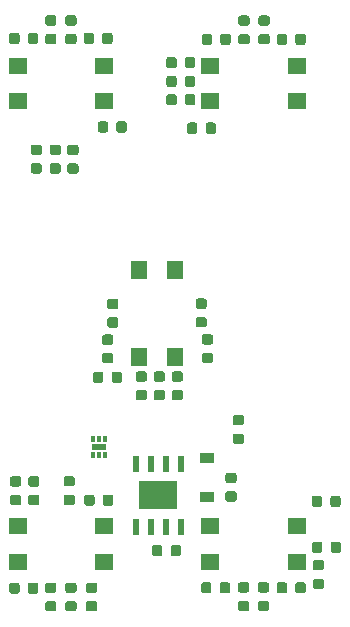
<source format=gbr>
G04 #@! TF.GenerationSoftware,KiCad,Pcbnew,(5.1.2)-2*
G04 #@! TF.CreationDate,2020-04-12T13:41:48-04:00*
G04 #@! TF.ProjectId,MotorcycleSwitch,4d6f746f-7263-4796-936c-655377697463,rev?*
G04 #@! TF.SameCoordinates,Original*
G04 #@! TF.FileFunction,Paste,Bot*
G04 #@! TF.FilePolarity,Positive*
%FSLAX46Y46*%
G04 Gerber Fmt 4.6, Leading zero omitted, Abs format (unit mm)*
G04 Created by KiCad (PCBNEW (5.1.2)-2) date 2020-04-12 13:41:48*
%MOMM*%
%LPD*%
G04 APERTURE LIST*
%ADD10C,0.152400*%
%ADD11R,1.600000X1.400000*%
%ADD12R,1.400000X1.600000*%
%ADD13R,3.200400X2.413000*%
%ADD14R,0.482600X1.371600*%
%ADD15R,1.200000X0.900000*%
%ADD16R,1.300000X0.500000*%
%ADD17R,0.300000X0.525000*%
%ADD18C,0.100000*%
%ADD19C,0.875000*%
G04 APERTURE END LIST*
D10*
X146950000Y-116393500D02*
X146950000Y-118606500D01*
X145549800Y-116393500D02*
X146950000Y-116393500D01*
X145549800Y-118606500D02*
X145549800Y-116393500D01*
X146950000Y-118606500D02*
X145549800Y-118606500D01*
X148550200Y-116393500D02*
X148550200Y-118606500D01*
X147150000Y-116393500D02*
X148550200Y-116393500D01*
X148550200Y-118606500D02*
X147150000Y-118606500D01*
D11*
X151450000Y-84100000D03*
X151450000Y-81100000D03*
X158750000Y-84100000D03*
X158750000Y-81100000D03*
X135150000Y-84100000D03*
X135150000Y-81100000D03*
X142450000Y-84100000D03*
X142450000Y-81100000D03*
D12*
X145450000Y-98450000D03*
X148450000Y-98450000D03*
X145450000Y-105750000D03*
X148450000Y-105750000D03*
D11*
X158750000Y-120100000D03*
X158750000Y-123100000D03*
X151450000Y-120100000D03*
X151450000Y-123100000D03*
D13*
X147050000Y-117500000D03*
D14*
X148955000Y-114833000D03*
X147685000Y-114833000D03*
X146415000Y-114833000D03*
X145145000Y-114833000D03*
X145145000Y-120167000D03*
X146415000Y-120167000D03*
X147685000Y-120167000D03*
X148955000Y-120167000D03*
D11*
X142450000Y-120100000D03*
X142450000Y-123100000D03*
X135150000Y-120100000D03*
X135150000Y-123100000D03*
D15*
X151200000Y-117650000D03*
X151200000Y-114350000D03*
D16*
X142012380Y-113407500D03*
D17*
X141512380Y-114092500D03*
X141512380Y-112722500D03*
X142012380Y-114092500D03*
X142012380Y-112722500D03*
X142512380Y-114092500D03*
X142512380Y-112722500D03*
D18*
G36*
X142202691Y-107026053D02*
G01*
X142223926Y-107029203D01*
X142244750Y-107034419D01*
X142264962Y-107041651D01*
X142284368Y-107050830D01*
X142302781Y-107061866D01*
X142320024Y-107074654D01*
X142335930Y-107089070D01*
X142350346Y-107104976D01*
X142363134Y-107122219D01*
X142374170Y-107140632D01*
X142383349Y-107160038D01*
X142390581Y-107180250D01*
X142395797Y-107201074D01*
X142398947Y-107222309D01*
X142400000Y-107243750D01*
X142400000Y-107756250D01*
X142398947Y-107777691D01*
X142395797Y-107798926D01*
X142390581Y-107819750D01*
X142383349Y-107839962D01*
X142374170Y-107859368D01*
X142363134Y-107877781D01*
X142350346Y-107895024D01*
X142335930Y-107910930D01*
X142320024Y-107925346D01*
X142302781Y-107938134D01*
X142284368Y-107949170D01*
X142264962Y-107958349D01*
X142244750Y-107965581D01*
X142223926Y-107970797D01*
X142202691Y-107973947D01*
X142181250Y-107975000D01*
X141743750Y-107975000D01*
X141722309Y-107973947D01*
X141701074Y-107970797D01*
X141680250Y-107965581D01*
X141660038Y-107958349D01*
X141640632Y-107949170D01*
X141622219Y-107938134D01*
X141604976Y-107925346D01*
X141589070Y-107910930D01*
X141574654Y-107895024D01*
X141561866Y-107877781D01*
X141550830Y-107859368D01*
X141541651Y-107839962D01*
X141534419Y-107819750D01*
X141529203Y-107798926D01*
X141526053Y-107777691D01*
X141525000Y-107756250D01*
X141525000Y-107243750D01*
X141526053Y-107222309D01*
X141529203Y-107201074D01*
X141534419Y-107180250D01*
X141541651Y-107160038D01*
X141550830Y-107140632D01*
X141561866Y-107122219D01*
X141574654Y-107104976D01*
X141589070Y-107089070D01*
X141604976Y-107074654D01*
X141622219Y-107061866D01*
X141640632Y-107050830D01*
X141660038Y-107041651D01*
X141680250Y-107034419D01*
X141701074Y-107029203D01*
X141722309Y-107026053D01*
X141743750Y-107025000D01*
X142181250Y-107025000D01*
X142202691Y-107026053D01*
X142202691Y-107026053D01*
G37*
D19*
X141962500Y-107500000D03*
D18*
G36*
X143777691Y-107026053D02*
G01*
X143798926Y-107029203D01*
X143819750Y-107034419D01*
X143839962Y-107041651D01*
X143859368Y-107050830D01*
X143877781Y-107061866D01*
X143895024Y-107074654D01*
X143910930Y-107089070D01*
X143925346Y-107104976D01*
X143938134Y-107122219D01*
X143949170Y-107140632D01*
X143958349Y-107160038D01*
X143965581Y-107180250D01*
X143970797Y-107201074D01*
X143973947Y-107222309D01*
X143975000Y-107243750D01*
X143975000Y-107756250D01*
X143973947Y-107777691D01*
X143970797Y-107798926D01*
X143965581Y-107819750D01*
X143958349Y-107839962D01*
X143949170Y-107859368D01*
X143938134Y-107877781D01*
X143925346Y-107895024D01*
X143910930Y-107910930D01*
X143895024Y-107925346D01*
X143877781Y-107938134D01*
X143859368Y-107949170D01*
X143839962Y-107958349D01*
X143819750Y-107965581D01*
X143798926Y-107970797D01*
X143777691Y-107973947D01*
X143756250Y-107975000D01*
X143318750Y-107975000D01*
X143297309Y-107973947D01*
X143276074Y-107970797D01*
X143255250Y-107965581D01*
X143235038Y-107958349D01*
X143215632Y-107949170D01*
X143197219Y-107938134D01*
X143179976Y-107925346D01*
X143164070Y-107910930D01*
X143149654Y-107895024D01*
X143136866Y-107877781D01*
X143125830Y-107859368D01*
X143116651Y-107839962D01*
X143109419Y-107819750D01*
X143104203Y-107798926D01*
X143101053Y-107777691D01*
X143100000Y-107756250D01*
X143100000Y-107243750D01*
X143101053Y-107222309D01*
X143104203Y-107201074D01*
X143109419Y-107180250D01*
X143116651Y-107160038D01*
X143125830Y-107140632D01*
X143136866Y-107122219D01*
X143149654Y-107104976D01*
X143164070Y-107089070D01*
X143179976Y-107074654D01*
X143197219Y-107061866D01*
X143215632Y-107050830D01*
X143235038Y-107041651D01*
X143255250Y-107034419D01*
X143276074Y-107029203D01*
X143297309Y-107026053D01*
X143318750Y-107025000D01*
X143756250Y-107025000D01*
X143777691Y-107026053D01*
X143777691Y-107026053D01*
G37*
D19*
X143537500Y-107500000D03*
D18*
G36*
X143027691Y-117426053D02*
G01*
X143048926Y-117429203D01*
X143069750Y-117434419D01*
X143089962Y-117441651D01*
X143109368Y-117450830D01*
X143127781Y-117461866D01*
X143145024Y-117474654D01*
X143160930Y-117489070D01*
X143175346Y-117504976D01*
X143188134Y-117522219D01*
X143199170Y-117540632D01*
X143208349Y-117560038D01*
X143215581Y-117580250D01*
X143220797Y-117601074D01*
X143223947Y-117622309D01*
X143225000Y-117643750D01*
X143225000Y-118156250D01*
X143223947Y-118177691D01*
X143220797Y-118198926D01*
X143215581Y-118219750D01*
X143208349Y-118239962D01*
X143199170Y-118259368D01*
X143188134Y-118277781D01*
X143175346Y-118295024D01*
X143160930Y-118310930D01*
X143145024Y-118325346D01*
X143127781Y-118338134D01*
X143109368Y-118349170D01*
X143089962Y-118358349D01*
X143069750Y-118365581D01*
X143048926Y-118370797D01*
X143027691Y-118373947D01*
X143006250Y-118375000D01*
X142568750Y-118375000D01*
X142547309Y-118373947D01*
X142526074Y-118370797D01*
X142505250Y-118365581D01*
X142485038Y-118358349D01*
X142465632Y-118349170D01*
X142447219Y-118338134D01*
X142429976Y-118325346D01*
X142414070Y-118310930D01*
X142399654Y-118295024D01*
X142386866Y-118277781D01*
X142375830Y-118259368D01*
X142366651Y-118239962D01*
X142359419Y-118219750D01*
X142354203Y-118198926D01*
X142351053Y-118177691D01*
X142350000Y-118156250D01*
X142350000Y-117643750D01*
X142351053Y-117622309D01*
X142354203Y-117601074D01*
X142359419Y-117580250D01*
X142366651Y-117560038D01*
X142375830Y-117540632D01*
X142386866Y-117522219D01*
X142399654Y-117504976D01*
X142414070Y-117489070D01*
X142429976Y-117474654D01*
X142447219Y-117461866D01*
X142465632Y-117450830D01*
X142485038Y-117441651D01*
X142505250Y-117434419D01*
X142526074Y-117429203D01*
X142547309Y-117426053D01*
X142568750Y-117425000D01*
X143006250Y-117425000D01*
X143027691Y-117426053D01*
X143027691Y-117426053D01*
G37*
D19*
X142787500Y-117900000D03*
D18*
G36*
X141452691Y-117426053D02*
G01*
X141473926Y-117429203D01*
X141494750Y-117434419D01*
X141514962Y-117441651D01*
X141534368Y-117450830D01*
X141552781Y-117461866D01*
X141570024Y-117474654D01*
X141585930Y-117489070D01*
X141600346Y-117504976D01*
X141613134Y-117522219D01*
X141624170Y-117540632D01*
X141633349Y-117560038D01*
X141640581Y-117580250D01*
X141645797Y-117601074D01*
X141648947Y-117622309D01*
X141650000Y-117643750D01*
X141650000Y-118156250D01*
X141648947Y-118177691D01*
X141645797Y-118198926D01*
X141640581Y-118219750D01*
X141633349Y-118239962D01*
X141624170Y-118259368D01*
X141613134Y-118277781D01*
X141600346Y-118295024D01*
X141585930Y-118310930D01*
X141570024Y-118325346D01*
X141552781Y-118338134D01*
X141534368Y-118349170D01*
X141514962Y-118358349D01*
X141494750Y-118365581D01*
X141473926Y-118370797D01*
X141452691Y-118373947D01*
X141431250Y-118375000D01*
X140993750Y-118375000D01*
X140972309Y-118373947D01*
X140951074Y-118370797D01*
X140930250Y-118365581D01*
X140910038Y-118358349D01*
X140890632Y-118349170D01*
X140872219Y-118338134D01*
X140854976Y-118325346D01*
X140839070Y-118310930D01*
X140824654Y-118295024D01*
X140811866Y-118277781D01*
X140800830Y-118259368D01*
X140791651Y-118239962D01*
X140784419Y-118219750D01*
X140779203Y-118198926D01*
X140776053Y-118177691D01*
X140775000Y-118156250D01*
X140775000Y-117643750D01*
X140776053Y-117622309D01*
X140779203Y-117601074D01*
X140784419Y-117580250D01*
X140791651Y-117560038D01*
X140800830Y-117540632D01*
X140811866Y-117522219D01*
X140824654Y-117504976D01*
X140839070Y-117489070D01*
X140854976Y-117474654D01*
X140872219Y-117461866D01*
X140890632Y-117450830D01*
X140910038Y-117441651D01*
X140930250Y-117434419D01*
X140951074Y-117429203D01*
X140972309Y-117426053D01*
X140993750Y-117425000D01*
X141431250Y-117425000D01*
X141452691Y-117426053D01*
X141452691Y-117426053D01*
G37*
D19*
X141212500Y-117900000D03*
D18*
G36*
X153477691Y-115576053D02*
G01*
X153498926Y-115579203D01*
X153519750Y-115584419D01*
X153539962Y-115591651D01*
X153559368Y-115600830D01*
X153577781Y-115611866D01*
X153595024Y-115624654D01*
X153610930Y-115639070D01*
X153625346Y-115654976D01*
X153638134Y-115672219D01*
X153649170Y-115690632D01*
X153658349Y-115710038D01*
X153665581Y-115730250D01*
X153670797Y-115751074D01*
X153673947Y-115772309D01*
X153675000Y-115793750D01*
X153675000Y-116231250D01*
X153673947Y-116252691D01*
X153670797Y-116273926D01*
X153665581Y-116294750D01*
X153658349Y-116314962D01*
X153649170Y-116334368D01*
X153638134Y-116352781D01*
X153625346Y-116370024D01*
X153610930Y-116385930D01*
X153595024Y-116400346D01*
X153577781Y-116413134D01*
X153559368Y-116424170D01*
X153539962Y-116433349D01*
X153519750Y-116440581D01*
X153498926Y-116445797D01*
X153477691Y-116448947D01*
X153456250Y-116450000D01*
X152943750Y-116450000D01*
X152922309Y-116448947D01*
X152901074Y-116445797D01*
X152880250Y-116440581D01*
X152860038Y-116433349D01*
X152840632Y-116424170D01*
X152822219Y-116413134D01*
X152804976Y-116400346D01*
X152789070Y-116385930D01*
X152774654Y-116370024D01*
X152761866Y-116352781D01*
X152750830Y-116334368D01*
X152741651Y-116314962D01*
X152734419Y-116294750D01*
X152729203Y-116273926D01*
X152726053Y-116252691D01*
X152725000Y-116231250D01*
X152725000Y-115793750D01*
X152726053Y-115772309D01*
X152729203Y-115751074D01*
X152734419Y-115730250D01*
X152741651Y-115710038D01*
X152750830Y-115690632D01*
X152761866Y-115672219D01*
X152774654Y-115654976D01*
X152789070Y-115639070D01*
X152804976Y-115624654D01*
X152822219Y-115611866D01*
X152840632Y-115600830D01*
X152860038Y-115591651D01*
X152880250Y-115584419D01*
X152901074Y-115579203D01*
X152922309Y-115576053D01*
X152943750Y-115575000D01*
X153456250Y-115575000D01*
X153477691Y-115576053D01*
X153477691Y-115576053D01*
G37*
D19*
X153200000Y-116012500D03*
D18*
G36*
X153477691Y-117151053D02*
G01*
X153498926Y-117154203D01*
X153519750Y-117159419D01*
X153539962Y-117166651D01*
X153559368Y-117175830D01*
X153577781Y-117186866D01*
X153595024Y-117199654D01*
X153610930Y-117214070D01*
X153625346Y-117229976D01*
X153638134Y-117247219D01*
X153649170Y-117265632D01*
X153658349Y-117285038D01*
X153665581Y-117305250D01*
X153670797Y-117326074D01*
X153673947Y-117347309D01*
X153675000Y-117368750D01*
X153675000Y-117806250D01*
X153673947Y-117827691D01*
X153670797Y-117848926D01*
X153665581Y-117869750D01*
X153658349Y-117889962D01*
X153649170Y-117909368D01*
X153638134Y-117927781D01*
X153625346Y-117945024D01*
X153610930Y-117960930D01*
X153595024Y-117975346D01*
X153577781Y-117988134D01*
X153559368Y-117999170D01*
X153539962Y-118008349D01*
X153519750Y-118015581D01*
X153498926Y-118020797D01*
X153477691Y-118023947D01*
X153456250Y-118025000D01*
X152943750Y-118025000D01*
X152922309Y-118023947D01*
X152901074Y-118020797D01*
X152880250Y-118015581D01*
X152860038Y-118008349D01*
X152840632Y-117999170D01*
X152822219Y-117988134D01*
X152804976Y-117975346D01*
X152789070Y-117960930D01*
X152774654Y-117945024D01*
X152761866Y-117927781D01*
X152750830Y-117909368D01*
X152741651Y-117889962D01*
X152734419Y-117869750D01*
X152729203Y-117848926D01*
X152726053Y-117827691D01*
X152725000Y-117806250D01*
X152725000Y-117368750D01*
X152726053Y-117347309D01*
X152729203Y-117326074D01*
X152734419Y-117305250D01*
X152741651Y-117285038D01*
X152750830Y-117265632D01*
X152761866Y-117247219D01*
X152774654Y-117229976D01*
X152789070Y-117214070D01*
X152804976Y-117199654D01*
X152822219Y-117186866D01*
X152840632Y-117175830D01*
X152860038Y-117166651D01*
X152880250Y-117159419D01*
X152901074Y-117154203D01*
X152922309Y-117151053D01*
X152943750Y-117150000D01*
X153456250Y-117150000D01*
X153477691Y-117151053D01*
X153477691Y-117151053D01*
G37*
D19*
X153200000Y-117587500D03*
D18*
G36*
X150152691Y-85926053D02*
G01*
X150173926Y-85929203D01*
X150194750Y-85934419D01*
X150214962Y-85941651D01*
X150234368Y-85950830D01*
X150252781Y-85961866D01*
X150270024Y-85974654D01*
X150285930Y-85989070D01*
X150300346Y-86004976D01*
X150313134Y-86022219D01*
X150324170Y-86040632D01*
X150333349Y-86060038D01*
X150340581Y-86080250D01*
X150345797Y-86101074D01*
X150348947Y-86122309D01*
X150350000Y-86143750D01*
X150350000Y-86656250D01*
X150348947Y-86677691D01*
X150345797Y-86698926D01*
X150340581Y-86719750D01*
X150333349Y-86739962D01*
X150324170Y-86759368D01*
X150313134Y-86777781D01*
X150300346Y-86795024D01*
X150285930Y-86810930D01*
X150270024Y-86825346D01*
X150252781Y-86838134D01*
X150234368Y-86849170D01*
X150214962Y-86858349D01*
X150194750Y-86865581D01*
X150173926Y-86870797D01*
X150152691Y-86873947D01*
X150131250Y-86875000D01*
X149693750Y-86875000D01*
X149672309Y-86873947D01*
X149651074Y-86870797D01*
X149630250Y-86865581D01*
X149610038Y-86858349D01*
X149590632Y-86849170D01*
X149572219Y-86838134D01*
X149554976Y-86825346D01*
X149539070Y-86810930D01*
X149524654Y-86795024D01*
X149511866Y-86777781D01*
X149500830Y-86759368D01*
X149491651Y-86739962D01*
X149484419Y-86719750D01*
X149479203Y-86698926D01*
X149476053Y-86677691D01*
X149475000Y-86656250D01*
X149475000Y-86143750D01*
X149476053Y-86122309D01*
X149479203Y-86101074D01*
X149484419Y-86080250D01*
X149491651Y-86060038D01*
X149500830Y-86040632D01*
X149511866Y-86022219D01*
X149524654Y-86004976D01*
X149539070Y-85989070D01*
X149554976Y-85974654D01*
X149572219Y-85961866D01*
X149590632Y-85950830D01*
X149610038Y-85941651D01*
X149630250Y-85934419D01*
X149651074Y-85929203D01*
X149672309Y-85926053D01*
X149693750Y-85925000D01*
X150131250Y-85925000D01*
X150152691Y-85926053D01*
X150152691Y-85926053D01*
G37*
D19*
X149912500Y-86400000D03*
D18*
G36*
X151727691Y-85926053D02*
G01*
X151748926Y-85929203D01*
X151769750Y-85934419D01*
X151789962Y-85941651D01*
X151809368Y-85950830D01*
X151827781Y-85961866D01*
X151845024Y-85974654D01*
X151860930Y-85989070D01*
X151875346Y-86004976D01*
X151888134Y-86022219D01*
X151899170Y-86040632D01*
X151908349Y-86060038D01*
X151915581Y-86080250D01*
X151920797Y-86101074D01*
X151923947Y-86122309D01*
X151925000Y-86143750D01*
X151925000Y-86656250D01*
X151923947Y-86677691D01*
X151920797Y-86698926D01*
X151915581Y-86719750D01*
X151908349Y-86739962D01*
X151899170Y-86759368D01*
X151888134Y-86777781D01*
X151875346Y-86795024D01*
X151860930Y-86810930D01*
X151845024Y-86825346D01*
X151827781Y-86838134D01*
X151809368Y-86849170D01*
X151789962Y-86858349D01*
X151769750Y-86865581D01*
X151748926Y-86870797D01*
X151727691Y-86873947D01*
X151706250Y-86875000D01*
X151268750Y-86875000D01*
X151247309Y-86873947D01*
X151226074Y-86870797D01*
X151205250Y-86865581D01*
X151185038Y-86858349D01*
X151165632Y-86849170D01*
X151147219Y-86838134D01*
X151129976Y-86825346D01*
X151114070Y-86810930D01*
X151099654Y-86795024D01*
X151086866Y-86777781D01*
X151075830Y-86759368D01*
X151066651Y-86739962D01*
X151059419Y-86719750D01*
X151054203Y-86698926D01*
X151051053Y-86677691D01*
X151050000Y-86656250D01*
X151050000Y-86143750D01*
X151051053Y-86122309D01*
X151054203Y-86101074D01*
X151059419Y-86080250D01*
X151066651Y-86060038D01*
X151075830Y-86040632D01*
X151086866Y-86022219D01*
X151099654Y-86004976D01*
X151114070Y-85989070D01*
X151129976Y-85974654D01*
X151147219Y-85961866D01*
X151165632Y-85950830D01*
X151185038Y-85941651D01*
X151205250Y-85934419D01*
X151226074Y-85929203D01*
X151247309Y-85926053D01*
X151268750Y-85925000D01*
X151706250Y-85925000D01*
X151727691Y-85926053D01*
X151727691Y-85926053D01*
G37*
D19*
X151487500Y-86400000D03*
D18*
G36*
X144177691Y-85826053D02*
G01*
X144198926Y-85829203D01*
X144219750Y-85834419D01*
X144239962Y-85841651D01*
X144259368Y-85850830D01*
X144277781Y-85861866D01*
X144295024Y-85874654D01*
X144310930Y-85889070D01*
X144325346Y-85904976D01*
X144338134Y-85922219D01*
X144349170Y-85940632D01*
X144358349Y-85960038D01*
X144365581Y-85980250D01*
X144370797Y-86001074D01*
X144373947Y-86022309D01*
X144375000Y-86043750D01*
X144375000Y-86556250D01*
X144373947Y-86577691D01*
X144370797Y-86598926D01*
X144365581Y-86619750D01*
X144358349Y-86639962D01*
X144349170Y-86659368D01*
X144338134Y-86677781D01*
X144325346Y-86695024D01*
X144310930Y-86710930D01*
X144295024Y-86725346D01*
X144277781Y-86738134D01*
X144259368Y-86749170D01*
X144239962Y-86758349D01*
X144219750Y-86765581D01*
X144198926Y-86770797D01*
X144177691Y-86773947D01*
X144156250Y-86775000D01*
X143718750Y-86775000D01*
X143697309Y-86773947D01*
X143676074Y-86770797D01*
X143655250Y-86765581D01*
X143635038Y-86758349D01*
X143615632Y-86749170D01*
X143597219Y-86738134D01*
X143579976Y-86725346D01*
X143564070Y-86710930D01*
X143549654Y-86695024D01*
X143536866Y-86677781D01*
X143525830Y-86659368D01*
X143516651Y-86639962D01*
X143509419Y-86619750D01*
X143504203Y-86598926D01*
X143501053Y-86577691D01*
X143500000Y-86556250D01*
X143500000Y-86043750D01*
X143501053Y-86022309D01*
X143504203Y-86001074D01*
X143509419Y-85980250D01*
X143516651Y-85960038D01*
X143525830Y-85940632D01*
X143536866Y-85922219D01*
X143549654Y-85904976D01*
X143564070Y-85889070D01*
X143579976Y-85874654D01*
X143597219Y-85861866D01*
X143615632Y-85850830D01*
X143635038Y-85841651D01*
X143655250Y-85834419D01*
X143676074Y-85829203D01*
X143697309Y-85826053D01*
X143718750Y-85825000D01*
X144156250Y-85825000D01*
X144177691Y-85826053D01*
X144177691Y-85826053D01*
G37*
D19*
X143937500Y-86300000D03*
D18*
G36*
X142602691Y-85826053D02*
G01*
X142623926Y-85829203D01*
X142644750Y-85834419D01*
X142664962Y-85841651D01*
X142684368Y-85850830D01*
X142702781Y-85861866D01*
X142720024Y-85874654D01*
X142735930Y-85889070D01*
X142750346Y-85904976D01*
X142763134Y-85922219D01*
X142774170Y-85940632D01*
X142783349Y-85960038D01*
X142790581Y-85980250D01*
X142795797Y-86001074D01*
X142798947Y-86022309D01*
X142800000Y-86043750D01*
X142800000Y-86556250D01*
X142798947Y-86577691D01*
X142795797Y-86598926D01*
X142790581Y-86619750D01*
X142783349Y-86639962D01*
X142774170Y-86659368D01*
X142763134Y-86677781D01*
X142750346Y-86695024D01*
X142735930Y-86710930D01*
X142720024Y-86725346D01*
X142702781Y-86738134D01*
X142684368Y-86749170D01*
X142664962Y-86758349D01*
X142644750Y-86765581D01*
X142623926Y-86770797D01*
X142602691Y-86773947D01*
X142581250Y-86775000D01*
X142143750Y-86775000D01*
X142122309Y-86773947D01*
X142101074Y-86770797D01*
X142080250Y-86765581D01*
X142060038Y-86758349D01*
X142040632Y-86749170D01*
X142022219Y-86738134D01*
X142004976Y-86725346D01*
X141989070Y-86710930D01*
X141974654Y-86695024D01*
X141961866Y-86677781D01*
X141950830Y-86659368D01*
X141941651Y-86639962D01*
X141934419Y-86619750D01*
X141929203Y-86598926D01*
X141926053Y-86577691D01*
X141925000Y-86556250D01*
X141925000Y-86043750D01*
X141926053Y-86022309D01*
X141929203Y-86001074D01*
X141934419Y-85980250D01*
X141941651Y-85960038D01*
X141950830Y-85940632D01*
X141961866Y-85922219D01*
X141974654Y-85904976D01*
X141989070Y-85889070D01*
X142004976Y-85874654D01*
X142022219Y-85861866D01*
X142040632Y-85850830D01*
X142060038Y-85841651D01*
X142080250Y-85834419D01*
X142101074Y-85829203D01*
X142122309Y-85826053D01*
X142143750Y-85825000D01*
X142581250Y-85825000D01*
X142602691Y-85826053D01*
X142602691Y-85826053D01*
G37*
D19*
X142362500Y-86300000D03*
D18*
G36*
X143027691Y-105451053D02*
G01*
X143048926Y-105454203D01*
X143069750Y-105459419D01*
X143089962Y-105466651D01*
X143109368Y-105475830D01*
X143127781Y-105486866D01*
X143145024Y-105499654D01*
X143160930Y-105514070D01*
X143175346Y-105529976D01*
X143188134Y-105547219D01*
X143199170Y-105565632D01*
X143208349Y-105585038D01*
X143215581Y-105605250D01*
X143220797Y-105626074D01*
X143223947Y-105647309D01*
X143225000Y-105668750D01*
X143225000Y-106106250D01*
X143223947Y-106127691D01*
X143220797Y-106148926D01*
X143215581Y-106169750D01*
X143208349Y-106189962D01*
X143199170Y-106209368D01*
X143188134Y-106227781D01*
X143175346Y-106245024D01*
X143160930Y-106260930D01*
X143145024Y-106275346D01*
X143127781Y-106288134D01*
X143109368Y-106299170D01*
X143089962Y-106308349D01*
X143069750Y-106315581D01*
X143048926Y-106320797D01*
X143027691Y-106323947D01*
X143006250Y-106325000D01*
X142493750Y-106325000D01*
X142472309Y-106323947D01*
X142451074Y-106320797D01*
X142430250Y-106315581D01*
X142410038Y-106308349D01*
X142390632Y-106299170D01*
X142372219Y-106288134D01*
X142354976Y-106275346D01*
X142339070Y-106260930D01*
X142324654Y-106245024D01*
X142311866Y-106227781D01*
X142300830Y-106209368D01*
X142291651Y-106189962D01*
X142284419Y-106169750D01*
X142279203Y-106148926D01*
X142276053Y-106127691D01*
X142275000Y-106106250D01*
X142275000Y-105668750D01*
X142276053Y-105647309D01*
X142279203Y-105626074D01*
X142284419Y-105605250D01*
X142291651Y-105585038D01*
X142300830Y-105565632D01*
X142311866Y-105547219D01*
X142324654Y-105529976D01*
X142339070Y-105514070D01*
X142354976Y-105499654D01*
X142372219Y-105486866D01*
X142390632Y-105475830D01*
X142410038Y-105466651D01*
X142430250Y-105459419D01*
X142451074Y-105454203D01*
X142472309Y-105451053D01*
X142493750Y-105450000D01*
X143006250Y-105450000D01*
X143027691Y-105451053D01*
X143027691Y-105451053D01*
G37*
D19*
X142750000Y-105887500D03*
D18*
G36*
X143027691Y-103876053D02*
G01*
X143048926Y-103879203D01*
X143069750Y-103884419D01*
X143089962Y-103891651D01*
X143109368Y-103900830D01*
X143127781Y-103911866D01*
X143145024Y-103924654D01*
X143160930Y-103939070D01*
X143175346Y-103954976D01*
X143188134Y-103972219D01*
X143199170Y-103990632D01*
X143208349Y-104010038D01*
X143215581Y-104030250D01*
X143220797Y-104051074D01*
X143223947Y-104072309D01*
X143225000Y-104093750D01*
X143225000Y-104531250D01*
X143223947Y-104552691D01*
X143220797Y-104573926D01*
X143215581Y-104594750D01*
X143208349Y-104614962D01*
X143199170Y-104634368D01*
X143188134Y-104652781D01*
X143175346Y-104670024D01*
X143160930Y-104685930D01*
X143145024Y-104700346D01*
X143127781Y-104713134D01*
X143109368Y-104724170D01*
X143089962Y-104733349D01*
X143069750Y-104740581D01*
X143048926Y-104745797D01*
X143027691Y-104748947D01*
X143006250Y-104750000D01*
X142493750Y-104750000D01*
X142472309Y-104748947D01*
X142451074Y-104745797D01*
X142430250Y-104740581D01*
X142410038Y-104733349D01*
X142390632Y-104724170D01*
X142372219Y-104713134D01*
X142354976Y-104700346D01*
X142339070Y-104685930D01*
X142324654Y-104670024D01*
X142311866Y-104652781D01*
X142300830Y-104634368D01*
X142291651Y-104614962D01*
X142284419Y-104594750D01*
X142279203Y-104573926D01*
X142276053Y-104552691D01*
X142275000Y-104531250D01*
X142275000Y-104093750D01*
X142276053Y-104072309D01*
X142279203Y-104051074D01*
X142284419Y-104030250D01*
X142291651Y-104010038D01*
X142300830Y-103990632D01*
X142311866Y-103972219D01*
X142324654Y-103954976D01*
X142339070Y-103939070D01*
X142354976Y-103924654D01*
X142372219Y-103911866D01*
X142390632Y-103900830D01*
X142410038Y-103891651D01*
X142430250Y-103884419D01*
X142451074Y-103879203D01*
X142472309Y-103876053D01*
X142493750Y-103875000D01*
X143006250Y-103875000D01*
X143027691Y-103876053D01*
X143027691Y-103876053D01*
G37*
D19*
X142750000Y-104312500D03*
D18*
G36*
X135102691Y-124876053D02*
G01*
X135123926Y-124879203D01*
X135144750Y-124884419D01*
X135164962Y-124891651D01*
X135184368Y-124900830D01*
X135202781Y-124911866D01*
X135220024Y-124924654D01*
X135235930Y-124939070D01*
X135250346Y-124954976D01*
X135263134Y-124972219D01*
X135274170Y-124990632D01*
X135283349Y-125010038D01*
X135290581Y-125030250D01*
X135295797Y-125051074D01*
X135298947Y-125072309D01*
X135300000Y-125093750D01*
X135300000Y-125606250D01*
X135298947Y-125627691D01*
X135295797Y-125648926D01*
X135290581Y-125669750D01*
X135283349Y-125689962D01*
X135274170Y-125709368D01*
X135263134Y-125727781D01*
X135250346Y-125745024D01*
X135235930Y-125760930D01*
X135220024Y-125775346D01*
X135202781Y-125788134D01*
X135184368Y-125799170D01*
X135164962Y-125808349D01*
X135144750Y-125815581D01*
X135123926Y-125820797D01*
X135102691Y-125823947D01*
X135081250Y-125825000D01*
X134643750Y-125825000D01*
X134622309Y-125823947D01*
X134601074Y-125820797D01*
X134580250Y-125815581D01*
X134560038Y-125808349D01*
X134540632Y-125799170D01*
X134522219Y-125788134D01*
X134504976Y-125775346D01*
X134489070Y-125760930D01*
X134474654Y-125745024D01*
X134461866Y-125727781D01*
X134450830Y-125709368D01*
X134441651Y-125689962D01*
X134434419Y-125669750D01*
X134429203Y-125648926D01*
X134426053Y-125627691D01*
X134425000Y-125606250D01*
X134425000Y-125093750D01*
X134426053Y-125072309D01*
X134429203Y-125051074D01*
X134434419Y-125030250D01*
X134441651Y-125010038D01*
X134450830Y-124990632D01*
X134461866Y-124972219D01*
X134474654Y-124954976D01*
X134489070Y-124939070D01*
X134504976Y-124924654D01*
X134522219Y-124911866D01*
X134540632Y-124900830D01*
X134560038Y-124891651D01*
X134580250Y-124884419D01*
X134601074Y-124879203D01*
X134622309Y-124876053D01*
X134643750Y-124875000D01*
X135081250Y-124875000D01*
X135102691Y-124876053D01*
X135102691Y-124876053D01*
G37*
D19*
X134862500Y-125350000D03*
D18*
G36*
X136677691Y-124876053D02*
G01*
X136698926Y-124879203D01*
X136719750Y-124884419D01*
X136739962Y-124891651D01*
X136759368Y-124900830D01*
X136777781Y-124911866D01*
X136795024Y-124924654D01*
X136810930Y-124939070D01*
X136825346Y-124954976D01*
X136838134Y-124972219D01*
X136849170Y-124990632D01*
X136858349Y-125010038D01*
X136865581Y-125030250D01*
X136870797Y-125051074D01*
X136873947Y-125072309D01*
X136875000Y-125093750D01*
X136875000Y-125606250D01*
X136873947Y-125627691D01*
X136870797Y-125648926D01*
X136865581Y-125669750D01*
X136858349Y-125689962D01*
X136849170Y-125709368D01*
X136838134Y-125727781D01*
X136825346Y-125745024D01*
X136810930Y-125760930D01*
X136795024Y-125775346D01*
X136777781Y-125788134D01*
X136759368Y-125799170D01*
X136739962Y-125808349D01*
X136719750Y-125815581D01*
X136698926Y-125820797D01*
X136677691Y-125823947D01*
X136656250Y-125825000D01*
X136218750Y-125825000D01*
X136197309Y-125823947D01*
X136176074Y-125820797D01*
X136155250Y-125815581D01*
X136135038Y-125808349D01*
X136115632Y-125799170D01*
X136097219Y-125788134D01*
X136079976Y-125775346D01*
X136064070Y-125760930D01*
X136049654Y-125745024D01*
X136036866Y-125727781D01*
X136025830Y-125709368D01*
X136016651Y-125689962D01*
X136009419Y-125669750D01*
X136004203Y-125648926D01*
X136001053Y-125627691D01*
X136000000Y-125606250D01*
X136000000Y-125093750D01*
X136001053Y-125072309D01*
X136004203Y-125051074D01*
X136009419Y-125030250D01*
X136016651Y-125010038D01*
X136025830Y-124990632D01*
X136036866Y-124972219D01*
X136049654Y-124954976D01*
X136064070Y-124939070D01*
X136079976Y-124924654D01*
X136097219Y-124911866D01*
X136115632Y-124900830D01*
X136135038Y-124891651D01*
X136155250Y-124884419D01*
X136176074Y-124879203D01*
X136197309Y-124876053D01*
X136218750Y-124875000D01*
X136656250Y-124875000D01*
X136677691Y-124876053D01*
X136677691Y-124876053D01*
G37*
D19*
X136437500Y-125350000D03*
D18*
G36*
X159327691Y-124851053D02*
G01*
X159348926Y-124854203D01*
X159369750Y-124859419D01*
X159389962Y-124866651D01*
X159409368Y-124875830D01*
X159427781Y-124886866D01*
X159445024Y-124899654D01*
X159460930Y-124914070D01*
X159475346Y-124929976D01*
X159488134Y-124947219D01*
X159499170Y-124965632D01*
X159508349Y-124985038D01*
X159515581Y-125005250D01*
X159520797Y-125026074D01*
X159523947Y-125047309D01*
X159525000Y-125068750D01*
X159525000Y-125581250D01*
X159523947Y-125602691D01*
X159520797Y-125623926D01*
X159515581Y-125644750D01*
X159508349Y-125664962D01*
X159499170Y-125684368D01*
X159488134Y-125702781D01*
X159475346Y-125720024D01*
X159460930Y-125735930D01*
X159445024Y-125750346D01*
X159427781Y-125763134D01*
X159409368Y-125774170D01*
X159389962Y-125783349D01*
X159369750Y-125790581D01*
X159348926Y-125795797D01*
X159327691Y-125798947D01*
X159306250Y-125800000D01*
X158868750Y-125800000D01*
X158847309Y-125798947D01*
X158826074Y-125795797D01*
X158805250Y-125790581D01*
X158785038Y-125783349D01*
X158765632Y-125774170D01*
X158747219Y-125763134D01*
X158729976Y-125750346D01*
X158714070Y-125735930D01*
X158699654Y-125720024D01*
X158686866Y-125702781D01*
X158675830Y-125684368D01*
X158666651Y-125664962D01*
X158659419Y-125644750D01*
X158654203Y-125623926D01*
X158651053Y-125602691D01*
X158650000Y-125581250D01*
X158650000Y-125068750D01*
X158651053Y-125047309D01*
X158654203Y-125026074D01*
X158659419Y-125005250D01*
X158666651Y-124985038D01*
X158675830Y-124965632D01*
X158686866Y-124947219D01*
X158699654Y-124929976D01*
X158714070Y-124914070D01*
X158729976Y-124899654D01*
X158747219Y-124886866D01*
X158765632Y-124875830D01*
X158785038Y-124866651D01*
X158805250Y-124859419D01*
X158826074Y-124854203D01*
X158847309Y-124851053D01*
X158868750Y-124850000D01*
X159306250Y-124850000D01*
X159327691Y-124851053D01*
X159327691Y-124851053D01*
G37*
D19*
X159087500Y-125325000D03*
D18*
G36*
X157752691Y-124851053D02*
G01*
X157773926Y-124854203D01*
X157794750Y-124859419D01*
X157814962Y-124866651D01*
X157834368Y-124875830D01*
X157852781Y-124886866D01*
X157870024Y-124899654D01*
X157885930Y-124914070D01*
X157900346Y-124929976D01*
X157913134Y-124947219D01*
X157924170Y-124965632D01*
X157933349Y-124985038D01*
X157940581Y-125005250D01*
X157945797Y-125026074D01*
X157948947Y-125047309D01*
X157950000Y-125068750D01*
X157950000Y-125581250D01*
X157948947Y-125602691D01*
X157945797Y-125623926D01*
X157940581Y-125644750D01*
X157933349Y-125664962D01*
X157924170Y-125684368D01*
X157913134Y-125702781D01*
X157900346Y-125720024D01*
X157885930Y-125735930D01*
X157870024Y-125750346D01*
X157852781Y-125763134D01*
X157834368Y-125774170D01*
X157814962Y-125783349D01*
X157794750Y-125790581D01*
X157773926Y-125795797D01*
X157752691Y-125798947D01*
X157731250Y-125800000D01*
X157293750Y-125800000D01*
X157272309Y-125798947D01*
X157251074Y-125795797D01*
X157230250Y-125790581D01*
X157210038Y-125783349D01*
X157190632Y-125774170D01*
X157172219Y-125763134D01*
X157154976Y-125750346D01*
X157139070Y-125735930D01*
X157124654Y-125720024D01*
X157111866Y-125702781D01*
X157100830Y-125684368D01*
X157091651Y-125664962D01*
X157084419Y-125644750D01*
X157079203Y-125623926D01*
X157076053Y-125602691D01*
X157075000Y-125581250D01*
X157075000Y-125068750D01*
X157076053Y-125047309D01*
X157079203Y-125026074D01*
X157084419Y-125005250D01*
X157091651Y-124985038D01*
X157100830Y-124965632D01*
X157111866Y-124947219D01*
X157124654Y-124929976D01*
X157139070Y-124914070D01*
X157154976Y-124899654D01*
X157172219Y-124886866D01*
X157190632Y-124875830D01*
X157210038Y-124866651D01*
X157230250Y-124859419D01*
X157251074Y-124854203D01*
X157272309Y-124851053D01*
X157293750Y-124850000D01*
X157731250Y-124850000D01*
X157752691Y-124851053D01*
X157752691Y-124851053D01*
G37*
D19*
X157512500Y-125325000D03*
D18*
G36*
X159327691Y-78401053D02*
G01*
X159348926Y-78404203D01*
X159369750Y-78409419D01*
X159389962Y-78416651D01*
X159409368Y-78425830D01*
X159427781Y-78436866D01*
X159445024Y-78449654D01*
X159460930Y-78464070D01*
X159475346Y-78479976D01*
X159488134Y-78497219D01*
X159499170Y-78515632D01*
X159508349Y-78535038D01*
X159515581Y-78555250D01*
X159520797Y-78576074D01*
X159523947Y-78597309D01*
X159525000Y-78618750D01*
X159525000Y-79131250D01*
X159523947Y-79152691D01*
X159520797Y-79173926D01*
X159515581Y-79194750D01*
X159508349Y-79214962D01*
X159499170Y-79234368D01*
X159488134Y-79252781D01*
X159475346Y-79270024D01*
X159460930Y-79285930D01*
X159445024Y-79300346D01*
X159427781Y-79313134D01*
X159409368Y-79324170D01*
X159389962Y-79333349D01*
X159369750Y-79340581D01*
X159348926Y-79345797D01*
X159327691Y-79348947D01*
X159306250Y-79350000D01*
X158868750Y-79350000D01*
X158847309Y-79348947D01*
X158826074Y-79345797D01*
X158805250Y-79340581D01*
X158785038Y-79333349D01*
X158765632Y-79324170D01*
X158747219Y-79313134D01*
X158729976Y-79300346D01*
X158714070Y-79285930D01*
X158699654Y-79270024D01*
X158686866Y-79252781D01*
X158675830Y-79234368D01*
X158666651Y-79214962D01*
X158659419Y-79194750D01*
X158654203Y-79173926D01*
X158651053Y-79152691D01*
X158650000Y-79131250D01*
X158650000Y-78618750D01*
X158651053Y-78597309D01*
X158654203Y-78576074D01*
X158659419Y-78555250D01*
X158666651Y-78535038D01*
X158675830Y-78515632D01*
X158686866Y-78497219D01*
X158699654Y-78479976D01*
X158714070Y-78464070D01*
X158729976Y-78449654D01*
X158747219Y-78436866D01*
X158765632Y-78425830D01*
X158785038Y-78416651D01*
X158805250Y-78409419D01*
X158826074Y-78404203D01*
X158847309Y-78401053D01*
X158868750Y-78400000D01*
X159306250Y-78400000D01*
X159327691Y-78401053D01*
X159327691Y-78401053D01*
G37*
D19*
X159087500Y-78875000D03*
D18*
G36*
X157752691Y-78401053D02*
G01*
X157773926Y-78404203D01*
X157794750Y-78409419D01*
X157814962Y-78416651D01*
X157834368Y-78425830D01*
X157852781Y-78436866D01*
X157870024Y-78449654D01*
X157885930Y-78464070D01*
X157900346Y-78479976D01*
X157913134Y-78497219D01*
X157924170Y-78515632D01*
X157933349Y-78535038D01*
X157940581Y-78555250D01*
X157945797Y-78576074D01*
X157948947Y-78597309D01*
X157950000Y-78618750D01*
X157950000Y-79131250D01*
X157948947Y-79152691D01*
X157945797Y-79173926D01*
X157940581Y-79194750D01*
X157933349Y-79214962D01*
X157924170Y-79234368D01*
X157913134Y-79252781D01*
X157900346Y-79270024D01*
X157885930Y-79285930D01*
X157870024Y-79300346D01*
X157852781Y-79313134D01*
X157834368Y-79324170D01*
X157814962Y-79333349D01*
X157794750Y-79340581D01*
X157773926Y-79345797D01*
X157752691Y-79348947D01*
X157731250Y-79350000D01*
X157293750Y-79350000D01*
X157272309Y-79348947D01*
X157251074Y-79345797D01*
X157230250Y-79340581D01*
X157210038Y-79333349D01*
X157190632Y-79324170D01*
X157172219Y-79313134D01*
X157154976Y-79300346D01*
X157139070Y-79285930D01*
X157124654Y-79270024D01*
X157111866Y-79252781D01*
X157100830Y-79234368D01*
X157091651Y-79214962D01*
X157084419Y-79194750D01*
X157079203Y-79173926D01*
X157076053Y-79152691D01*
X157075000Y-79131250D01*
X157075000Y-78618750D01*
X157076053Y-78597309D01*
X157079203Y-78576074D01*
X157084419Y-78555250D01*
X157091651Y-78535038D01*
X157100830Y-78515632D01*
X157111866Y-78497219D01*
X157124654Y-78479976D01*
X157139070Y-78464070D01*
X157154976Y-78449654D01*
X157172219Y-78436866D01*
X157190632Y-78425830D01*
X157210038Y-78416651D01*
X157230250Y-78409419D01*
X157251074Y-78404203D01*
X157272309Y-78401053D01*
X157293750Y-78400000D01*
X157731250Y-78400000D01*
X157752691Y-78401053D01*
X157752691Y-78401053D01*
G37*
D19*
X157512500Y-78875000D03*
D18*
G36*
X151477691Y-105426053D02*
G01*
X151498926Y-105429203D01*
X151519750Y-105434419D01*
X151539962Y-105441651D01*
X151559368Y-105450830D01*
X151577781Y-105461866D01*
X151595024Y-105474654D01*
X151610930Y-105489070D01*
X151625346Y-105504976D01*
X151638134Y-105522219D01*
X151649170Y-105540632D01*
X151658349Y-105560038D01*
X151665581Y-105580250D01*
X151670797Y-105601074D01*
X151673947Y-105622309D01*
X151675000Y-105643750D01*
X151675000Y-106081250D01*
X151673947Y-106102691D01*
X151670797Y-106123926D01*
X151665581Y-106144750D01*
X151658349Y-106164962D01*
X151649170Y-106184368D01*
X151638134Y-106202781D01*
X151625346Y-106220024D01*
X151610930Y-106235930D01*
X151595024Y-106250346D01*
X151577781Y-106263134D01*
X151559368Y-106274170D01*
X151539962Y-106283349D01*
X151519750Y-106290581D01*
X151498926Y-106295797D01*
X151477691Y-106298947D01*
X151456250Y-106300000D01*
X150943750Y-106300000D01*
X150922309Y-106298947D01*
X150901074Y-106295797D01*
X150880250Y-106290581D01*
X150860038Y-106283349D01*
X150840632Y-106274170D01*
X150822219Y-106263134D01*
X150804976Y-106250346D01*
X150789070Y-106235930D01*
X150774654Y-106220024D01*
X150761866Y-106202781D01*
X150750830Y-106184368D01*
X150741651Y-106164962D01*
X150734419Y-106144750D01*
X150729203Y-106123926D01*
X150726053Y-106102691D01*
X150725000Y-106081250D01*
X150725000Y-105643750D01*
X150726053Y-105622309D01*
X150729203Y-105601074D01*
X150734419Y-105580250D01*
X150741651Y-105560038D01*
X150750830Y-105540632D01*
X150761866Y-105522219D01*
X150774654Y-105504976D01*
X150789070Y-105489070D01*
X150804976Y-105474654D01*
X150822219Y-105461866D01*
X150840632Y-105450830D01*
X150860038Y-105441651D01*
X150880250Y-105434419D01*
X150901074Y-105429203D01*
X150922309Y-105426053D01*
X150943750Y-105425000D01*
X151456250Y-105425000D01*
X151477691Y-105426053D01*
X151477691Y-105426053D01*
G37*
D19*
X151200000Y-105862500D03*
D18*
G36*
X151477691Y-103851053D02*
G01*
X151498926Y-103854203D01*
X151519750Y-103859419D01*
X151539962Y-103866651D01*
X151559368Y-103875830D01*
X151577781Y-103886866D01*
X151595024Y-103899654D01*
X151610930Y-103914070D01*
X151625346Y-103929976D01*
X151638134Y-103947219D01*
X151649170Y-103965632D01*
X151658349Y-103985038D01*
X151665581Y-104005250D01*
X151670797Y-104026074D01*
X151673947Y-104047309D01*
X151675000Y-104068750D01*
X151675000Y-104506250D01*
X151673947Y-104527691D01*
X151670797Y-104548926D01*
X151665581Y-104569750D01*
X151658349Y-104589962D01*
X151649170Y-104609368D01*
X151638134Y-104627781D01*
X151625346Y-104645024D01*
X151610930Y-104660930D01*
X151595024Y-104675346D01*
X151577781Y-104688134D01*
X151559368Y-104699170D01*
X151539962Y-104708349D01*
X151519750Y-104715581D01*
X151498926Y-104720797D01*
X151477691Y-104723947D01*
X151456250Y-104725000D01*
X150943750Y-104725000D01*
X150922309Y-104723947D01*
X150901074Y-104720797D01*
X150880250Y-104715581D01*
X150860038Y-104708349D01*
X150840632Y-104699170D01*
X150822219Y-104688134D01*
X150804976Y-104675346D01*
X150789070Y-104660930D01*
X150774654Y-104645024D01*
X150761866Y-104627781D01*
X150750830Y-104609368D01*
X150741651Y-104589962D01*
X150734419Y-104569750D01*
X150729203Y-104548926D01*
X150726053Y-104527691D01*
X150725000Y-104506250D01*
X150725000Y-104068750D01*
X150726053Y-104047309D01*
X150729203Y-104026074D01*
X150734419Y-104005250D01*
X150741651Y-103985038D01*
X150750830Y-103965632D01*
X150761866Y-103947219D01*
X150774654Y-103929976D01*
X150789070Y-103914070D01*
X150804976Y-103899654D01*
X150822219Y-103886866D01*
X150840632Y-103875830D01*
X150860038Y-103866651D01*
X150880250Y-103859419D01*
X150901074Y-103854203D01*
X150922309Y-103851053D01*
X150943750Y-103850000D01*
X151456250Y-103850000D01*
X151477691Y-103851053D01*
X151477691Y-103851053D01*
G37*
D19*
X151200000Y-104287500D03*
D18*
G36*
X141677691Y-126451053D02*
G01*
X141698926Y-126454203D01*
X141719750Y-126459419D01*
X141739962Y-126466651D01*
X141759368Y-126475830D01*
X141777781Y-126486866D01*
X141795024Y-126499654D01*
X141810930Y-126514070D01*
X141825346Y-126529976D01*
X141838134Y-126547219D01*
X141849170Y-126565632D01*
X141858349Y-126585038D01*
X141865581Y-126605250D01*
X141870797Y-126626074D01*
X141873947Y-126647309D01*
X141875000Y-126668750D01*
X141875000Y-127106250D01*
X141873947Y-127127691D01*
X141870797Y-127148926D01*
X141865581Y-127169750D01*
X141858349Y-127189962D01*
X141849170Y-127209368D01*
X141838134Y-127227781D01*
X141825346Y-127245024D01*
X141810930Y-127260930D01*
X141795024Y-127275346D01*
X141777781Y-127288134D01*
X141759368Y-127299170D01*
X141739962Y-127308349D01*
X141719750Y-127315581D01*
X141698926Y-127320797D01*
X141677691Y-127323947D01*
X141656250Y-127325000D01*
X141143750Y-127325000D01*
X141122309Y-127323947D01*
X141101074Y-127320797D01*
X141080250Y-127315581D01*
X141060038Y-127308349D01*
X141040632Y-127299170D01*
X141022219Y-127288134D01*
X141004976Y-127275346D01*
X140989070Y-127260930D01*
X140974654Y-127245024D01*
X140961866Y-127227781D01*
X140950830Y-127209368D01*
X140941651Y-127189962D01*
X140934419Y-127169750D01*
X140929203Y-127148926D01*
X140926053Y-127127691D01*
X140925000Y-127106250D01*
X140925000Y-126668750D01*
X140926053Y-126647309D01*
X140929203Y-126626074D01*
X140934419Y-126605250D01*
X140941651Y-126585038D01*
X140950830Y-126565632D01*
X140961866Y-126547219D01*
X140974654Y-126529976D01*
X140989070Y-126514070D01*
X141004976Y-126499654D01*
X141022219Y-126486866D01*
X141040632Y-126475830D01*
X141060038Y-126466651D01*
X141080250Y-126459419D01*
X141101074Y-126454203D01*
X141122309Y-126451053D01*
X141143750Y-126450000D01*
X141656250Y-126450000D01*
X141677691Y-126451053D01*
X141677691Y-126451053D01*
G37*
D19*
X141400000Y-126887500D03*
D18*
G36*
X141677691Y-124876053D02*
G01*
X141698926Y-124879203D01*
X141719750Y-124884419D01*
X141739962Y-124891651D01*
X141759368Y-124900830D01*
X141777781Y-124911866D01*
X141795024Y-124924654D01*
X141810930Y-124939070D01*
X141825346Y-124954976D01*
X141838134Y-124972219D01*
X141849170Y-124990632D01*
X141858349Y-125010038D01*
X141865581Y-125030250D01*
X141870797Y-125051074D01*
X141873947Y-125072309D01*
X141875000Y-125093750D01*
X141875000Y-125531250D01*
X141873947Y-125552691D01*
X141870797Y-125573926D01*
X141865581Y-125594750D01*
X141858349Y-125614962D01*
X141849170Y-125634368D01*
X141838134Y-125652781D01*
X141825346Y-125670024D01*
X141810930Y-125685930D01*
X141795024Y-125700346D01*
X141777781Y-125713134D01*
X141759368Y-125724170D01*
X141739962Y-125733349D01*
X141719750Y-125740581D01*
X141698926Y-125745797D01*
X141677691Y-125748947D01*
X141656250Y-125750000D01*
X141143750Y-125750000D01*
X141122309Y-125748947D01*
X141101074Y-125745797D01*
X141080250Y-125740581D01*
X141060038Y-125733349D01*
X141040632Y-125724170D01*
X141022219Y-125713134D01*
X141004976Y-125700346D01*
X140989070Y-125685930D01*
X140974654Y-125670024D01*
X140961866Y-125652781D01*
X140950830Y-125634368D01*
X140941651Y-125614962D01*
X140934419Y-125594750D01*
X140929203Y-125573926D01*
X140926053Y-125552691D01*
X140925000Y-125531250D01*
X140925000Y-125093750D01*
X140926053Y-125072309D01*
X140929203Y-125051074D01*
X140934419Y-125030250D01*
X140941651Y-125010038D01*
X140950830Y-124990632D01*
X140961866Y-124972219D01*
X140974654Y-124954976D01*
X140989070Y-124939070D01*
X141004976Y-124924654D01*
X141022219Y-124911866D01*
X141040632Y-124900830D01*
X141060038Y-124891651D01*
X141080250Y-124884419D01*
X141101074Y-124879203D01*
X141122309Y-124876053D01*
X141143750Y-124875000D01*
X141656250Y-124875000D01*
X141677691Y-124876053D01*
X141677691Y-124876053D01*
G37*
D19*
X141400000Y-125312500D03*
D18*
G36*
X151352691Y-124851053D02*
G01*
X151373926Y-124854203D01*
X151394750Y-124859419D01*
X151414962Y-124866651D01*
X151434368Y-124875830D01*
X151452781Y-124886866D01*
X151470024Y-124899654D01*
X151485930Y-124914070D01*
X151500346Y-124929976D01*
X151513134Y-124947219D01*
X151524170Y-124965632D01*
X151533349Y-124985038D01*
X151540581Y-125005250D01*
X151545797Y-125026074D01*
X151548947Y-125047309D01*
X151550000Y-125068750D01*
X151550000Y-125581250D01*
X151548947Y-125602691D01*
X151545797Y-125623926D01*
X151540581Y-125644750D01*
X151533349Y-125664962D01*
X151524170Y-125684368D01*
X151513134Y-125702781D01*
X151500346Y-125720024D01*
X151485930Y-125735930D01*
X151470024Y-125750346D01*
X151452781Y-125763134D01*
X151434368Y-125774170D01*
X151414962Y-125783349D01*
X151394750Y-125790581D01*
X151373926Y-125795797D01*
X151352691Y-125798947D01*
X151331250Y-125800000D01*
X150893750Y-125800000D01*
X150872309Y-125798947D01*
X150851074Y-125795797D01*
X150830250Y-125790581D01*
X150810038Y-125783349D01*
X150790632Y-125774170D01*
X150772219Y-125763134D01*
X150754976Y-125750346D01*
X150739070Y-125735930D01*
X150724654Y-125720024D01*
X150711866Y-125702781D01*
X150700830Y-125684368D01*
X150691651Y-125664962D01*
X150684419Y-125644750D01*
X150679203Y-125623926D01*
X150676053Y-125602691D01*
X150675000Y-125581250D01*
X150675000Y-125068750D01*
X150676053Y-125047309D01*
X150679203Y-125026074D01*
X150684419Y-125005250D01*
X150691651Y-124985038D01*
X150700830Y-124965632D01*
X150711866Y-124947219D01*
X150724654Y-124929976D01*
X150739070Y-124914070D01*
X150754976Y-124899654D01*
X150772219Y-124886866D01*
X150790632Y-124875830D01*
X150810038Y-124866651D01*
X150830250Y-124859419D01*
X150851074Y-124854203D01*
X150872309Y-124851053D01*
X150893750Y-124850000D01*
X151331250Y-124850000D01*
X151352691Y-124851053D01*
X151352691Y-124851053D01*
G37*
D19*
X151112500Y-125325000D03*
D18*
G36*
X152927691Y-124851053D02*
G01*
X152948926Y-124854203D01*
X152969750Y-124859419D01*
X152989962Y-124866651D01*
X153009368Y-124875830D01*
X153027781Y-124886866D01*
X153045024Y-124899654D01*
X153060930Y-124914070D01*
X153075346Y-124929976D01*
X153088134Y-124947219D01*
X153099170Y-124965632D01*
X153108349Y-124985038D01*
X153115581Y-125005250D01*
X153120797Y-125026074D01*
X153123947Y-125047309D01*
X153125000Y-125068750D01*
X153125000Y-125581250D01*
X153123947Y-125602691D01*
X153120797Y-125623926D01*
X153115581Y-125644750D01*
X153108349Y-125664962D01*
X153099170Y-125684368D01*
X153088134Y-125702781D01*
X153075346Y-125720024D01*
X153060930Y-125735930D01*
X153045024Y-125750346D01*
X153027781Y-125763134D01*
X153009368Y-125774170D01*
X152989962Y-125783349D01*
X152969750Y-125790581D01*
X152948926Y-125795797D01*
X152927691Y-125798947D01*
X152906250Y-125800000D01*
X152468750Y-125800000D01*
X152447309Y-125798947D01*
X152426074Y-125795797D01*
X152405250Y-125790581D01*
X152385038Y-125783349D01*
X152365632Y-125774170D01*
X152347219Y-125763134D01*
X152329976Y-125750346D01*
X152314070Y-125735930D01*
X152299654Y-125720024D01*
X152286866Y-125702781D01*
X152275830Y-125684368D01*
X152266651Y-125664962D01*
X152259419Y-125644750D01*
X152254203Y-125623926D01*
X152251053Y-125602691D01*
X152250000Y-125581250D01*
X152250000Y-125068750D01*
X152251053Y-125047309D01*
X152254203Y-125026074D01*
X152259419Y-125005250D01*
X152266651Y-124985038D01*
X152275830Y-124965632D01*
X152286866Y-124947219D01*
X152299654Y-124929976D01*
X152314070Y-124914070D01*
X152329976Y-124899654D01*
X152347219Y-124886866D01*
X152365632Y-124875830D01*
X152385038Y-124866651D01*
X152405250Y-124859419D01*
X152426074Y-124854203D01*
X152447309Y-124851053D01*
X152468750Y-124850000D01*
X152906250Y-124850000D01*
X152927691Y-124851053D01*
X152927691Y-124851053D01*
G37*
D19*
X152687500Y-125325000D03*
D18*
G36*
X151402691Y-78401053D02*
G01*
X151423926Y-78404203D01*
X151444750Y-78409419D01*
X151464962Y-78416651D01*
X151484368Y-78425830D01*
X151502781Y-78436866D01*
X151520024Y-78449654D01*
X151535930Y-78464070D01*
X151550346Y-78479976D01*
X151563134Y-78497219D01*
X151574170Y-78515632D01*
X151583349Y-78535038D01*
X151590581Y-78555250D01*
X151595797Y-78576074D01*
X151598947Y-78597309D01*
X151600000Y-78618750D01*
X151600000Y-79131250D01*
X151598947Y-79152691D01*
X151595797Y-79173926D01*
X151590581Y-79194750D01*
X151583349Y-79214962D01*
X151574170Y-79234368D01*
X151563134Y-79252781D01*
X151550346Y-79270024D01*
X151535930Y-79285930D01*
X151520024Y-79300346D01*
X151502781Y-79313134D01*
X151484368Y-79324170D01*
X151464962Y-79333349D01*
X151444750Y-79340581D01*
X151423926Y-79345797D01*
X151402691Y-79348947D01*
X151381250Y-79350000D01*
X150943750Y-79350000D01*
X150922309Y-79348947D01*
X150901074Y-79345797D01*
X150880250Y-79340581D01*
X150860038Y-79333349D01*
X150840632Y-79324170D01*
X150822219Y-79313134D01*
X150804976Y-79300346D01*
X150789070Y-79285930D01*
X150774654Y-79270024D01*
X150761866Y-79252781D01*
X150750830Y-79234368D01*
X150741651Y-79214962D01*
X150734419Y-79194750D01*
X150729203Y-79173926D01*
X150726053Y-79152691D01*
X150725000Y-79131250D01*
X150725000Y-78618750D01*
X150726053Y-78597309D01*
X150729203Y-78576074D01*
X150734419Y-78555250D01*
X150741651Y-78535038D01*
X150750830Y-78515632D01*
X150761866Y-78497219D01*
X150774654Y-78479976D01*
X150789070Y-78464070D01*
X150804976Y-78449654D01*
X150822219Y-78436866D01*
X150840632Y-78425830D01*
X150860038Y-78416651D01*
X150880250Y-78409419D01*
X150901074Y-78404203D01*
X150922309Y-78401053D01*
X150943750Y-78400000D01*
X151381250Y-78400000D01*
X151402691Y-78401053D01*
X151402691Y-78401053D01*
G37*
D19*
X151162500Y-78875000D03*
D18*
G36*
X152977691Y-78401053D02*
G01*
X152998926Y-78404203D01*
X153019750Y-78409419D01*
X153039962Y-78416651D01*
X153059368Y-78425830D01*
X153077781Y-78436866D01*
X153095024Y-78449654D01*
X153110930Y-78464070D01*
X153125346Y-78479976D01*
X153138134Y-78497219D01*
X153149170Y-78515632D01*
X153158349Y-78535038D01*
X153165581Y-78555250D01*
X153170797Y-78576074D01*
X153173947Y-78597309D01*
X153175000Y-78618750D01*
X153175000Y-79131250D01*
X153173947Y-79152691D01*
X153170797Y-79173926D01*
X153165581Y-79194750D01*
X153158349Y-79214962D01*
X153149170Y-79234368D01*
X153138134Y-79252781D01*
X153125346Y-79270024D01*
X153110930Y-79285930D01*
X153095024Y-79300346D01*
X153077781Y-79313134D01*
X153059368Y-79324170D01*
X153039962Y-79333349D01*
X153019750Y-79340581D01*
X152998926Y-79345797D01*
X152977691Y-79348947D01*
X152956250Y-79350000D01*
X152518750Y-79350000D01*
X152497309Y-79348947D01*
X152476074Y-79345797D01*
X152455250Y-79340581D01*
X152435038Y-79333349D01*
X152415632Y-79324170D01*
X152397219Y-79313134D01*
X152379976Y-79300346D01*
X152364070Y-79285930D01*
X152349654Y-79270024D01*
X152336866Y-79252781D01*
X152325830Y-79234368D01*
X152316651Y-79214962D01*
X152309419Y-79194750D01*
X152304203Y-79173926D01*
X152301053Y-79152691D01*
X152300000Y-79131250D01*
X152300000Y-78618750D01*
X152301053Y-78597309D01*
X152304203Y-78576074D01*
X152309419Y-78555250D01*
X152316651Y-78535038D01*
X152325830Y-78515632D01*
X152336866Y-78497219D01*
X152349654Y-78479976D01*
X152364070Y-78464070D01*
X152379976Y-78449654D01*
X152397219Y-78436866D01*
X152415632Y-78425830D01*
X152435038Y-78416651D01*
X152455250Y-78409419D01*
X152476074Y-78404203D01*
X152497309Y-78401053D01*
X152518750Y-78400000D01*
X152956250Y-78400000D01*
X152977691Y-78401053D01*
X152977691Y-78401053D01*
G37*
D19*
X152737500Y-78875000D03*
D18*
G36*
X142977691Y-78326053D02*
G01*
X142998926Y-78329203D01*
X143019750Y-78334419D01*
X143039962Y-78341651D01*
X143059368Y-78350830D01*
X143077781Y-78361866D01*
X143095024Y-78374654D01*
X143110930Y-78389070D01*
X143125346Y-78404976D01*
X143138134Y-78422219D01*
X143149170Y-78440632D01*
X143158349Y-78460038D01*
X143165581Y-78480250D01*
X143170797Y-78501074D01*
X143173947Y-78522309D01*
X143175000Y-78543750D01*
X143175000Y-79056250D01*
X143173947Y-79077691D01*
X143170797Y-79098926D01*
X143165581Y-79119750D01*
X143158349Y-79139962D01*
X143149170Y-79159368D01*
X143138134Y-79177781D01*
X143125346Y-79195024D01*
X143110930Y-79210930D01*
X143095024Y-79225346D01*
X143077781Y-79238134D01*
X143059368Y-79249170D01*
X143039962Y-79258349D01*
X143019750Y-79265581D01*
X142998926Y-79270797D01*
X142977691Y-79273947D01*
X142956250Y-79275000D01*
X142518750Y-79275000D01*
X142497309Y-79273947D01*
X142476074Y-79270797D01*
X142455250Y-79265581D01*
X142435038Y-79258349D01*
X142415632Y-79249170D01*
X142397219Y-79238134D01*
X142379976Y-79225346D01*
X142364070Y-79210930D01*
X142349654Y-79195024D01*
X142336866Y-79177781D01*
X142325830Y-79159368D01*
X142316651Y-79139962D01*
X142309419Y-79119750D01*
X142304203Y-79098926D01*
X142301053Y-79077691D01*
X142300000Y-79056250D01*
X142300000Y-78543750D01*
X142301053Y-78522309D01*
X142304203Y-78501074D01*
X142309419Y-78480250D01*
X142316651Y-78460038D01*
X142325830Y-78440632D01*
X142336866Y-78422219D01*
X142349654Y-78404976D01*
X142364070Y-78389070D01*
X142379976Y-78374654D01*
X142397219Y-78361866D01*
X142415632Y-78350830D01*
X142435038Y-78341651D01*
X142455250Y-78334419D01*
X142476074Y-78329203D01*
X142497309Y-78326053D01*
X142518750Y-78325000D01*
X142956250Y-78325000D01*
X142977691Y-78326053D01*
X142977691Y-78326053D01*
G37*
D19*
X142737500Y-78800000D03*
D18*
G36*
X141402691Y-78326053D02*
G01*
X141423926Y-78329203D01*
X141444750Y-78334419D01*
X141464962Y-78341651D01*
X141484368Y-78350830D01*
X141502781Y-78361866D01*
X141520024Y-78374654D01*
X141535930Y-78389070D01*
X141550346Y-78404976D01*
X141563134Y-78422219D01*
X141574170Y-78440632D01*
X141583349Y-78460038D01*
X141590581Y-78480250D01*
X141595797Y-78501074D01*
X141598947Y-78522309D01*
X141600000Y-78543750D01*
X141600000Y-79056250D01*
X141598947Y-79077691D01*
X141595797Y-79098926D01*
X141590581Y-79119750D01*
X141583349Y-79139962D01*
X141574170Y-79159368D01*
X141563134Y-79177781D01*
X141550346Y-79195024D01*
X141535930Y-79210930D01*
X141520024Y-79225346D01*
X141502781Y-79238134D01*
X141484368Y-79249170D01*
X141464962Y-79258349D01*
X141444750Y-79265581D01*
X141423926Y-79270797D01*
X141402691Y-79273947D01*
X141381250Y-79275000D01*
X140943750Y-79275000D01*
X140922309Y-79273947D01*
X140901074Y-79270797D01*
X140880250Y-79265581D01*
X140860038Y-79258349D01*
X140840632Y-79249170D01*
X140822219Y-79238134D01*
X140804976Y-79225346D01*
X140789070Y-79210930D01*
X140774654Y-79195024D01*
X140761866Y-79177781D01*
X140750830Y-79159368D01*
X140741651Y-79139962D01*
X140734419Y-79119750D01*
X140729203Y-79098926D01*
X140726053Y-79077691D01*
X140725000Y-79056250D01*
X140725000Y-78543750D01*
X140726053Y-78522309D01*
X140729203Y-78501074D01*
X140734419Y-78480250D01*
X140741651Y-78460038D01*
X140750830Y-78440632D01*
X140761866Y-78422219D01*
X140774654Y-78404976D01*
X140789070Y-78389070D01*
X140804976Y-78374654D01*
X140822219Y-78361866D01*
X140840632Y-78350830D01*
X140860038Y-78341651D01*
X140880250Y-78334419D01*
X140901074Y-78329203D01*
X140922309Y-78326053D01*
X140943750Y-78325000D01*
X141381250Y-78325000D01*
X141402691Y-78326053D01*
X141402691Y-78326053D01*
G37*
D19*
X141162500Y-78800000D03*
D18*
G36*
X135102691Y-78326053D02*
G01*
X135123926Y-78329203D01*
X135144750Y-78334419D01*
X135164962Y-78341651D01*
X135184368Y-78350830D01*
X135202781Y-78361866D01*
X135220024Y-78374654D01*
X135235930Y-78389070D01*
X135250346Y-78404976D01*
X135263134Y-78422219D01*
X135274170Y-78440632D01*
X135283349Y-78460038D01*
X135290581Y-78480250D01*
X135295797Y-78501074D01*
X135298947Y-78522309D01*
X135300000Y-78543750D01*
X135300000Y-79056250D01*
X135298947Y-79077691D01*
X135295797Y-79098926D01*
X135290581Y-79119750D01*
X135283349Y-79139962D01*
X135274170Y-79159368D01*
X135263134Y-79177781D01*
X135250346Y-79195024D01*
X135235930Y-79210930D01*
X135220024Y-79225346D01*
X135202781Y-79238134D01*
X135184368Y-79249170D01*
X135164962Y-79258349D01*
X135144750Y-79265581D01*
X135123926Y-79270797D01*
X135102691Y-79273947D01*
X135081250Y-79275000D01*
X134643750Y-79275000D01*
X134622309Y-79273947D01*
X134601074Y-79270797D01*
X134580250Y-79265581D01*
X134560038Y-79258349D01*
X134540632Y-79249170D01*
X134522219Y-79238134D01*
X134504976Y-79225346D01*
X134489070Y-79210930D01*
X134474654Y-79195024D01*
X134461866Y-79177781D01*
X134450830Y-79159368D01*
X134441651Y-79139962D01*
X134434419Y-79119750D01*
X134429203Y-79098926D01*
X134426053Y-79077691D01*
X134425000Y-79056250D01*
X134425000Y-78543750D01*
X134426053Y-78522309D01*
X134429203Y-78501074D01*
X134434419Y-78480250D01*
X134441651Y-78460038D01*
X134450830Y-78440632D01*
X134461866Y-78422219D01*
X134474654Y-78404976D01*
X134489070Y-78389070D01*
X134504976Y-78374654D01*
X134522219Y-78361866D01*
X134540632Y-78350830D01*
X134560038Y-78341651D01*
X134580250Y-78334419D01*
X134601074Y-78329203D01*
X134622309Y-78326053D01*
X134643750Y-78325000D01*
X135081250Y-78325000D01*
X135102691Y-78326053D01*
X135102691Y-78326053D01*
G37*
D19*
X134862500Y-78800000D03*
D18*
G36*
X136677691Y-78326053D02*
G01*
X136698926Y-78329203D01*
X136719750Y-78334419D01*
X136739962Y-78341651D01*
X136759368Y-78350830D01*
X136777781Y-78361866D01*
X136795024Y-78374654D01*
X136810930Y-78389070D01*
X136825346Y-78404976D01*
X136838134Y-78422219D01*
X136849170Y-78440632D01*
X136858349Y-78460038D01*
X136865581Y-78480250D01*
X136870797Y-78501074D01*
X136873947Y-78522309D01*
X136875000Y-78543750D01*
X136875000Y-79056250D01*
X136873947Y-79077691D01*
X136870797Y-79098926D01*
X136865581Y-79119750D01*
X136858349Y-79139962D01*
X136849170Y-79159368D01*
X136838134Y-79177781D01*
X136825346Y-79195024D01*
X136810930Y-79210930D01*
X136795024Y-79225346D01*
X136777781Y-79238134D01*
X136759368Y-79249170D01*
X136739962Y-79258349D01*
X136719750Y-79265581D01*
X136698926Y-79270797D01*
X136677691Y-79273947D01*
X136656250Y-79275000D01*
X136218750Y-79275000D01*
X136197309Y-79273947D01*
X136176074Y-79270797D01*
X136155250Y-79265581D01*
X136135038Y-79258349D01*
X136115632Y-79249170D01*
X136097219Y-79238134D01*
X136079976Y-79225346D01*
X136064070Y-79210930D01*
X136049654Y-79195024D01*
X136036866Y-79177781D01*
X136025830Y-79159368D01*
X136016651Y-79139962D01*
X136009419Y-79119750D01*
X136004203Y-79098926D01*
X136001053Y-79077691D01*
X136000000Y-79056250D01*
X136000000Y-78543750D01*
X136001053Y-78522309D01*
X136004203Y-78501074D01*
X136009419Y-78480250D01*
X136016651Y-78460038D01*
X136025830Y-78440632D01*
X136036866Y-78422219D01*
X136049654Y-78404976D01*
X136064070Y-78389070D01*
X136079976Y-78374654D01*
X136097219Y-78361866D01*
X136115632Y-78350830D01*
X136135038Y-78341651D01*
X136155250Y-78334419D01*
X136176074Y-78329203D01*
X136197309Y-78326053D01*
X136218750Y-78325000D01*
X136656250Y-78325000D01*
X136677691Y-78326053D01*
X136677691Y-78326053D01*
G37*
D19*
X136437500Y-78800000D03*
D18*
G36*
X147402691Y-107001053D02*
G01*
X147423926Y-107004203D01*
X147444750Y-107009419D01*
X147464962Y-107016651D01*
X147484368Y-107025830D01*
X147502781Y-107036866D01*
X147520024Y-107049654D01*
X147535930Y-107064070D01*
X147550346Y-107079976D01*
X147563134Y-107097219D01*
X147574170Y-107115632D01*
X147583349Y-107135038D01*
X147590581Y-107155250D01*
X147595797Y-107176074D01*
X147598947Y-107197309D01*
X147600000Y-107218750D01*
X147600000Y-107656250D01*
X147598947Y-107677691D01*
X147595797Y-107698926D01*
X147590581Y-107719750D01*
X147583349Y-107739962D01*
X147574170Y-107759368D01*
X147563134Y-107777781D01*
X147550346Y-107795024D01*
X147535930Y-107810930D01*
X147520024Y-107825346D01*
X147502781Y-107838134D01*
X147484368Y-107849170D01*
X147464962Y-107858349D01*
X147444750Y-107865581D01*
X147423926Y-107870797D01*
X147402691Y-107873947D01*
X147381250Y-107875000D01*
X146868750Y-107875000D01*
X146847309Y-107873947D01*
X146826074Y-107870797D01*
X146805250Y-107865581D01*
X146785038Y-107858349D01*
X146765632Y-107849170D01*
X146747219Y-107838134D01*
X146729976Y-107825346D01*
X146714070Y-107810930D01*
X146699654Y-107795024D01*
X146686866Y-107777781D01*
X146675830Y-107759368D01*
X146666651Y-107739962D01*
X146659419Y-107719750D01*
X146654203Y-107698926D01*
X146651053Y-107677691D01*
X146650000Y-107656250D01*
X146650000Y-107218750D01*
X146651053Y-107197309D01*
X146654203Y-107176074D01*
X146659419Y-107155250D01*
X146666651Y-107135038D01*
X146675830Y-107115632D01*
X146686866Y-107097219D01*
X146699654Y-107079976D01*
X146714070Y-107064070D01*
X146729976Y-107049654D01*
X146747219Y-107036866D01*
X146765632Y-107025830D01*
X146785038Y-107016651D01*
X146805250Y-107009419D01*
X146826074Y-107004203D01*
X146847309Y-107001053D01*
X146868750Y-107000000D01*
X147381250Y-107000000D01*
X147402691Y-107001053D01*
X147402691Y-107001053D01*
G37*
D19*
X147125000Y-107437500D03*
D18*
G36*
X147402691Y-108576053D02*
G01*
X147423926Y-108579203D01*
X147444750Y-108584419D01*
X147464962Y-108591651D01*
X147484368Y-108600830D01*
X147502781Y-108611866D01*
X147520024Y-108624654D01*
X147535930Y-108639070D01*
X147550346Y-108654976D01*
X147563134Y-108672219D01*
X147574170Y-108690632D01*
X147583349Y-108710038D01*
X147590581Y-108730250D01*
X147595797Y-108751074D01*
X147598947Y-108772309D01*
X147600000Y-108793750D01*
X147600000Y-109231250D01*
X147598947Y-109252691D01*
X147595797Y-109273926D01*
X147590581Y-109294750D01*
X147583349Y-109314962D01*
X147574170Y-109334368D01*
X147563134Y-109352781D01*
X147550346Y-109370024D01*
X147535930Y-109385930D01*
X147520024Y-109400346D01*
X147502781Y-109413134D01*
X147484368Y-109424170D01*
X147464962Y-109433349D01*
X147444750Y-109440581D01*
X147423926Y-109445797D01*
X147402691Y-109448947D01*
X147381250Y-109450000D01*
X146868750Y-109450000D01*
X146847309Y-109448947D01*
X146826074Y-109445797D01*
X146805250Y-109440581D01*
X146785038Y-109433349D01*
X146765632Y-109424170D01*
X146747219Y-109413134D01*
X146729976Y-109400346D01*
X146714070Y-109385930D01*
X146699654Y-109370024D01*
X146686866Y-109352781D01*
X146675830Y-109334368D01*
X146666651Y-109314962D01*
X146659419Y-109294750D01*
X146654203Y-109273926D01*
X146651053Y-109252691D01*
X146650000Y-109231250D01*
X146650000Y-108793750D01*
X146651053Y-108772309D01*
X146654203Y-108751074D01*
X146659419Y-108730250D01*
X146666651Y-108710038D01*
X146675830Y-108690632D01*
X146686866Y-108672219D01*
X146699654Y-108654976D01*
X146714070Y-108639070D01*
X146729976Y-108624654D01*
X146747219Y-108611866D01*
X146765632Y-108600830D01*
X146785038Y-108591651D01*
X146805250Y-108584419D01*
X146826074Y-108579203D01*
X146847309Y-108576053D01*
X146868750Y-108575000D01*
X147381250Y-108575000D01*
X147402691Y-108576053D01*
X147402691Y-108576053D01*
G37*
D19*
X147125000Y-109012500D03*
D18*
G36*
X148927691Y-108576053D02*
G01*
X148948926Y-108579203D01*
X148969750Y-108584419D01*
X148989962Y-108591651D01*
X149009368Y-108600830D01*
X149027781Y-108611866D01*
X149045024Y-108624654D01*
X149060930Y-108639070D01*
X149075346Y-108654976D01*
X149088134Y-108672219D01*
X149099170Y-108690632D01*
X149108349Y-108710038D01*
X149115581Y-108730250D01*
X149120797Y-108751074D01*
X149123947Y-108772309D01*
X149125000Y-108793750D01*
X149125000Y-109231250D01*
X149123947Y-109252691D01*
X149120797Y-109273926D01*
X149115581Y-109294750D01*
X149108349Y-109314962D01*
X149099170Y-109334368D01*
X149088134Y-109352781D01*
X149075346Y-109370024D01*
X149060930Y-109385930D01*
X149045024Y-109400346D01*
X149027781Y-109413134D01*
X149009368Y-109424170D01*
X148989962Y-109433349D01*
X148969750Y-109440581D01*
X148948926Y-109445797D01*
X148927691Y-109448947D01*
X148906250Y-109450000D01*
X148393750Y-109450000D01*
X148372309Y-109448947D01*
X148351074Y-109445797D01*
X148330250Y-109440581D01*
X148310038Y-109433349D01*
X148290632Y-109424170D01*
X148272219Y-109413134D01*
X148254976Y-109400346D01*
X148239070Y-109385930D01*
X148224654Y-109370024D01*
X148211866Y-109352781D01*
X148200830Y-109334368D01*
X148191651Y-109314962D01*
X148184419Y-109294750D01*
X148179203Y-109273926D01*
X148176053Y-109252691D01*
X148175000Y-109231250D01*
X148175000Y-108793750D01*
X148176053Y-108772309D01*
X148179203Y-108751074D01*
X148184419Y-108730250D01*
X148191651Y-108710038D01*
X148200830Y-108690632D01*
X148211866Y-108672219D01*
X148224654Y-108654976D01*
X148239070Y-108639070D01*
X148254976Y-108624654D01*
X148272219Y-108611866D01*
X148290632Y-108600830D01*
X148310038Y-108591651D01*
X148330250Y-108584419D01*
X148351074Y-108579203D01*
X148372309Y-108576053D01*
X148393750Y-108575000D01*
X148906250Y-108575000D01*
X148927691Y-108576053D01*
X148927691Y-108576053D01*
G37*
D19*
X148650000Y-109012500D03*
D18*
G36*
X148927691Y-107001053D02*
G01*
X148948926Y-107004203D01*
X148969750Y-107009419D01*
X148989962Y-107016651D01*
X149009368Y-107025830D01*
X149027781Y-107036866D01*
X149045024Y-107049654D01*
X149060930Y-107064070D01*
X149075346Y-107079976D01*
X149088134Y-107097219D01*
X149099170Y-107115632D01*
X149108349Y-107135038D01*
X149115581Y-107155250D01*
X149120797Y-107176074D01*
X149123947Y-107197309D01*
X149125000Y-107218750D01*
X149125000Y-107656250D01*
X149123947Y-107677691D01*
X149120797Y-107698926D01*
X149115581Y-107719750D01*
X149108349Y-107739962D01*
X149099170Y-107759368D01*
X149088134Y-107777781D01*
X149075346Y-107795024D01*
X149060930Y-107810930D01*
X149045024Y-107825346D01*
X149027781Y-107838134D01*
X149009368Y-107849170D01*
X148989962Y-107858349D01*
X148969750Y-107865581D01*
X148948926Y-107870797D01*
X148927691Y-107873947D01*
X148906250Y-107875000D01*
X148393750Y-107875000D01*
X148372309Y-107873947D01*
X148351074Y-107870797D01*
X148330250Y-107865581D01*
X148310038Y-107858349D01*
X148290632Y-107849170D01*
X148272219Y-107838134D01*
X148254976Y-107825346D01*
X148239070Y-107810930D01*
X148224654Y-107795024D01*
X148211866Y-107777781D01*
X148200830Y-107759368D01*
X148191651Y-107739962D01*
X148184419Y-107719750D01*
X148179203Y-107698926D01*
X148176053Y-107677691D01*
X148175000Y-107656250D01*
X148175000Y-107218750D01*
X148176053Y-107197309D01*
X148179203Y-107176074D01*
X148184419Y-107155250D01*
X148191651Y-107135038D01*
X148200830Y-107115632D01*
X148211866Y-107097219D01*
X148224654Y-107079976D01*
X148239070Y-107064070D01*
X148254976Y-107049654D01*
X148272219Y-107036866D01*
X148290632Y-107025830D01*
X148310038Y-107016651D01*
X148330250Y-107009419D01*
X148351074Y-107004203D01*
X148372309Y-107001053D01*
X148393750Y-107000000D01*
X148906250Y-107000000D01*
X148927691Y-107001053D01*
X148927691Y-107001053D01*
G37*
D19*
X148650000Y-107437500D03*
D18*
G36*
X136787691Y-117451053D02*
G01*
X136808926Y-117454203D01*
X136829750Y-117459419D01*
X136849962Y-117466651D01*
X136869368Y-117475830D01*
X136887781Y-117486866D01*
X136905024Y-117499654D01*
X136920930Y-117514070D01*
X136935346Y-117529976D01*
X136948134Y-117547219D01*
X136959170Y-117565632D01*
X136968349Y-117585038D01*
X136975581Y-117605250D01*
X136980797Y-117626074D01*
X136983947Y-117647309D01*
X136985000Y-117668750D01*
X136985000Y-118106250D01*
X136983947Y-118127691D01*
X136980797Y-118148926D01*
X136975581Y-118169750D01*
X136968349Y-118189962D01*
X136959170Y-118209368D01*
X136948134Y-118227781D01*
X136935346Y-118245024D01*
X136920930Y-118260930D01*
X136905024Y-118275346D01*
X136887781Y-118288134D01*
X136869368Y-118299170D01*
X136849962Y-118308349D01*
X136829750Y-118315581D01*
X136808926Y-118320797D01*
X136787691Y-118323947D01*
X136766250Y-118325000D01*
X136253750Y-118325000D01*
X136232309Y-118323947D01*
X136211074Y-118320797D01*
X136190250Y-118315581D01*
X136170038Y-118308349D01*
X136150632Y-118299170D01*
X136132219Y-118288134D01*
X136114976Y-118275346D01*
X136099070Y-118260930D01*
X136084654Y-118245024D01*
X136071866Y-118227781D01*
X136060830Y-118209368D01*
X136051651Y-118189962D01*
X136044419Y-118169750D01*
X136039203Y-118148926D01*
X136036053Y-118127691D01*
X136035000Y-118106250D01*
X136035000Y-117668750D01*
X136036053Y-117647309D01*
X136039203Y-117626074D01*
X136044419Y-117605250D01*
X136051651Y-117585038D01*
X136060830Y-117565632D01*
X136071866Y-117547219D01*
X136084654Y-117529976D01*
X136099070Y-117514070D01*
X136114976Y-117499654D01*
X136132219Y-117486866D01*
X136150632Y-117475830D01*
X136170038Y-117466651D01*
X136190250Y-117459419D01*
X136211074Y-117454203D01*
X136232309Y-117451053D01*
X136253750Y-117450000D01*
X136766250Y-117450000D01*
X136787691Y-117451053D01*
X136787691Y-117451053D01*
G37*
D19*
X136510000Y-117887500D03*
D18*
G36*
X136787691Y-115876053D02*
G01*
X136808926Y-115879203D01*
X136829750Y-115884419D01*
X136849962Y-115891651D01*
X136869368Y-115900830D01*
X136887781Y-115911866D01*
X136905024Y-115924654D01*
X136920930Y-115939070D01*
X136935346Y-115954976D01*
X136948134Y-115972219D01*
X136959170Y-115990632D01*
X136968349Y-116010038D01*
X136975581Y-116030250D01*
X136980797Y-116051074D01*
X136983947Y-116072309D01*
X136985000Y-116093750D01*
X136985000Y-116531250D01*
X136983947Y-116552691D01*
X136980797Y-116573926D01*
X136975581Y-116594750D01*
X136968349Y-116614962D01*
X136959170Y-116634368D01*
X136948134Y-116652781D01*
X136935346Y-116670024D01*
X136920930Y-116685930D01*
X136905024Y-116700346D01*
X136887781Y-116713134D01*
X136869368Y-116724170D01*
X136849962Y-116733349D01*
X136829750Y-116740581D01*
X136808926Y-116745797D01*
X136787691Y-116748947D01*
X136766250Y-116750000D01*
X136253750Y-116750000D01*
X136232309Y-116748947D01*
X136211074Y-116745797D01*
X136190250Y-116740581D01*
X136170038Y-116733349D01*
X136150632Y-116724170D01*
X136132219Y-116713134D01*
X136114976Y-116700346D01*
X136099070Y-116685930D01*
X136084654Y-116670024D01*
X136071866Y-116652781D01*
X136060830Y-116634368D01*
X136051651Y-116614962D01*
X136044419Y-116594750D01*
X136039203Y-116573926D01*
X136036053Y-116552691D01*
X136035000Y-116531250D01*
X136035000Y-116093750D01*
X136036053Y-116072309D01*
X136039203Y-116051074D01*
X136044419Y-116030250D01*
X136051651Y-116010038D01*
X136060830Y-115990632D01*
X136071866Y-115972219D01*
X136084654Y-115954976D01*
X136099070Y-115939070D01*
X136114976Y-115924654D01*
X136132219Y-115911866D01*
X136150632Y-115900830D01*
X136170038Y-115891651D01*
X136190250Y-115884419D01*
X136211074Y-115879203D01*
X136232309Y-115876053D01*
X136253750Y-115875000D01*
X136766250Y-115875000D01*
X136787691Y-115876053D01*
X136787691Y-115876053D01*
G37*
D19*
X136510000Y-116312500D03*
D18*
G36*
X139777691Y-115866053D02*
G01*
X139798926Y-115869203D01*
X139819750Y-115874419D01*
X139839962Y-115881651D01*
X139859368Y-115890830D01*
X139877781Y-115901866D01*
X139895024Y-115914654D01*
X139910930Y-115929070D01*
X139925346Y-115944976D01*
X139938134Y-115962219D01*
X139949170Y-115980632D01*
X139958349Y-116000038D01*
X139965581Y-116020250D01*
X139970797Y-116041074D01*
X139973947Y-116062309D01*
X139975000Y-116083750D01*
X139975000Y-116521250D01*
X139973947Y-116542691D01*
X139970797Y-116563926D01*
X139965581Y-116584750D01*
X139958349Y-116604962D01*
X139949170Y-116624368D01*
X139938134Y-116642781D01*
X139925346Y-116660024D01*
X139910930Y-116675930D01*
X139895024Y-116690346D01*
X139877781Y-116703134D01*
X139859368Y-116714170D01*
X139839962Y-116723349D01*
X139819750Y-116730581D01*
X139798926Y-116735797D01*
X139777691Y-116738947D01*
X139756250Y-116740000D01*
X139243750Y-116740000D01*
X139222309Y-116738947D01*
X139201074Y-116735797D01*
X139180250Y-116730581D01*
X139160038Y-116723349D01*
X139140632Y-116714170D01*
X139122219Y-116703134D01*
X139104976Y-116690346D01*
X139089070Y-116675930D01*
X139074654Y-116660024D01*
X139061866Y-116642781D01*
X139050830Y-116624368D01*
X139041651Y-116604962D01*
X139034419Y-116584750D01*
X139029203Y-116563926D01*
X139026053Y-116542691D01*
X139025000Y-116521250D01*
X139025000Y-116083750D01*
X139026053Y-116062309D01*
X139029203Y-116041074D01*
X139034419Y-116020250D01*
X139041651Y-116000038D01*
X139050830Y-115980632D01*
X139061866Y-115962219D01*
X139074654Y-115944976D01*
X139089070Y-115929070D01*
X139104976Y-115914654D01*
X139122219Y-115901866D01*
X139140632Y-115890830D01*
X139160038Y-115881651D01*
X139180250Y-115874419D01*
X139201074Y-115869203D01*
X139222309Y-115866053D01*
X139243750Y-115865000D01*
X139756250Y-115865000D01*
X139777691Y-115866053D01*
X139777691Y-115866053D01*
G37*
D19*
X139500000Y-116302500D03*
D18*
G36*
X139777691Y-117441053D02*
G01*
X139798926Y-117444203D01*
X139819750Y-117449419D01*
X139839962Y-117456651D01*
X139859368Y-117465830D01*
X139877781Y-117476866D01*
X139895024Y-117489654D01*
X139910930Y-117504070D01*
X139925346Y-117519976D01*
X139938134Y-117537219D01*
X139949170Y-117555632D01*
X139958349Y-117575038D01*
X139965581Y-117595250D01*
X139970797Y-117616074D01*
X139973947Y-117637309D01*
X139975000Y-117658750D01*
X139975000Y-118096250D01*
X139973947Y-118117691D01*
X139970797Y-118138926D01*
X139965581Y-118159750D01*
X139958349Y-118179962D01*
X139949170Y-118199368D01*
X139938134Y-118217781D01*
X139925346Y-118235024D01*
X139910930Y-118250930D01*
X139895024Y-118265346D01*
X139877781Y-118278134D01*
X139859368Y-118289170D01*
X139839962Y-118298349D01*
X139819750Y-118305581D01*
X139798926Y-118310797D01*
X139777691Y-118313947D01*
X139756250Y-118315000D01*
X139243750Y-118315000D01*
X139222309Y-118313947D01*
X139201074Y-118310797D01*
X139180250Y-118305581D01*
X139160038Y-118298349D01*
X139140632Y-118289170D01*
X139122219Y-118278134D01*
X139104976Y-118265346D01*
X139089070Y-118250930D01*
X139074654Y-118235024D01*
X139061866Y-118217781D01*
X139050830Y-118199368D01*
X139041651Y-118179962D01*
X139034419Y-118159750D01*
X139029203Y-118138926D01*
X139026053Y-118117691D01*
X139025000Y-118096250D01*
X139025000Y-117658750D01*
X139026053Y-117637309D01*
X139029203Y-117616074D01*
X139034419Y-117595250D01*
X139041651Y-117575038D01*
X139050830Y-117555632D01*
X139061866Y-117537219D01*
X139074654Y-117519976D01*
X139089070Y-117504070D01*
X139104976Y-117489654D01*
X139122219Y-117476866D01*
X139140632Y-117465830D01*
X139160038Y-117456651D01*
X139180250Y-117449419D01*
X139201074Y-117444203D01*
X139222309Y-117441053D01*
X139243750Y-117440000D01*
X139756250Y-117440000D01*
X139777691Y-117441053D01*
X139777691Y-117441053D01*
G37*
D19*
X139500000Y-117877500D03*
D18*
G36*
X160877691Y-124551053D02*
G01*
X160898926Y-124554203D01*
X160919750Y-124559419D01*
X160939962Y-124566651D01*
X160959368Y-124575830D01*
X160977781Y-124586866D01*
X160995024Y-124599654D01*
X161010930Y-124614070D01*
X161025346Y-124629976D01*
X161038134Y-124647219D01*
X161049170Y-124665632D01*
X161058349Y-124685038D01*
X161065581Y-124705250D01*
X161070797Y-124726074D01*
X161073947Y-124747309D01*
X161075000Y-124768750D01*
X161075000Y-125206250D01*
X161073947Y-125227691D01*
X161070797Y-125248926D01*
X161065581Y-125269750D01*
X161058349Y-125289962D01*
X161049170Y-125309368D01*
X161038134Y-125327781D01*
X161025346Y-125345024D01*
X161010930Y-125360930D01*
X160995024Y-125375346D01*
X160977781Y-125388134D01*
X160959368Y-125399170D01*
X160939962Y-125408349D01*
X160919750Y-125415581D01*
X160898926Y-125420797D01*
X160877691Y-125423947D01*
X160856250Y-125425000D01*
X160343750Y-125425000D01*
X160322309Y-125423947D01*
X160301074Y-125420797D01*
X160280250Y-125415581D01*
X160260038Y-125408349D01*
X160240632Y-125399170D01*
X160222219Y-125388134D01*
X160204976Y-125375346D01*
X160189070Y-125360930D01*
X160174654Y-125345024D01*
X160161866Y-125327781D01*
X160150830Y-125309368D01*
X160141651Y-125289962D01*
X160134419Y-125269750D01*
X160129203Y-125248926D01*
X160126053Y-125227691D01*
X160125000Y-125206250D01*
X160125000Y-124768750D01*
X160126053Y-124747309D01*
X160129203Y-124726074D01*
X160134419Y-124705250D01*
X160141651Y-124685038D01*
X160150830Y-124665632D01*
X160161866Y-124647219D01*
X160174654Y-124629976D01*
X160189070Y-124614070D01*
X160204976Y-124599654D01*
X160222219Y-124586866D01*
X160240632Y-124575830D01*
X160260038Y-124566651D01*
X160280250Y-124559419D01*
X160301074Y-124554203D01*
X160322309Y-124551053D01*
X160343750Y-124550000D01*
X160856250Y-124550000D01*
X160877691Y-124551053D01*
X160877691Y-124551053D01*
G37*
D19*
X160600000Y-124987500D03*
D18*
G36*
X160877691Y-122976053D02*
G01*
X160898926Y-122979203D01*
X160919750Y-122984419D01*
X160939962Y-122991651D01*
X160959368Y-123000830D01*
X160977781Y-123011866D01*
X160995024Y-123024654D01*
X161010930Y-123039070D01*
X161025346Y-123054976D01*
X161038134Y-123072219D01*
X161049170Y-123090632D01*
X161058349Y-123110038D01*
X161065581Y-123130250D01*
X161070797Y-123151074D01*
X161073947Y-123172309D01*
X161075000Y-123193750D01*
X161075000Y-123631250D01*
X161073947Y-123652691D01*
X161070797Y-123673926D01*
X161065581Y-123694750D01*
X161058349Y-123714962D01*
X161049170Y-123734368D01*
X161038134Y-123752781D01*
X161025346Y-123770024D01*
X161010930Y-123785930D01*
X160995024Y-123800346D01*
X160977781Y-123813134D01*
X160959368Y-123824170D01*
X160939962Y-123833349D01*
X160919750Y-123840581D01*
X160898926Y-123845797D01*
X160877691Y-123848947D01*
X160856250Y-123850000D01*
X160343750Y-123850000D01*
X160322309Y-123848947D01*
X160301074Y-123845797D01*
X160280250Y-123840581D01*
X160260038Y-123833349D01*
X160240632Y-123824170D01*
X160222219Y-123813134D01*
X160204976Y-123800346D01*
X160189070Y-123785930D01*
X160174654Y-123770024D01*
X160161866Y-123752781D01*
X160150830Y-123734368D01*
X160141651Y-123714962D01*
X160134419Y-123694750D01*
X160129203Y-123673926D01*
X160126053Y-123652691D01*
X160125000Y-123631250D01*
X160125000Y-123193750D01*
X160126053Y-123172309D01*
X160129203Y-123151074D01*
X160134419Y-123130250D01*
X160141651Y-123110038D01*
X160150830Y-123090632D01*
X160161866Y-123072219D01*
X160174654Y-123054976D01*
X160189070Y-123039070D01*
X160204976Y-123024654D01*
X160222219Y-123011866D01*
X160240632Y-123000830D01*
X160260038Y-122991651D01*
X160280250Y-122984419D01*
X160301074Y-122979203D01*
X160322309Y-122976053D01*
X160343750Y-122975000D01*
X160856250Y-122975000D01*
X160877691Y-122976053D01*
X160877691Y-122976053D01*
G37*
D19*
X160600000Y-123412500D03*
D18*
G36*
X162290191Y-117526053D02*
G01*
X162311426Y-117529203D01*
X162332250Y-117534419D01*
X162352462Y-117541651D01*
X162371868Y-117550830D01*
X162390281Y-117561866D01*
X162407524Y-117574654D01*
X162423430Y-117589070D01*
X162437846Y-117604976D01*
X162450634Y-117622219D01*
X162461670Y-117640632D01*
X162470849Y-117660038D01*
X162478081Y-117680250D01*
X162483297Y-117701074D01*
X162486447Y-117722309D01*
X162487500Y-117743750D01*
X162487500Y-118256250D01*
X162486447Y-118277691D01*
X162483297Y-118298926D01*
X162478081Y-118319750D01*
X162470849Y-118339962D01*
X162461670Y-118359368D01*
X162450634Y-118377781D01*
X162437846Y-118395024D01*
X162423430Y-118410930D01*
X162407524Y-118425346D01*
X162390281Y-118438134D01*
X162371868Y-118449170D01*
X162352462Y-118458349D01*
X162332250Y-118465581D01*
X162311426Y-118470797D01*
X162290191Y-118473947D01*
X162268750Y-118475000D01*
X161831250Y-118475000D01*
X161809809Y-118473947D01*
X161788574Y-118470797D01*
X161767750Y-118465581D01*
X161747538Y-118458349D01*
X161728132Y-118449170D01*
X161709719Y-118438134D01*
X161692476Y-118425346D01*
X161676570Y-118410930D01*
X161662154Y-118395024D01*
X161649366Y-118377781D01*
X161638330Y-118359368D01*
X161629151Y-118339962D01*
X161621919Y-118319750D01*
X161616703Y-118298926D01*
X161613553Y-118277691D01*
X161612500Y-118256250D01*
X161612500Y-117743750D01*
X161613553Y-117722309D01*
X161616703Y-117701074D01*
X161621919Y-117680250D01*
X161629151Y-117660038D01*
X161638330Y-117640632D01*
X161649366Y-117622219D01*
X161662154Y-117604976D01*
X161676570Y-117589070D01*
X161692476Y-117574654D01*
X161709719Y-117561866D01*
X161728132Y-117550830D01*
X161747538Y-117541651D01*
X161767750Y-117534419D01*
X161788574Y-117529203D01*
X161809809Y-117526053D01*
X161831250Y-117525000D01*
X162268750Y-117525000D01*
X162290191Y-117526053D01*
X162290191Y-117526053D01*
G37*
D19*
X162050000Y-118000000D03*
D18*
G36*
X160715191Y-117526053D02*
G01*
X160736426Y-117529203D01*
X160757250Y-117534419D01*
X160777462Y-117541651D01*
X160796868Y-117550830D01*
X160815281Y-117561866D01*
X160832524Y-117574654D01*
X160848430Y-117589070D01*
X160862846Y-117604976D01*
X160875634Y-117622219D01*
X160886670Y-117640632D01*
X160895849Y-117660038D01*
X160903081Y-117680250D01*
X160908297Y-117701074D01*
X160911447Y-117722309D01*
X160912500Y-117743750D01*
X160912500Y-118256250D01*
X160911447Y-118277691D01*
X160908297Y-118298926D01*
X160903081Y-118319750D01*
X160895849Y-118339962D01*
X160886670Y-118359368D01*
X160875634Y-118377781D01*
X160862846Y-118395024D01*
X160848430Y-118410930D01*
X160832524Y-118425346D01*
X160815281Y-118438134D01*
X160796868Y-118449170D01*
X160777462Y-118458349D01*
X160757250Y-118465581D01*
X160736426Y-118470797D01*
X160715191Y-118473947D01*
X160693750Y-118475000D01*
X160256250Y-118475000D01*
X160234809Y-118473947D01*
X160213574Y-118470797D01*
X160192750Y-118465581D01*
X160172538Y-118458349D01*
X160153132Y-118449170D01*
X160134719Y-118438134D01*
X160117476Y-118425346D01*
X160101570Y-118410930D01*
X160087154Y-118395024D01*
X160074366Y-118377781D01*
X160063330Y-118359368D01*
X160054151Y-118339962D01*
X160046919Y-118319750D01*
X160041703Y-118298926D01*
X160038553Y-118277691D01*
X160037500Y-118256250D01*
X160037500Y-117743750D01*
X160038553Y-117722309D01*
X160041703Y-117701074D01*
X160046919Y-117680250D01*
X160054151Y-117660038D01*
X160063330Y-117640632D01*
X160074366Y-117622219D01*
X160087154Y-117604976D01*
X160101570Y-117589070D01*
X160117476Y-117574654D01*
X160134719Y-117561866D01*
X160153132Y-117550830D01*
X160172538Y-117541651D01*
X160192750Y-117534419D01*
X160213574Y-117529203D01*
X160234809Y-117526053D01*
X160256250Y-117525000D01*
X160693750Y-117525000D01*
X160715191Y-117526053D01*
X160715191Y-117526053D01*
G37*
D19*
X160475000Y-118000000D03*
D18*
G36*
X149977691Y-81976053D02*
G01*
X149998926Y-81979203D01*
X150019750Y-81984419D01*
X150039962Y-81991651D01*
X150059368Y-82000830D01*
X150077781Y-82011866D01*
X150095024Y-82024654D01*
X150110930Y-82039070D01*
X150125346Y-82054976D01*
X150138134Y-82072219D01*
X150149170Y-82090632D01*
X150158349Y-82110038D01*
X150165581Y-82130250D01*
X150170797Y-82151074D01*
X150173947Y-82172309D01*
X150175000Y-82193750D01*
X150175000Y-82706250D01*
X150173947Y-82727691D01*
X150170797Y-82748926D01*
X150165581Y-82769750D01*
X150158349Y-82789962D01*
X150149170Y-82809368D01*
X150138134Y-82827781D01*
X150125346Y-82845024D01*
X150110930Y-82860930D01*
X150095024Y-82875346D01*
X150077781Y-82888134D01*
X150059368Y-82899170D01*
X150039962Y-82908349D01*
X150019750Y-82915581D01*
X149998926Y-82920797D01*
X149977691Y-82923947D01*
X149956250Y-82925000D01*
X149518750Y-82925000D01*
X149497309Y-82923947D01*
X149476074Y-82920797D01*
X149455250Y-82915581D01*
X149435038Y-82908349D01*
X149415632Y-82899170D01*
X149397219Y-82888134D01*
X149379976Y-82875346D01*
X149364070Y-82860930D01*
X149349654Y-82845024D01*
X149336866Y-82827781D01*
X149325830Y-82809368D01*
X149316651Y-82789962D01*
X149309419Y-82769750D01*
X149304203Y-82748926D01*
X149301053Y-82727691D01*
X149300000Y-82706250D01*
X149300000Y-82193750D01*
X149301053Y-82172309D01*
X149304203Y-82151074D01*
X149309419Y-82130250D01*
X149316651Y-82110038D01*
X149325830Y-82090632D01*
X149336866Y-82072219D01*
X149349654Y-82054976D01*
X149364070Y-82039070D01*
X149379976Y-82024654D01*
X149397219Y-82011866D01*
X149415632Y-82000830D01*
X149435038Y-81991651D01*
X149455250Y-81984419D01*
X149476074Y-81979203D01*
X149497309Y-81976053D01*
X149518750Y-81975000D01*
X149956250Y-81975000D01*
X149977691Y-81976053D01*
X149977691Y-81976053D01*
G37*
D19*
X149737500Y-82450000D03*
D18*
G36*
X148402691Y-81976053D02*
G01*
X148423926Y-81979203D01*
X148444750Y-81984419D01*
X148464962Y-81991651D01*
X148484368Y-82000830D01*
X148502781Y-82011866D01*
X148520024Y-82024654D01*
X148535930Y-82039070D01*
X148550346Y-82054976D01*
X148563134Y-82072219D01*
X148574170Y-82090632D01*
X148583349Y-82110038D01*
X148590581Y-82130250D01*
X148595797Y-82151074D01*
X148598947Y-82172309D01*
X148600000Y-82193750D01*
X148600000Y-82706250D01*
X148598947Y-82727691D01*
X148595797Y-82748926D01*
X148590581Y-82769750D01*
X148583349Y-82789962D01*
X148574170Y-82809368D01*
X148563134Y-82827781D01*
X148550346Y-82845024D01*
X148535930Y-82860930D01*
X148520024Y-82875346D01*
X148502781Y-82888134D01*
X148484368Y-82899170D01*
X148464962Y-82908349D01*
X148444750Y-82915581D01*
X148423926Y-82920797D01*
X148402691Y-82923947D01*
X148381250Y-82925000D01*
X147943750Y-82925000D01*
X147922309Y-82923947D01*
X147901074Y-82920797D01*
X147880250Y-82915581D01*
X147860038Y-82908349D01*
X147840632Y-82899170D01*
X147822219Y-82888134D01*
X147804976Y-82875346D01*
X147789070Y-82860930D01*
X147774654Y-82845024D01*
X147761866Y-82827781D01*
X147750830Y-82809368D01*
X147741651Y-82789962D01*
X147734419Y-82769750D01*
X147729203Y-82748926D01*
X147726053Y-82727691D01*
X147725000Y-82706250D01*
X147725000Y-82193750D01*
X147726053Y-82172309D01*
X147729203Y-82151074D01*
X147734419Y-82130250D01*
X147741651Y-82110038D01*
X147750830Y-82090632D01*
X147761866Y-82072219D01*
X147774654Y-82054976D01*
X147789070Y-82039070D01*
X147804976Y-82024654D01*
X147822219Y-82011866D01*
X147840632Y-82000830D01*
X147860038Y-81991651D01*
X147880250Y-81984419D01*
X147901074Y-81979203D01*
X147922309Y-81976053D01*
X147943750Y-81975000D01*
X148381250Y-81975000D01*
X148402691Y-81976053D01*
X148402691Y-81976053D01*
G37*
D19*
X148162500Y-82450000D03*
D18*
G36*
X148402691Y-83526053D02*
G01*
X148423926Y-83529203D01*
X148444750Y-83534419D01*
X148464962Y-83541651D01*
X148484368Y-83550830D01*
X148502781Y-83561866D01*
X148520024Y-83574654D01*
X148535930Y-83589070D01*
X148550346Y-83604976D01*
X148563134Y-83622219D01*
X148574170Y-83640632D01*
X148583349Y-83660038D01*
X148590581Y-83680250D01*
X148595797Y-83701074D01*
X148598947Y-83722309D01*
X148600000Y-83743750D01*
X148600000Y-84256250D01*
X148598947Y-84277691D01*
X148595797Y-84298926D01*
X148590581Y-84319750D01*
X148583349Y-84339962D01*
X148574170Y-84359368D01*
X148563134Y-84377781D01*
X148550346Y-84395024D01*
X148535930Y-84410930D01*
X148520024Y-84425346D01*
X148502781Y-84438134D01*
X148484368Y-84449170D01*
X148464962Y-84458349D01*
X148444750Y-84465581D01*
X148423926Y-84470797D01*
X148402691Y-84473947D01*
X148381250Y-84475000D01*
X147943750Y-84475000D01*
X147922309Y-84473947D01*
X147901074Y-84470797D01*
X147880250Y-84465581D01*
X147860038Y-84458349D01*
X147840632Y-84449170D01*
X147822219Y-84438134D01*
X147804976Y-84425346D01*
X147789070Y-84410930D01*
X147774654Y-84395024D01*
X147761866Y-84377781D01*
X147750830Y-84359368D01*
X147741651Y-84339962D01*
X147734419Y-84319750D01*
X147729203Y-84298926D01*
X147726053Y-84277691D01*
X147725000Y-84256250D01*
X147725000Y-83743750D01*
X147726053Y-83722309D01*
X147729203Y-83701074D01*
X147734419Y-83680250D01*
X147741651Y-83660038D01*
X147750830Y-83640632D01*
X147761866Y-83622219D01*
X147774654Y-83604976D01*
X147789070Y-83589070D01*
X147804976Y-83574654D01*
X147822219Y-83561866D01*
X147840632Y-83550830D01*
X147860038Y-83541651D01*
X147880250Y-83534419D01*
X147901074Y-83529203D01*
X147922309Y-83526053D01*
X147943750Y-83525000D01*
X148381250Y-83525000D01*
X148402691Y-83526053D01*
X148402691Y-83526053D01*
G37*
D19*
X148162500Y-84000000D03*
D18*
G36*
X149977691Y-83526053D02*
G01*
X149998926Y-83529203D01*
X150019750Y-83534419D01*
X150039962Y-83541651D01*
X150059368Y-83550830D01*
X150077781Y-83561866D01*
X150095024Y-83574654D01*
X150110930Y-83589070D01*
X150125346Y-83604976D01*
X150138134Y-83622219D01*
X150149170Y-83640632D01*
X150158349Y-83660038D01*
X150165581Y-83680250D01*
X150170797Y-83701074D01*
X150173947Y-83722309D01*
X150175000Y-83743750D01*
X150175000Y-84256250D01*
X150173947Y-84277691D01*
X150170797Y-84298926D01*
X150165581Y-84319750D01*
X150158349Y-84339962D01*
X150149170Y-84359368D01*
X150138134Y-84377781D01*
X150125346Y-84395024D01*
X150110930Y-84410930D01*
X150095024Y-84425346D01*
X150077781Y-84438134D01*
X150059368Y-84449170D01*
X150039962Y-84458349D01*
X150019750Y-84465581D01*
X149998926Y-84470797D01*
X149977691Y-84473947D01*
X149956250Y-84475000D01*
X149518750Y-84475000D01*
X149497309Y-84473947D01*
X149476074Y-84470797D01*
X149455250Y-84465581D01*
X149435038Y-84458349D01*
X149415632Y-84449170D01*
X149397219Y-84438134D01*
X149379976Y-84425346D01*
X149364070Y-84410930D01*
X149349654Y-84395024D01*
X149336866Y-84377781D01*
X149325830Y-84359368D01*
X149316651Y-84339962D01*
X149309419Y-84319750D01*
X149304203Y-84298926D01*
X149301053Y-84277691D01*
X149300000Y-84256250D01*
X149300000Y-83743750D01*
X149301053Y-83722309D01*
X149304203Y-83701074D01*
X149309419Y-83680250D01*
X149316651Y-83660038D01*
X149325830Y-83640632D01*
X149336866Y-83622219D01*
X149349654Y-83604976D01*
X149364070Y-83589070D01*
X149379976Y-83574654D01*
X149397219Y-83561866D01*
X149415632Y-83550830D01*
X149435038Y-83541651D01*
X149455250Y-83534419D01*
X149476074Y-83529203D01*
X149497309Y-83526053D01*
X149518750Y-83525000D01*
X149956250Y-83525000D01*
X149977691Y-83526053D01*
X149977691Y-83526053D01*
G37*
D19*
X149737500Y-84000000D03*
D18*
G36*
X136994731Y-89379113D02*
G01*
X137015966Y-89382263D01*
X137036790Y-89387479D01*
X137057002Y-89394711D01*
X137076408Y-89403890D01*
X137094821Y-89414926D01*
X137112064Y-89427714D01*
X137127970Y-89442130D01*
X137142386Y-89458036D01*
X137155174Y-89475279D01*
X137166210Y-89493692D01*
X137175389Y-89513098D01*
X137182621Y-89533310D01*
X137187837Y-89554134D01*
X137190987Y-89575369D01*
X137192040Y-89596810D01*
X137192040Y-90034310D01*
X137190987Y-90055751D01*
X137187837Y-90076986D01*
X137182621Y-90097810D01*
X137175389Y-90118022D01*
X137166210Y-90137428D01*
X137155174Y-90155841D01*
X137142386Y-90173084D01*
X137127970Y-90188990D01*
X137112064Y-90203406D01*
X137094821Y-90216194D01*
X137076408Y-90227230D01*
X137057002Y-90236409D01*
X137036790Y-90243641D01*
X137015966Y-90248857D01*
X136994731Y-90252007D01*
X136973290Y-90253060D01*
X136460790Y-90253060D01*
X136439349Y-90252007D01*
X136418114Y-90248857D01*
X136397290Y-90243641D01*
X136377078Y-90236409D01*
X136357672Y-90227230D01*
X136339259Y-90216194D01*
X136322016Y-90203406D01*
X136306110Y-90188990D01*
X136291694Y-90173084D01*
X136278906Y-90155841D01*
X136267870Y-90137428D01*
X136258691Y-90118022D01*
X136251459Y-90097810D01*
X136246243Y-90076986D01*
X136243093Y-90055751D01*
X136242040Y-90034310D01*
X136242040Y-89596810D01*
X136243093Y-89575369D01*
X136246243Y-89554134D01*
X136251459Y-89533310D01*
X136258691Y-89513098D01*
X136267870Y-89493692D01*
X136278906Y-89475279D01*
X136291694Y-89458036D01*
X136306110Y-89442130D01*
X136322016Y-89427714D01*
X136339259Y-89414926D01*
X136357672Y-89403890D01*
X136377078Y-89394711D01*
X136397290Y-89387479D01*
X136418114Y-89382263D01*
X136439349Y-89379113D01*
X136460790Y-89378060D01*
X136973290Y-89378060D01*
X136994731Y-89379113D01*
X136994731Y-89379113D01*
G37*
D19*
X136717040Y-89815560D03*
D18*
G36*
X136994731Y-87804113D02*
G01*
X137015966Y-87807263D01*
X137036790Y-87812479D01*
X137057002Y-87819711D01*
X137076408Y-87828890D01*
X137094821Y-87839926D01*
X137112064Y-87852714D01*
X137127970Y-87867130D01*
X137142386Y-87883036D01*
X137155174Y-87900279D01*
X137166210Y-87918692D01*
X137175389Y-87938098D01*
X137182621Y-87958310D01*
X137187837Y-87979134D01*
X137190987Y-88000369D01*
X137192040Y-88021810D01*
X137192040Y-88459310D01*
X137190987Y-88480751D01*
X137187837Y-88501986D01*
X137182621Y-88522810D01*
X137175389Y-88543022D01*
X137166210Y-88562428D01*
X137155174Y-88580841D01*
X137142386Y-88598084D01*
X137127970Y-88613990D01*
X137112064Y-88628406D01*
X137094821Y-88641194D01*
X137076408Y-88652230D01*
X137057002Y-88661409D01*
X137036790Y-88668641D01*
X137015966Y-88673857D01*
X136994731Y-88677007D01*
X136973290Y-88678060D01*
X136460790Y-88678060D01*
X136439349Y-88677007D01*
X136418114Y-88673857D01*
X136397290Y-88668641D01*
X136377078Y-88661409D01*
X136357672Y-88652230D01*
X136339259Y-88641194D01*
X136322016Y-88628406D01*
X136306110Y-88613990D01*
X136291694Y-88598084D01*
X136278906Y-88580841D01*
X136267870Y-88562428D01*
X136258691Y-88543022D01*
X136251459Y-88522810D01*
X136246243Y-88501986D01*
X136243093Y-88480751D01*
X136242040Y-88459310D01*
X136242040Y-88021810D01*
X136243093Y-88000369D01*
X136246243Y-87979134D01*
X136251459Y-87958310D01*
X136258691Y-87938098D01*
X136267870Y-87918692D01*
X136278906Y-87900279D01*
X136291694Y-87883036D01*
X136306110Y-87867130D01*
X136322016Y-87852714D01*
X136339259Y-87839926D01*
X136357672Y-87828890D01*
X136377078Y-87819711D01*
X136397290Y-87812479D01*
X136418114Y-87807263D01*
X136439349Y-87804113D01*
X136460790Y-87803060D01*
X136973290Y-87803060D01*
X136994731Y-87804113D01*
X136994731Y-87804113D01*
G37*
D19*
X136717040Y-88240560D03*
D18*
G36*
X140094731Y-89391613D02*
G01*
X140115966Y-89394763D01*
X140136790Y-89399979D01*
X140157002Y-89407211D01*
X140176408Y-89416390D01*
X140194821Y-89427426D01*
X140212064Y-89440214D01*
X140227970Y-89454630D01*
X140242386Y-89470536D01*
X140255174Y-89487779D01*
X140266210Y-89506192D01*
X140275389Y-89525598D01*
X140282621Y-89545810D01*
X140287837Y-89566634D01*
X140290987Y-89587869D01*
X140292040Y-89609310D01*
X140292040Y-90046810D01*
X140290987Y-90068251D01*
X140287837Y-90089486D01*
X140282621Y-90110310D01*
X140275389Y-90130522D01*
X140266210Y-90149928D01*
X140255174Y-90168341D01*
X140242386Y-90185584D01*
X140227970Y-90201490D01*
X140212064Y-90215906D01*
X140194821Y-90228694D01*
X140176408Y-90239730D01*
X140157002Y-90248909D01*
X140136790Y-90256141D01*
X140115966Y-90261357D01*
X140094731Y-90264507D01*
X140073290Y-90265560D01*
X139560790Y-90265560D01*
X139539349Y-90264507D01*
X139518114Y-90261357D01*
X139497290Y-90256141D01*
X139477078Y-90248909D01*
X139457672Y-90239730D01*
X139439259Y-90228694D01*
X139422016Y-90215906D01*
X139406110Y-90201490D01*
X139391694Y-90185584D01*
X139378906Y-90168341D01*
X139367870Y-90149928D01*
X139358691Y-90130522D01*
X139351459Y-90110310D01*
X139346243Y-90089486D01*
X139343093Y-90068251D01*
X139342040Y-90046810D01*
X139342040Y-89609310D01*
X139343093Y-89587869D01*
X139346243Y-89566634D01*
X139351459Y-89545810D01*
X139358691Y-89525598D01*
X139367870Y-89506192D01*
X139378906Y-89487779D01*
X139391694Y-89470536D01*
X139406110Y-89454630D01*
X139422016Y-89440214D01*
X139439259Y-89427426D01*
X139457672Y-89416390D01*
X139477078Y-89407211D01*
X139497290Y-89399979D01*
X139518114Y-89394763D01*
X139539349Y-89391613D01*
X139560790Y-89390560D01*
X140073290Y-89390560D01*
X140094731Y-89391613D01*
X140094731Y-89391613D01*
G37*
D19*
X139817040Y-89828060D03*
D18*
G36*
X140094731Y-87816613D02*
G01*
X140115966Y-87819763D01*
X140136790Y-87824979D01*
X140157002Y-87832211D01*
X140176408Y-87841390D01*
X140194821Y-87852426D01*
X140212064Y-87865214D01*
X140227970Y-87879630D01*
X140242386Y-87895536D01*
X140255174Y-87912779D01*
X140266210Y-87931192D01*
X140275389Y-87950598D01*
X140282621Y-87970810D01*
X140287837Y-87991634D01*
X140290987Y-88012869D01*
X140292040Y-88034310D01*
X140292040Y-88471810D01*
X140290987Y-88493251D01*
X140287837Y-88514486D01*
X140282621Y-88535310D01*
X140275389Y-88555522D01*
X140266210Y-88574928D01*
X140255174Y-88593341D01*
X140242386Y-88610584D01*
X140227970Y-88626490D01*
X140212064Y-88640906D01*
X140194821Y-88653694D01*
X140176408Y-88664730D01*
X140157002Y-88673909D01*
X140136790Y-88681141D01*
X140115966Y-88686357D01*
X140094731Y-88689507D01*
X140073290Y-88690560D01*
X139560790Y-88690560D01*
X139539349Y-88689507D01*
X139518114Y-88686357D01*
X139497290Y-88681141D01*
X139477078Y-88673909D01*
X139457672Y-88664730D01*
X139439259Y-88653694D01*
X139422016Y-88640906D01*
X139406110Y-88626490D01*
X139391694Y-88610584D01*
X139378906Y-88593341D01*
X139367870Y-88574928D01*
X139358691Y-88555522D01*
X139351459Y-88535310D01*
X139346243Y-88514486D01*
X139343093Y-88493251D01*
X139342040Y-88471810D01*
X139342040Y-88034310D01*
X139343093Y-88012869D01*
X139346243Y-87991634D01*
X139351459Y-87970810D01*
X139358691Y-87950598D01*
X139367870Y-87931192D01*
X139378906Y-87912779D01*
X139391694Y-87895536D01*
X139406110Y-87879630D01*
X139422016Y-87865214D01*
X139439259Y-87852426D01*
X139457672Y-87841390D01*
X139477078Y-87832211D01*
X139497290Y-87824979D01*
X139518114Y-87819763D01*
X139539349Y-87816613D01*
X139560790Y-87815560D01*
X140073290Y-87815560D01*
X140094731Y-87816613D01*
X140094731Y-87816613D01*
G37*
D19*
X139817040Y-88253060D03*
D18*
G36*
X145877691Y-107001053D02*
G01*
X145898926Y-107004203D01*
X145919750Y-107009419D01*
X145939962Y-107016651D01*
X145959368Y-107025830D01*
X145977781Y-107036866D01*
X145995024Y-107049654D01*
X146010930Y-107064070D01*
X146025346Y-107079976D01*
X146038134Y-107097219D01*
X146049170Y-107115632D01*
X146058349Y-107135038D01*
X146065581Y-107155250D01*
X146070797Y-107176074D01*
X146073947Y-107197309D01*
X146075000Y-107218750D01*
X146075000Y-107656250D01*
X146073947Y-107677691D01*
X146070797Y-107698926D01*
X146065581Y-107719750D01*
X146058349Y-107739962D01*
X146049170Y-107759368D01*
X146038134Y-107777781D01*
X146025346Y-107795024D01*
X146010930Y-107810930D01*
X145995024Y-107825346D01*
X145977781Y-107838134D01*
X145959368Y-107849170D01*
X145939962Y-107858349D01*
X145919750Y-107865581D01*
X145898926Y-107870797D01*
X145877691Y-107873947D01*
X145856250Y-107875000D01*
X145343750Y-107875000D01*
X145322309Y-107873947D01*
X145301074Y-107870797D01*
X145280250Y-107865581D01*
X145260038Y-107858349D01*
X145240632Y-107849170D01*
X145222219Y-107838134D01*
X145204976Y-107825346D01*
X145189070Y-107810930D01*
X145174654Y-107795024D01*
X145161866Y-107777781D01*
X145150830Y-107759368D01*
X145141651Y-107739962D01*
X145134419Y-107719750D01*
X145129203Y-107698926D01*
X145126053Y-107677691D01*
X145125000Y-107656250D01*
X145125000Y-107218750D01*
X145126053Y-107197309D01*
X145129203Y-107176074D01*
X145134419Y-107155250D01*
X145141651Y-107135038D01*
X145150830Y-107115632D01*
X145161866Y-107097219D01*
X145174654Y-107079976D01*
X145189070Y-107064070D01*
X145204976Y-107049654D01*
X145222219Y-107036866D01*
X145240632Y-107025830D01*
X145260038Y-107016651D01*
X145280250Y-107009419D01*
X145301074Y-107004203D01*
X145322309Y-107001053D01*
X145343750Y-107000000D01*
X145856250Y-107000000D01*
X145877691Y-107001053D01*
X145877691Y-107001053D01*
G37*
D19*
X145600000Y-107437500D03*
D18*
G36*
X145877691Y-108576053D02*
G01*
X145898926Y-108579203D01*
X145919750Y-108584419D01*
X145939962Y-108591651D01*
X145959368Y-108600830D01*
X145977781Y-108611866D01*
X145995024Y-108624654D01*
X146010930Y-108639070D01*
X146025346Y-108654976D01*
X146038134Y-108672219D01*
X146049170Y-108690632D01*
X146058349Y-108710038D01*
X146065581Y-108730250D01*
X146070797Y-108751074D01*
X146073947Y-108772309D01*
X146075000Y-108793750D01*
X146075000Y-109231250D01*
X146073947Y-109252691D01*
X146070797Y-109273926D01*
X146065581Y-109294750D01*
X146058349Y-109314962D01*
X146049170Y-109334368D01*
X146038134Y-109352781D01*
X146025346Y-109370024D01*
X146010930Y-109385930D01*
X145995024Y-109400346D01*
X145977781Y-109413134D01*
X145959368Y-109424170D01*
X145939962Y-109433349D01*
X145919750Y-109440581D01*
X145898926Y-109445797D01*
X145877691Y-109448947D01*
X145856250Y-109450000D01*
X145343750Y-109450000D01*
X145322309Y-109448947D01*
X145301074Y-109445797D01*
X145280250Y-109440581D01*
X145260038Y-109433349D01*
X145240632Y-109424170D01*
X145222219Y-109413134D01*
X145204976Y-109400346D01*
X145189070Y-109385930D01*
X145174654Y-109370024D01*
X145161866Y-109352781D01*
X145150830Y-109334368D01*
X145141651Y-109314962D01*
X145134419Y-109294750D01*
X145129203Y-109273926D01*
X145126053Y-109252691D01*
X145125000Y-109231250D01*
X145125000Y-108793750D01*
X145126053Y-108772309D01*
X145129203Y-108751074D01*
X145134419Y-108730250D01*
X145141651Y-108710038D01*
X145150830Y-108690632D01*
X145161866Y-108672219D01*
X145174654Y-108654976D01*
X145189070Y-108639070D01*
X145204976Y-108624654D01*
X145222219Y-108611866D01*
X145240632Y-108600830D01*
X145260038Y-108591651D01*
X145280250Y-108584419D01*
X145301074Y-108579203D01*
X145322309Y-108576053D01*
X145343750Y-108575000D01*
X145856250Y-108575000D01*
X145877691Y-108576053D01*
X145877691Y-108576053D01*
G37*
D19*
X145600000Y-109012500D03*
D18*
G36*
X135247691Y-117451053D02*
G01*
X135268926Y-117454203D01*
X135289750Y-117459419D01*
X135309962Y-117466651D01*
X135329368Y-117475830D01*
X135347781Y-117486866D01*
X135365024Y-117499654D01*
X135380930Y-117514070D01*
X135395346Y-117529976D01*
X135408134Y-117547219D01*
X135419170Y-117565632D01*
X135428349Y-117585038D01*
X135435581Y-117605250D01*
X135440797Y-117626074D01*
X135443947Y-117647309D01*
X135445000Y-117668750D01*
X135445000Y-118106250D01*
X135443947Y-118127691D01*
X135440797Y-118148926D01*
X135435581Y-118169750D01*
X135428349Y-118189962D01*
X135419170Y-118209368D01*
X135408134Y-118227781D01*
X135395346Y-118245024D01*
X135380930Y-118260930D01*
X135365024Y-118275346D01*
X135347781Y-118288134D01*
X135329368Y-118299170D01*
X135309962Y-118308349D01*
X135289750Y-118315581D01*
X135268926Y-118320797D01*
X135247691Y-118323947D01*
X135226250Y-118325000D01*
X134713750Y-118325000D01*
X134692309Y-118323947D01*
X134671074Y-118320797D01*
X134650250Y-118315581D01*
X134630038Y-118308349D01*
X134610632Y-118299170D01*
X134592219Y-118288134D01*
X134574976Y-118275346D01*
X134559070Y-118260930D01*
X134544654Y-118245024D01*
X134531866Y-118227781D01*
X134520830Y-118209368D01*
X134511651Y-118189962D01*
X134504419Y-118169750D01*
X134499203Y-118148926D01*
X134496053Y-118127691D01*
X134495000Y-118106250D01*
X134495000Y-117668750D01*
X134496053Y-117647309D01*
X134499203Y-117626074D01*
X134504419Y-117605250D01*
X134511651Y-117585038D01*
X134520830Y-117565632D01*
X134531866Y-117547219D01*
X134544654Y-117529976D01*
X134559070Y-117514070D01*
X134574976Y-117499654D01*
X134592219Y-117486866D01*
X134610632Y-117475830D01*
X134630038Y-117466651D01*
X134650250Y-117459419D01*
X134671074Y-117454203D01*
X134692309Y-117451053D01*
X134713750Y-117450000D01*
X135226250Y-117450000D01*
X135247691Y-117451053D01*
X135247691Y-117451053D01*
G37*
D19*
X134970000Y-117887500D03*
D18*
G36*
X135247691Y-115876053D02*
G01*
X135268926Y-115879203D01*
X135289750Y-115884419D01*
X135309962Y-115891651D01*
X135329368Y-115900830D01*
X135347781Y-115911866D01*
X135365024Y-115924654D01*
X135380930Y-115939070D01*
X135395346Y-115954976D01*
X135408134Y-115972219D01*
X135419170Y-115990632D01*
X135428349Y-116010038D01*
X135435581Y-116030250D01*
X135440797Y-116051074D01*
X135443947Y-116072309D01*
X135445000Y-116093750D01*
X135445000Y-116531250D01*
X135443947Y-116552691D01*
X135440797Y-116573926D01*
X135435581Y-116594750D01*
X135428349Y-116614962D01*
X135419170Y-116634368D01*
X135408134Y-116652781D01*
X135395346Y-116670024D01*
X135380930Y-116685930D01*
X135365024Y-116700346D01*
X135347781Y-116713134D01*
X135329368Y-116724170D01*
X135309962Y-116733349D01*
X135289750Y-116740581D01*
X135268926Y-116745797D01*
X135247691Y-116748947D01*
X135226250Y-116750000D01*
X134713750Y-116750000D01*
X134692309Y-116748947D01*
X134671074Y-116745797D01*
X134650250Y-116740581D01*
X134630038Y-116733349D01*
X134610632Y-116724170D01*
X134592219Y-116713134D01*
X134574976Y-116700346D01*
X134559070Y-116685930D01*
X134544654Y-116670024D01*
X134531866Y-116652781D01*
X134520830Y-116634368D01*
X134511651Y-116614962D01*
X134504419Y-116594750D01*
X134499203Y-116573926D01*
X134496053Y-116552691D01*
X134495000Y-116531250D01*
X134495000Y-116093750D01*
X134496053Y-116072309D01*
X134499203Y-116051074D01*
X134504419Y-116030250D01*
X134511651Y-116010038D01*
X134520830Y-115990632D01*
X134531866Y-115972219D01*
X134544654Y-115954976D01*
X134559070Y-115939070D01*
X134574976Y-115924654D01*
X134592219Y-115911866D01*
X134610632Y-115900830D01*
X134630038Y-115891651D01*
X134650250Y-115884419D01*
X134671074Y-115879203D01*
X134692309Y-115876053D01*
X134713750Y-115875000D01*
X135226250Y-115875000D01*
X135247691Y-115876053D01*
X135247691Y-115876053D01*
G37*
D19*
X134970000Y-116312500D03*
D18*
G36*
X162317691Y-121406053D02*
G01*
X162338926Y-121409203D01*
X162359750Y-121414419D01*
X162379962Y-121421651D01*
X162399368Y-121430830D01*
X162417781Y-121441866D01*
X162435024Y-121454654D01*
X162450930Y-121469070D01*
X162465346Y-121484976D01*
X162478134Y-121502219D01*
X162489170Y-121520632D01*
X162498349Y-121540038D01*
X162505581Y-121560250D01*
X162510797Y-121581074D01*
X162513947Y-121602309D01*
X162515000Y-121623750D01*
X162515000Y-122136250D01*
X162513947Y-122157691D01*
X162510797Y-122178926D01*
X162505581Y-122199750D01*
X162498349Y-122219962D01*
X162489170Y-122239368D01*
X162478134Y-122257781D01*
X162465346Y-122275024D01*
X162450930Y-122290930D01*
X162435024Y-122305346D01*
X162417781Y-122318134D01*
X162399368Y-122329170D01*
X162379962Y-122338349D01*
X162359750Y-122345581D01*
X162338926Y-122350797D01*
X162317691Y-122353947D01*
X162296250Y-122355000D01*
X161858750Y-122355000D01*
X161837309Y-122353947D01*
X161816074Y-122350797D01*
X161795250Y-122345581D01*
X161775038Y-122338349D01*
X161755632Y-122329170D01*
X161737219Y-122318134D01*
X161719976Y-122305346D01*
X161704070Y-122290930D01*
X161689654Y-122275024D01*
X161676866Y-122257781D01*
X161665830Y-122239368D01*
X161656651Y-122219962D01*
X161649419Y-122199750D01*
X161644203Y-122178926D01*
X161641053Y-122157691D01*
X161640000Y-122136250D01*
X161640000Y-121623750D01*
X161641053Y-121602309D01*
X161644203Y-121581074D01*
X161649419Y-121560250D01*
X161656651Y-121540038D01*
X161665830Y-121520632D01*
X161676866Y-121502219D01*
X161689654Y-121484976D01*
X161704070Y-121469070D01*
X161719976Y-121454654D01*
X161737219Y-121441866D01*
X161755632Y-121430830D01*
X161775038Y-121421651D01*
X161795250Y-121414419D01*
X161816074Y-121409203D01*
X161837309Y-121406053D01*
X161858750Y-121405000D01*
X162296250Y-121405000D01*
X162317691Y-121406053D01*
X162317691Y-121406053D01*
G37*
D19*
X162077500Y-121880000D03*
D18*
G36*
X160742691Y-121406053D02*
G01*
X160763926Y-121409203D01*
X160784750Y-121414419D01*
X160804962Y-121421651D01*
X160824368Y-121430830D01*
X160842781Y-121441866D01*
X160860024Y-121454654D01*
X160875930Y-121469070D01*
X160890346Y-121484976D01*
X160903134Y-121502219D01*
X160914170Y-121520632D01*
X160923349Y-121540038D01*
X160930581Y-121560250D01*
X160935797Y-121581074D01*
X160938947Y-121602309D01*
X160940000Y-121623750D01*
X160940000Y-122136250D01*
X160938947Y-122157691D01*
X160935797Y-122178926D01*
X160930581Y-122199750D01*
X160923349Y-122219962D01*
X160914170Y-122239368D01*
X160903134Y-122257781D01*
X160890346Y-122275024D01*
X160875930Y-122290930D01*
X160860024Y-122305346D01*
X160842781Y-122318134D01*
X160824368Y-122329170D01*
X160804962Y-122338349D01*
X160784750Y-122345581D01*
X160763926Y-122350797D01*
X160742691Y-122353947D01*
X160721250Y-122355000D01*
X160283750Y-122355000D01*
X160262309Y-122353947D01*
X160241074Y-122350797D01*
X160220250Y-122345581D01*
X160200038Y-122338349D01*
X160180632Y-122329170D01*
X160162219Y-122318134D01*
X160144976Y-122305346D01*
X160129070Y-122290930D01*
X160114654Y-122275024D01*
X160101866Y-122257781D01*
X160090830Y-122239368D01*
X160081651Y-122219962D01*
X160074419Y-122199750D01*
X160069203Y-122178926D01*
X160066053Y-122157691D01*
X160065000Y-122136250D01*
X160065000Y-121623750D01*
X160066053Y-121602309D01*
X160069203Y-121581074D01*
X160074419Y-121560250D01*
X160081651Y-121540038D01*
X160090830Y-121520632D01*
X160101866Y-121502219D01*
X160114654Y-121484976D01*
X160129070Y-121469070D01*
X160144976Y-121454654D01*
X160162219Y-121441866D01*
X160180632Y-121430830D01*
X160200038Y-121421651D01*
X160220250Y-121414419D01*
X160241074Y-121409203D01*
X160262309Y-121406053D01*
X160283750Y-121405000D01*
X160721250Y-121405000D01*
X160742691Y-121406053D01*
X160742691Y-121406053D01*
G37*
D19*
X160502500Y-121880000D03*
D18*
G36*
X149977691Y-80376053D02*
G01*
X149998926Y-80379203D01*
X150019750Y-80384419D01*
X150039962Y-80391651D01*
X150059368Y-80400830D01*
X150077781Y-80411866D01*
X150095024Y-80424654D01*
X150110930Y-80439070D01*
X150125346Y-80454976D01*
X150138134Y-80472219D01*
X150149170Y-80490632D01*
X150158349Y-80510038D01*
X150165581Y-80530250D01*
X150170797Y-80551074D01*
X150173947Y-80572309D01*
X150175000Y-80593750D01*
X150175000Y-81106250D01*
X150173947Y-81127691D01*
X150170797Y-81148926D01*
X150165581Y-81169750D01*
X150158349Y-81189962D01*
X150149170Y-81209368D01*
X150138134Y-81227781D01*
X150125346Y-81245024D01*
X150110930Y-81260930D01*
X150095024Y-81275346D01*
X150077781Y-81288134D01*
X150059368Y-81299170D01*
X150039962Y-81308349D01*
X150019750Y-81315581D01*
X149998926Y-81320797D01*
X149977691Y-81323947D01*
X149956250Y-81325000D01*
X149518750Y-81325000D01*
X149497309Y-81323947D01*
X149476074Y-81320797D01*
X149455250Y-81315581D01*
X149435038Y-81308349D01*
X149415632Y-81299170D01*
X149397219Y-81288134D01*
X149379976Y-81275346D01*
X149364070Y-81260930D01*
X149349654Y-81245024D01*
X149336866Y-81227781D01*
X149325830Y-81209368D01*
X149316651Y-81189962D01*
X149309419Y-81169750D01*
X149304203Y-81148926D01*
X149301053Y-81127691D01*
X149300000Y-81106250D01*
X149300000Y-80593750D01*
X149301053Y-80572309D01*
X149304203Y-80551074D01*
X149309419Y-80530250D01*
X149316651Y-80510038D01*
X149325830Y-80490632D01*
X149336866Y-80472219D01*
X149349654Y-80454976D01*
X149364070Y-80439070D01*
X149379976Y-80424654D01*
X149397219Y-80411866D01*
X149415632Y-80400830D01*
X149435038Y-80391651D01*
X149455250Y-80384419D01*
X149476074Y-80379203D01*
X149497309Y-80376053D01*
X149518750Y-80375000D01*
X149956250Y-80375000D01*
X149977691Y-80376053D01*
X149977691Y-80376053D01*
G37*
D19*
X149737500Y-80850000D03*
D18*
G36*
X148402691Y-80376053D02*
G01*
X148423926Y-80379203D01*
X148444750Y-80384419D01*
X148464962Y-80391651D01*
X148484368Y-80400830D01*
X148502781Y-80411866D01*
X148520024Y-80424654D01*
X148535930Y-80439070D01*
X148550346Y-80454976D01*
X148563134Y-80472219D01*
X148574170Y-80490632D01*
X148583349Y-80510038D01*
X148590581Y-80530250D01*
X148595797Y-80551074D01*
X148598947Y-80572309D01*
X148600000Y-80593750D01*
X148600000Y-81106250D01*
X148598947Y-81127691D01*
X148595797Y-81148926D01*
X148590581Y-81169750D01*
X148583349Y-81189962D01*
X148574170Y-81209368D01*
X148563134Y-81227781D01*
X148550346Y-81245024D01*
X148535930Y-81260930D01*
X148520024Y-81275346D01*
X148502781Y-81288134D01*
X148484368Y-81299170D01*
X148464962Y-81308349D01*
X148444750Y-81315581D01*
X148423926Y-81320797D01*
X148402691Y-81323947D01*
X148381250Y-81325000D01*
X147943750Y-81325000D01*
X147922309Y-81323947D01*
X147901074Y-81320797D01*
X147880250Y-81315581D01*
X147860038Y-81308349D01*
X147840632Y-81299170D01*
X147822219Y-81288134D01*
X147804976Y-81275346D01*
X147789070Y-81260930D01*
X147774654Y-81245024D01*
X147761866Y-81227781D01*
X147750830Y-81209368D01*
X147741651Y-81189962D01*
X147734419Y-81169750D01*
X147729203Y-81148926D01*
X147726053Y-81127691D01*
X147725000Y-81106250D01*
X147725000Y-80593750D01*
X147726053Y-80572309D01*
X147729203Y-80551074D01*
X147734419Y-80530250D01*
X147741651Y-80510038D01*
X147750830Y-80490632D01*
X147761866Y-80472219D01*
X147774654Y-80454976D01*
X147789070Y-80439070D01*
X147804976Y-80424654D01*
X147822219Y-80411866D01*
X147840632Y-80400830D01*
X147860038Y-80391651D01*
X147880250Y-80384419D01*
X147901074Y-80379203D01*
X147922309Y-80376053D01*
X147943750Y-80375000D01*
X148381250Y-80375000D01*
X148402691Y-80376053D01*
X148402691Y-80376053D01*
G37*
D19*
X148162500Y-80850000D03*
D18*
G36*
X138594731Y-89379113D02*
G01*
X138615966Y-89382263D01*
X138636790Y-89387479D01*
X138657002Y-89394711D01*
X138676408Y-89403890D01*
X138694821Y-89414926D01*
X138712064Y-89427714D01*
X138727970Y-89442130D01*
X138742386Y-89458036D01*
X138755174Y-89475279D01*
X138766210Y-89493692D01*
X138775389Y-89513098D01*
X138782621Y-89533310D01*
X138787837Y-89554134D01*
X138790987Y-89575369D01*
X138792040Y-89596810D01*
X138792040Y-90034310D01*
X138790987Y-90055751D01*
X138787837Y-90076986D01*
X138782621Y-90097810D01*
X138775389Y-90118022D01*
X138766210Y-90137428D01*
X138755174Y-90155841D01*
X138742386Y-90173084D01*
X138727970Y-90188990D01*
X138712064Y-90203406D01*
X138694821Y-90216194D01*
X138676408Y-90227230D01*
X138657002Y-90236409D01*
X138636790Y-90243641D01*
X138615966Y-90248857D01*
X138594731Y-90252007D01*
X138573290Y-90253060D01*
X138060790Y-90253060D01*
X138039349Y-90252007D01*
X138018114Y-90248857D01*
X137997290Y-90243641D01*
X137977078Y-90236409D01*
X137957672Y-90227230D01*
X137939259Y-90216194D01*
X137922016Y-90203406D01*
X137906110Y-90188990D01*
X137891694Y-90173084D01*
X137878906Y-90155841D01*
X137867870Y-90137428D01*
X137858691Y-90118022D01*
X137851459Y-90097810D01*
X137846243Y-90076986D01*
X137843093Y-90055751D01*
X137842040Y-90034310D01*
X137842040Y-89596810D01*
X137843093Y-89575369D01*
X137846243Y-89554134D01*
X137851459Y-89533310D01*
X137858691Y-89513098D01*
X137867870Y-89493692D01*
X137878906Y-89475279D01*
X137891694Y-89458036D01*
X137906110Y-89442130D01*
X137922016Y-89427714D01*
X137939259Y-89414926D01*
X137957672Y-89403890D01*
X137977078Y-89394711D01*
X137997290Y-89387479D01*
X138018114Y-89382263D01*
X138039349Y-89379113D01*
X138060790Y-89378060D01*
X138573290Y-89378060D01*
X138594731Y-89379113D01*
X138594731Y-89379113D01*
G37*
D19*
X138317040Y-89815560D03*
D18*
G36*
X138594731Y-87804113D02*
G01*
X138615966Y-87807263D01*
X138636790Y-87812479D01*
X138657002Y-87819711D01*
X138676408Y-87828890D01*
X138694821Y-87839926D01*
X138712064Y-87852714D01*
X138727970Y-87867130D01*
X138742386Y-87883036D01*
X138755174Y-87900279D01*
X138766210Y-87918692D01*
X138775389Y-87938098D01*
X138782621Y-87958310D01*
X138787837Y-87979134D01*
X138790987Y-88000369D01*
X138792040Y-88021810D01*
X138792040Y-88459310D01*
X138790987Y-88480751D01*
X138787837Y-88501986D01*
X138782621Y-88522810D01*
X138775389Y-88543022D01*
X138766210Y-88562428D01*
X138755174Y-88580841D01*
X138742386Y-88598084D01*
X138727970Y-88613990D01*
X138712064Y-88628406D01*
X138694821Y-88641194D01*
X138676408Y-88652230D01*
X138657002Y-88661409D01*
X138636790Y-88668641D01*
X138615966Y-88673857D01*
X138594731Y-88677007D01*
X138573290Y-88678060D01*
X138060790Y-88678060D01*
X138039349Y-88677007D01*
X138018114Y-88673857D01*
X137997290Y-88668641D01*
X137977078Y-88661409D01*
X137957672Y-88652230D01*
X137939259Y-88641194D01*
X137922016Y-88628406D01*
X137906110Y-88613990D01*
X137891694Y-88598084D01*
X137878906Y-88580841D01*
X137867870Y-88562428D01*
X137858691Y-88543022D01*
X137851459Y-88522810D01*
X137846243Y-88501986D01*
X137843093Y-88480751D01*
X137842040Y-88459310D01*
X137842040Y-88021810D01*
X137843093Y-88000369D01*
X137846243Y-87979134D01*
X137851459Y-87958310D01*
X137858691Y-87938098D01*
X137867870Y-87918692D01*
X137878906Y-87900279D01*
X137891694Y-87883036D01*
X137906110Y-87867130D01*
X137922016Y-87852714D01*
X137939259Y-87839926D01*
X137957672Y-87828890D01*
X137977078Y-87819711D01*
X137997290Y-87812479D01*
X138018114Y-87807263D01*
X138039349Y-87804113D01*
X138060790Y-87803060D01*
X138573290Y-87803060D01*
X138594731Y-87804113D01*
X138594731Y-87804113D01*
G37*
D19*
X138317040Y-88240560D03*
D18*
G36*
X154100091Y-110688453D02*
G01*
X154121326Y-110691603D01*
X154142150Y-110696819D01*
X154162362Y-110704051D01*
X154181768Y-110713230D01*
X154200181Y-110724266D01*
X154217424Y-110737054D01*
X154233330Y-110751470D01*
X154247746Y-110767376D01*
X154260534Y-110784619D01*
X154271570Y-110803032D01*
X154280749Y-110822438D01*
X154287981Y-110842650D01*
X154293197Y-110863474D01*
X154296347Y-110884709D01*
X154297400Y-110906150D01*
X154297400Y-111343650D01*
X154296347Y-111365091D01*
X154293197Y-111386326D01*
X154287981Y-111407150D01*
X154280749Y-111427362D01*
X154271570Y-111446768D01*
X154260534Y-111465181D01*
X154247746Y-111482424D01*
X154233330Y-111498330D01*
X154217424Y-111512746D01*
X154200181Y-111525534D01*
X154181768Y-111536570D01*
X154162362Y-111545749D01*
X154142150Y-111552981D01*
X154121326Y-111558197D01*
X154100091Y-111561347D01*
X154078650Y-111562400D01*
X153566150Y-111562400D01*
X153544709Y-111561347D01*
X153523474Y-111558197D01*
X153502650Y-111552981D01*
X153482438Y-111545749D01*
X153463032Y-111536570D01*
X153444619Y-111525534D01*
X153427376Y-111512746D01*
X153411470Y-111498330D01*
X153397054Y-111482424D01*
X153384266Y-111465181D01*
X153373230Y-111446768D01*
X153364051Y-111427362D01*
X153356819Y-111407150D01*
X153351603Y-111386326D01*
X153348453Y-111365091D01*
X153347400Y-111343650D01*
X153347400Y-110906150D01*
X153348453Y-110884709D01*
X153351603Y-110863474D01*
X153356819Y-110842650D01*
X153364051Y-110822438D01*
X153373230Y-110803032D01*
X153384266Y-110784619D01*
X153397054Y-110767376D01*
X153411470Y-110751470D01*
X153427376Y-110737054D01*
X153444619Y-110724266D01*
X153463032Y-110713230D01*
X153482438Y-110704051D01*
X153502650Y-110696819D01*
X153523474Y-110691603D01*
X153544709Y-110688453D01*
X153566150Y-110687400D01*
X154078650Y-110687400D01*
X154100091Y-110688453D01*
X154100091Y-110688453D01*
G37*
D19*
X153822400Y-111124900D03*
D18*
G36*
X154100091Y-112263453D02*
G01*
X154121326Y-112266603D01*
X154142150Y-112271819D01*
X154162362Y-112279051D01*
X154181768Y-112288230D01*
X154200181Y-112299266D01*
X154217424Y-112312054D01*
X154233330Y-112326470D01*
X154247746Y-112342376D01*
X154260534Y-112359619D01*
X154271570Y-112378032D01*
X154280749Y-112397438D01*
X154287981Y-112417650D01*
X154293197Y-112438474D01*
X154296347Y-112459709D01*
X154297400Y-112481150D01*
X154297400Y-112918650D01*
X154296347Y-112940091D01*
X154293197Y-112961326D01*
X154287981Y-112982150D01*
X154280749Y-113002362D01*
X154271570Y-113021768D01*
X154260534Y-113040181D01*
X154247746Y-113057424D01*
X154233330Y-113073330D01*
X154217424Y-113087746D01*
X154200181Y-113100534D01*
X154181768Y-113111570D01*
X154162362Y-113120749D01*
X154142150Y-113127981D01*
X154121326Y-113133197D01*
X154100091Y-113136347D01*
X154078650Y-113137400D01*
X153566150Y-113137400D01*
X153544709Y-113136347D01*
X153523474Y-113133197D01*
X153502650Y-113127981D01*
X153482438Y-113120749D01*
X153463032Y-113111570D01*
X153444619Y-113100534D01*
X153427376Y-113087746D01*
X153411470Y-113073330D01*
X153397054Y-113057424D01*
X153384266Y-113040181D01*
X153373230Y-113021768D01*
X153364051Y-113002362D01*
X153356819Y-112982150D01*
X153351603Y-112961326D01*
X153348453Y-112940091D01*
X153347400Y-112918650D01*
X153347400Y-112481150D01*
X153348453Y-112459709D01*
X153351603Y-112438474D01*
X153356819Y-112417650D01*
X153364051Y-112397438D01*
X153373230Y-112378032D01*
X153384266Y-112359619D01*
X153397054Y-112342376D01*
X153411470Y-112326470D01*
X153427376Y-112312054D01*
X153444619Y-112299266D01*
X153463032Y-112288230D01*
X153482438Y-112279051D01*
X153502650Y-112271819D01*
X153523474Y-112266603D01*
X153544709Y-112263453D01*
X153566150Y-112262400D01*
X154078650Y-112262400D01*
X154100091Y-112263453D01*
X154100091Y-112263453D01*
G37*
D19*
X153822400Y-112699900D03*
D18*
G36*
X147202691Y-121696053D02*
G01*
X147223926Y-121699203D01*
X147244750Y-121704419D01*
X147264962Y-121711651D01*
X147284368Y-121720830D01*
X147302781Y-121731866D01*
X147320024Y-121744654D01*
X147335930Y-121759070D01*
X147350346Y-121774976D01*
X147363134Y-121792219D01*
X147374170Y-121810632D01*
X147383349Y-121830038D01*
X147390581Y-121850250D01*
X147395797Y-121871074D01*
X147398947Y-121892309D01*
X147400000Y-121913750D01*
X147400000Y-122426250D01*
X147398947Y-122447691D01*
X147395797Y-122468926D01*
X147390581Y-122489750D01*
X147383349Y-122509962D01*
X147374170Y-122529368D01*
X147363134Y-122547781D01*
X147350346Y-122565024D01*
X147335930Y-122580930D01*
X147320024Y-122595346D01*
X147302781Y-122608134D01*
X147284368Y-122619170D01*
X147264962Y-122628349D01*
X147244750Y-122635581D01*
X147223926Y-122640797D01*
X147202691Y-122643947D01*
X147181250Y-122645000D01*
X146743750Y-122645000D01*
X146722309Y-122643947D01*
X146701074Y-122640797D01*
X146680250Y-122635581D01*
X146660038Y-122628349D01*
X146640632Y-122619170D01*
X146622219Y-122608134D01*
X146604976Y-122595346D01*
X146589070Y-122580930D01*
X146574654Y-122565024D01*
X146561866Y-122547781D01*
X146550830Y-122529368D01*
X146541651Y-122509962D01*
X146534419Y-122489750D01*
X146529203Y-122468926D01*
X146526053Y-122447691D01*
X146525000Y-122426250D01*
X146525000Y-121913750D01*
X146526053Y-121892309D01*
X146529203Y-121871074D01*
X146534419Y-121850250D01*
X146541651Y-121830038D01*
X146550830Y-121810632D01*
X146561866Y-121792219D01*
X146574654Y-121774976D01*
X146589070Y-121759070D01*
X146604976Y-121744654D01*
X146622219Y-121731866D01*
X146640632Y-121720830D01*
X146660038Y-121711651D01*
X146680250Y-121704419D01*
X146701074Y-121699203D01*
X146722309Y-121696053D01*
X146743750Y-121695000D01*
X147181250Y-121695000D01*
X147202691Y-121696053D01*
X147202691Y-121696053D01*
G37*
D19*
X146962500Y-122170000D03*
D18*
G36*
X148777691Y-121696053D02*
G01*
X148798926Y-121699203D01*
X148819750Y-121704419D01*
X148839962Y-121711651D01*
X148859368Y-121720830D01*
X148877781Y-121731866D01*
X148895024Y-121744654D01*
X148910930Y-121759070D01*
X148925346Y-121774976D01*
X148938134Y-121792219D01*
X148949170Y-121810632D01*
X148958349Y-121830038D01*
X148965581Y-121850250D01*
X148970797Y-121871074D01*
X148973947Y-121892309D01*
X148975000Y-121913750D01*
X148975000Y-122426250D01*
X148973947Y-122447691D01*
X148970797Y-122468926D01*
X148965581Y-122489750D01*
X148958349Y-122509962D01*
X148949170Y-122529368D01*
X148938134Y-122547781D01*
X148925346Y-122565024D01*
X148910930Y-122580930D01*
X148895024Y-122595346D01*
X148877781Y-122608134D01*
X148859368Y-122619170D01*
X148839962Y-122628349D01*
X148819750Y-122635581D01*
X148798926Y-122640797D01*
X148777691Y-122643947D01*
X148756250Y-122645000D01*
X148318750Y-122645000D01*
X148297309Y-122643947D01*
X148276074Y-122640797D01*
X148255250Y-122635581D01*
X148235038Y-122628349D01*
X148215632Y-122619170D01*
X148197219Y-122608134D01*
X148179976Y-122595346D01*
X148164070Y-122580930D01*
X148149654Y-122565024D01*
X148136866Y-122547781D01*
X148125830Y-122529368D01*
X148116651Y-122509962D01*
X148109419Y-122489750D01*
X148104203Y-122468926D01*
X148101053Y-122447691D01*
X148100000Y-122426250D01*
X148100000Y-121913750D01*
X148101053Y-121892309D01*
X148104203Y-121871074D01*
X148109419Y-121850250D01*
X148116651Y-121830038D01*
X148125830Y-121810632D01*
X148136866Y-121792219D01*
X148149654Y-121774976D01*
X148164070Y-121759070D01*
X148179976Y-121744654D01*
X148197219Y-121731866D01*
X148215632Y-121720830D01*
X148235038Y-121711651D01*
X148255250Y-121704419D01*
X148276074Y-121699203D01*
X148297309Y-121696053D01*
X148318750Y-121695000D01*
X148756250Y-121695000D01*
X148777691Y-121696053D01*
X148777691Y-121696053D01*
G37*
D19*
X148537500Y-122170000D03*
D18*
G36*
X156227691Y-126426053D02*
G01*
X156248926Y-126429203D01*
X156269750Y-126434419D01*
X156289962Y-126441651D01*
X156309368Y-126450830D01*
X156327781Y-126461866D01*
X156345024Y-126474654D01*
X156360930Y-126489070D01*
X156375346Y-126504976D01*
X156388134Y-126522219D01*
X156399170Y-126540632D01*
X156408349Y-126560038D01*
X156415581Y-126580250D01*
X156420797Y-126601074D01*
X156423947Y-126622309D01*
X156425000Y-126643750D01*
X156425000Y-127081250D01*
X156423947Y-127102691D01*
X156420797Y-127123926D01*
X156415581Y-127144750D01*
X156408349Y-127164962D01*
X156399170Y-127184368D01*
X156388134Y-127202781D01*
X156375346Y-127220024D01*
X156360930Y-127235930D01*
X156345024Y-127250346D01*
X156327781Y-127263134D01*
X156309368Y-127274170D01*
X156289962Y-127283349D01*
X156269750Y-127290581D01*
X156248926Y-127295797D01*
X156227691Y-127298947D01*
X156206250Y-127300000D01*
X155693750Y-127300000D01*
X155672309Y-127298947D01*
X155651074Y-127295797D01*
X155630250Y-127290581D01*
X155610038Y-127283349D01*
X155590632Y-127274170D01*
X155572219Y-127263134D01*
X155554976Y-127250346D01*
X155539070Y-127235930D01*
X155524654Y-127220024D01*
X155511866Y-127202781D01*
X155500830Y-127184368D01*
X155491651Y-127164962D01*
X155484419Y-127144750D01*
X155479203Y-127123926D01*
X155476053Y-127102691D01*
X155475000Y-127081250D01*
X155475000Y-126643750D01*
X155476053Y-126622309D01*
X155479203Y-126601074D01*
X155484419Y-126580250D01*
X155491651Y-126560038D01*
X155500830Y-126540632D01*
X155511866Y-126522219D01*
X155524654Y-126504976D01*
X155539070Y-126489070D01*
X155554976Y-126474654D01*
X155572219Y-126461866D01*
X155590632Y-126450830D01*
X155610038Y-126441651D01*
X155630250Y-126434419D01*
X155651074Y-126429203D01*
X155672309Y-126426053D01*
X155693750Y-126425000D01*
X156206250Y-126425000D01*
X156227691Y-126426053D01*
X156227691Y-126426053D01*
G37*
D19*
X155950000Y-126862500D03*
D18*
G36*
X156227691Y-124851053D02*
G01*
X156248926Y-124854203D01*
X156269750Y-124859419D01*
X156289962Y-124866651D01*
X156309368Y-124875830D01*
X156327781Y-124886866D01*
X156345024Y-124899654D01*
X156360930Y-124914070D01*
X156375346Y-124929976D01*
X156388134Y-124947219D01*
X156399170Y-124965632D01*
X156408349Y-124985038D01*
X156415581Y-125005250D01*
X156420797Y-125026074D01*
X156423947Y-125047309D01*
X156425000Y-125068750D01*
X156425000Y-125506250D01*
X156423947Y-125527691D01*
X156420797Y-125548926D01*
X156415581Y-125569750D01*
X156408349Y-125589962D01*
X156399170Y-125609368D01*
X156388134Y-125627781D01*
X156375346Y-125645024D01*
X156360930Y-125660930D01*
X156345024Y-125675346D01*
X156327781Y-125688134D01*
X156309368Y-125699170D01*
X156289962Y-125708349D01*
X156269750Y-125715581D01*
X156248926Y-125720797D01*
X156227691Y-125723947D01*
X156206250Y-125725000D01*
X155693750Y-125725000D01*
X155672309Y-125723947D01*
X155651074Y-125720797D01*
X155630250Y-125715581D01*
X155610038Y-125708349D01*
X155590632Y-125699170D01*
X155572219Y-125688134D01*
X155554976Y-125675346D01*
X155539070Y-125660930D01*
X155524654Y-125645024D01*
X155511866Y-125627781D01*
X155500830Y-125609368D01*
X155491651Y-125589962D01*
X155484419Y-125569750D01*
X155479203Y-125548926D01*
X155476053Y-125527691D01*
X155475000Y-125506250D01*
X155475000Y-125068750D01*
X155476053Y-125047309D01*
X155479203Y-125026074D01*
X155484419Y-125005250D01*
X155491651Y-124985038D01*
X155500830Y-124965632D01*
X155511866Y-124947219D01*
X155524654Y-124929976D01*
X155539070Y-124914070D01*
X155554976Y-124899654D01*
X155572219Y-124886866D01*
X155590632Y-124875830D01*
X155610038Y-124866651D01*
X155630250Y-124859419D01*
X155651074Y-124854203D01*
X155672309Y-124851053D01*
X155693750Y-124850000D01*
X156206250Y-124850000D01*
X156227691Y-124851053D01*
X156227691Y-124851053D01*
G37*
D19*
X155950000Y-125287500D03*
D18*
G36*
X139927691Y-126451053D02*
G01*
X139948926Y-126454203D01*
X139969750Y-126459419D01*
X139989962Y-126466651D01*
X140009368Y-126475830D01*
X140027781Y-126486866D01*
X140045024Y-126499654D01*
X140060930Y-126514070D01*
X140075346Y-126529976D01*
X140088134Y-126547219D01*
X140099170Y-126565632D01*
X140108349Y-126585038D01*
X140115581Y-126605250D01*
X140120797Y-126626074D01*
X140123947Y-126647309D01*
X140125000Y-126668750D01*
X140125000Y-127106250D01*
X140123947Y-127127691D01*
X140120797Y-127148926D01*
X140115581Y-127169750D01*
X140108349Y-127189962D01*
X140099170Y-127209368D01*
X140088134Y-127227781D01*
X140075346Y-127245024D01*
X140060930Y-127260930D01*
X140045024Y-127275346D01*
X140027781Y-127288134D01*
X140009368Y-127299170D01*
X139989962Y-127308349D01*
X139969750Y-127315581D01*
X139948926Y-127320797D01*
X139927691Y-127323947D01*
X139906250Y-127325000D01*
X139393750Y-127325000D01*
X139372309Y-127323947D01*
X139351074Y-127320797D01*
X139330250Y-127315581D01*
X139310038Y-127308349D01*
X139290632Y-127299170D01*
X139272219Y-127288134D01*
X139254976Y-127275346D01*
X139239070Y-127260930D01*
X139224654Y-127245024D01*
X139211866Y-127227781D01*
X139200830Y-127209368D01*
X139191651Y-127189962D01*
X139184419Y-127169750D01*
X139179203Y-127148926D01*
X139176053Y-127127691D01*
X139175000Y-127106250D01*
X139175000Y-126668750D01*
X139176053Y-126647309D01*
X139179203Y-126626074D01*
X139184419Y-126605250D01*
X139191651Y-126585038D01*
X139200830Y-126565632D01*
X139211866Y-126547219D01*
X139224654Y-126529976D01*
X139239070Y-126514070D01*
X139254976Y-126499654D01*
X139272219Y-126486866D01*
X139290632Y-126475830D01*
X139310038Y-126466651D01*
X139330250Y-126459419D01*
X139351074Y-126454203D01*
X139372309Y-126451053D01*
X139393750Y-126450000D01*
X139906250Y-126450000D01*
X139927691Y-126451053D01*
X139927691Y-126451053D01*
G37*
D19*
X139650000Y-126887500D03*
D18*
G36*
X139927691Y-124876053D02*
G01*
X139948926Y-124879203D01*
X139969750Y-124884419D01*
X139989962Y-124891651D01*
X140009368Y-124900830D01*
X140027781Y-124911866D01*
X140045024Y-124924654D01*
X140060930Y-124939070D01*
X140075346Y-124954976D01*
X140088134Y-124972219D01*
X140099170Y-124990632D01*
X140108349Y-125010038D01*
X140115581Y-125030250D01*
X140120797Y-125051074D01*
X140123947Y-125072309D01*
X140125000Y-125093750D01*
X140125000Y-125531250D01*
X140123947Y-125552691D01*
X140120797Y-125573926D01*
X140115581Y-125594750D01*
X140108349Y-125614962D01*
X140099170Y-125634368D01*
X140088134Y-125652781D01*
X140075346Y-125670024D01*
X140060930Y-125685930D01*
X140045024Y-125700346D01*
X140027781Y-125713134D01*
X140009368Y-125724170D01*
X139989962Y-125733349D01*
X139969750Y-125740581D01*
X139948926Y-125745797D01*
X139927691Y-125748947D01*
X139906250Y-125750000D01*
X139393750Y-125750000D01*
X139372309Y-125748947D01*
X139351074Y-125745797D01*
X139330250Y-125740581D01*
X139310038Y-125733349D01*
X139290632Y-125724170D01*
X139272219Y-125713134D01*
X139254976Y-125700346D01*
X139239070Y-125685930D01*
X139224654Y-125670024D01*
X139211866Y-125652781D01*
X139200830Y-125634368D01*
X139191651Y-125614962D01*
X139184419Y-125594750D01*
X139179203Y-125573926D01*
X139176053Y-125552691D01*
X139175000Y-125531250D01*
X139175000Y-125093750D01*
X139176053Y-125072309D01*
X139179203Y-125051074D01*
X139184419Y-125030250D01*
X139191651Y-125010038D01*
X139200830Y-124990632D01*
X139211866Y-124972219D01*
X139224654Y-124954976D01*
X139239070Y-124939070D01*
X139254976Y-124924654D01*
X139272219Y-124911866D01*
X139290632Y-124900830D01*
X139310038Y-124891651D01*
X139330250Y-124884419D01*
X139351074Y-124879203D01*
X139372309Y-124876053D01*
X139393750Y-124875000D01*
X139906250Y-124875000D01*
X139927691Y-124876053D01*
X139927691Y-124876053D01*
G37*
D19*
X139650000Y-125312500D03*
D18*
G36*
X154577691Y-76863553D02*
G01*
X154598926Y-76866703D01*
X154619750Y-76871919D01*
X154639962Y-76879151D01*
X154659368Y-76888330D01*
X154677781Y-76899366D01*
X154695024Y-76912154D01*
X154710930Y-76926570D01*
X154725346Y-76942476D01*
X154738134Y-76959719D01*
X154749170Y-76978132D01*
X154758349Y-76997538D01*
X154765581Y-77017750D01*
X154770797Y-77038574D01*
X154773947Y-77059809D01*
X154775000Y-77081250D01*
X154775000Y-77518750D01*
X154773947Y-77540191D01*
X154770797Y-77561426D01*
X154765581Y-77582250D01*
X154758349Y-77602462D01*
X154749170Y-77621868D01*
X154738134Y-77640281D01*
X154725346Y-77657524D01*
X154710930Y-77673430D01*
X154695024Y-77687846D01*
X154677781Y-77700634D01*
X154659368Y-77711670D01*
X154639962Y-77720849D01*
X154619750Y-77728081D01*
X154598926Y-77733297D01*
X154577691Y-77736447D01*
X154556250Y-77737500D01*
X154043750Y-77737500D01*
X154022309Y-77736447D01*
X154001074Y-77733297D01*
X153980250Y-77728081D01*
X153960038Y-77720849D01*
X153940632Y-77711670D01*
X153922219Y-77700634D01*
X153904976Y-77687846D01*
X153889070Y-77673430D01*
X153874654Y-77657524D01*
X153861866Y-77640281D01*
X153850830Y-77621868D01*
X153841651Y-77602462D01*
X153834419Y-77582250D01*
X153829203Y-77561426D01*
X153826053Y-77540191D01*
X153825000Y-77518750D01*
X153825000Y-77081250D01*
X153826053Y-77059809D01*
X153829203Y-77038574D01*
X153834419Y-77017750D01*
X153841651Y-76997538D01*
X153850830Y-76978132D01*
X153861866Y-76959719D01*
X153874654Y-76942476D01*
X153889070Y-76926570D01*
X153904976Y-76912154D01*
X153922219Y-76899366D01*
X153940632Y-76888330D01*
X153960038Y-76879151D01*
X153980250Y-76871919D01*
X154001074Y-76866703D01*
X154022309Y-76863553D01*
X154043750Y-76862500D01*
X154556250Y-76862500D01*
X154577691Y-76863553D01*
X154577691Y-76863553D01*
G37*
D19*
X154300000Y-77300000D03*
D18*
G36*
X154577691Y-78438553D02*
G01*
X154598926Y-78441703D01*
X154619750Y-78446919D01*
X154639962Y-78454151D01*
X154659368Y-78463330D01*
X154677781Y-78474366D01*
X154695024Y-78487154D01*
X154710930Y-78501570D01*
X154725346Y-78517476D01*
X154738134Y-78534719D01*
X154749170Y-78553132D01*
X154758349Y-78572538D01*
X154765581Y-78592750D01*
X154770797Y-78613574D01*
X154773947Y-78634809D01*
X154775000Y-78656250D01*
X154775000Y-79093750D01*
X154773947Y-79115191D01*
X154770797Y-79136426D01*
X154765581Y-79157250D01*
X154758349Y-79177462D01*
X154749170Y-79196868D01*
X154738134Y-79215281D01*
X154725346Y-79232524D01*
X154710930Y-79248430D01*
X154695024Y-79262846D01*
X154677781Y-79275634D01*
X154659368Y-79286670D01*
X154639962Y-79295849D01*
X154619750Y-79303081D01*
X154598926Y-79308297D01*
X154577691Y-79311447D01*
X154556250Y-79312500D01*
X154043750Y-79312500D01*
X154022309Y-79311447D01*
X154001074Y-79308297D01*
X153980250Y-79303081D01*
X153960038Y-79295849D01*
X153940632Y-79286670D01*
X153922219Y-79275634D01*
X153904976Y-79262846D01*
X153889070Y-79248430D01*
X153874654Y-79232524D01*
X153861866Y-79215281D01*
X153850830Y-79196868D01*
X153841651Y-79177462D01*
X153834419Y-79157250D01*
X153829203Y-79136426D01*
X153826053Y-79115191D01*
X153825000Y-79093750D01*
X153825000Y-78656250D01*
X153826053Y-78634809D01*
X153829203Y-78613574D01*
X153834419Y-78592750D01*
X153841651Y-78572538D01*
X153850830Y-78553132D01*
X153861866Y-78534719D01*
X153874654Y-78517476D01*
X153889070Y-78501570D01*
X153904976Y-78487154D01*
X153922219Y-78474366D01*
X153940632Y-78463330D01*
X153960038Y-78454151D01*
X153980250Y-78446919D01*
X154001074Y-78441703D01*
X154022309Y-78438553D01*
X154043750Y-78437500D01*
X154556250Y-78437500D01*
X154577691Y-78438553D01*
X154577691Y-78438553D01*
G37*
D19*
X154300000Y-78875000D03*
D18*
G36*
X150952691Y-100826053D02*
G01*
X150973926Y-100829203D01*
X150994750Y-100834419D01*
X151014962Y-100841651D01*
X151034368Y-100850830D01*
X151052781Y-100861866D01*
X151070024Y-100874654D01*
X151085930Y-100889070D01*
X151100346Y-100904976D01*
X151113134Y-100922219D01*
X151124170Y-100940632D01*
X151133349Y-100960038D01*
X151140581Y-100980250D01*
X151145797Y-101001074D01*
X151148947Y-101022309D01*
X151150000Y-101043750D01*
X151150000Y-101481250D01*
X151148947Y-101502691D01*
X151145797Y-101523926D01*
X151140581Y-101544750D01*
X151133349Y-101564962D01*
X151124170Y-101584368D01*
X151113134Y-101602781D01*
X151100346Y-101620024D01*
X151085930Y-101635930D01*
X151070024Y-101650346D01*
X151052781Y-101663134D01*
X151034368Y-101674170D01*
X151014962Y-101683349D01*
X150994750Y-101690581D01*
X150973926Y-101695797D01*
X150952691Y-101698947D01*
X150931250Y-101700000D01*
X150418750Y-101700000D01*
X150397309Y-101698947D01*
X150376074Y-101695797D01*
X150355250Y-101690581D01*
X150335038Y-101683349D01*
X150315632Y-101674170D01*
X150297219Y-101663134D01*
X150279976Y-101650346D01*
X150264070Y-101635930D01*
X150249654Y-101620024D01*
X150236866Y-101602781D01*
X150225830Y-101584368D01*
X150216651Y-101564962D01*
X150209419Y-101544750D01*
X150204203Y-101523926D01*
X150201053Y-101502691D01*
X150200000Y-101481250D01*
X150200000Y-101043750D01*
X150201053Y-101022309D01*
X150204203Y-101001074D01*
X150209419Y-100980250D01*
X150216651Y-100960038D01*
X150225830Y-100940632D01*
X150236866Y-100922219D01*
X150249654Y-100904976D01*
X150264070Y-100889070D01*
X150279976Y-100874654D01*
X150297219Y-100861866D01*
X150315632Y-100850830D01*
X150335038Y-100841651D01*
X150355250Y-100834419D01*
X150376074Y-100829203D01*
X150397309Y-100826053D01*
X150418750Y-100825000D01*
X150931250Y-100825000D01*
X150952691Y-100826053D01*
X150952691Y-100826053D01*
G37*
D19*
X150675000Y-101262500D03*
D18*
G36*
X150952691Y-102401053D02*
G01*
X150973926Y-102404203D01*
X150994750Y-102409419D01*
X151014962Y-102416651D01*
X151034368Y-102425830D01*
X151052781Y-102436866D01*
X151070024Y-102449654D01*
X151085930Y-102464070D01*
X151100346Y-102479976D01*
X151113134Y-102497219D01*
X151124170Y-102515632D01*
X151133349Y-102535038D01*
X151140581Y-102555250D01*
X151145797Y-102576074D01*
X151148947Y-102597309D01*
X151150000Y-102618750D01*
X151150000Y-103056250D01*
X151148947Y-103077691D01*
X151145797Y-103098926D01*
X151140581Y-103119750D01*
X151133349Y-103139962D01*
X151124170Y-103159368D01*
X151113134Y-103177781D01*
X151100346Y-103195024D01*
X151085930Y-103210930D01*
X151070024Y-103225346D01*
X151052781Y-103238134D01*
X151034368Y-103249170D01*
X151014962Y-103258349D01*
X150994750Y-103265581D01*
X150973926Y-103270797D01*
X150952691Y-103273947D01*
X150931250Y-103275000D01*
X150418750Y-103275000D01*
X150397309Y-103273947D01*
X150376074Y-103270797D01*
X150355250Y-103265581D01*
X150335038Y-103258349D01*
X150315632Y-103249170D01*
X150297219Y-103238134D01*
X150279976Y-103225346D01*
X150264070Y-103210930D01*
X150249654Y-103195024D01*
X150236866Y-103177781D01*
X150225830Y-103159368D01*
X150216651Y-103139962D01*
X150209419Y-103119750D01*
X150204203Y-103098926D01*
X150201053Y-103077691D01*
X150200000Y-103056250D01*
X150200000Y-102618750D01*
X150201053Y-102597309D01*
X150204203Y-102576074D01*
X150209419Y-102555250D01*
X150216651Y-102535038D01*
X150225830Y-102515632D01*
X150236866Y-102497219D01*
X150249654Y-102479976D01*
X150264070Y-102464070D01*
X150279976Y-102449654D01*
X150297219Y-102436866D01*
X150315632Y-102425830D01*
X150335038Y-102416651D01*
X150355250Y-102409419D01*
X150376074Y-102404203D01*
X150397309Y-102401053D01*
X150418750Y-102400000D01*
X150931250Y-102400000D01*
X150952691Y-102401053D01*
X150952691Y-102401053D01*
G37*
D19*
X150675000Y-102837500D03*
D18*
G36*
X154552691Y-126426053D02*
G01*
X154573926Y-126429203D01*
X154594750Y-126434419D01*
X154614962Y-126441651D01*
X154634368Y-126450830D01*
X154652781Y-126461866D01*
X154670024Y-126474654D01*
X154685930Y-126489070D01*
X154700346Y-126504976D01*
X154713134Y-126522219D01*
X154724170Y-126540632D01*
X154733349Y-126560038D01*
X154740581Y-126580250D01*
X154745797Y-126601074D01*
X154748947Y-126622309D01*
X154750000Y-126643750D01*
X154750000Y-127081250D01*
X154748947Y-127102691D01*
X154745797Y-127123926D01*
X154740581Y-127144750D01*
X154733349Y-127164962D01*
X154724170Y-127184368D01*
X154713134Y-127202781D01*
X154700346Y-127220024D01*
X154685930Y-127235930D01*
X154670024Y-127250346D01*
X154652781Y-127263134D01*
X154634368Y-127274170D01*
X154614962Y-127283349D01*
X154594750Y-127290581D01*
X154573926Y-127295797D01*
X154552691Y-127298947D01*
X154531250Y-127300000D01*
X154018750Y-127300000D01*
X153997309Y-127298947D01*
X153976074Y-127295797D01*
X153955250Y-127290581D01*
X153935038Y-127283349D01*
X153915632Y-127274170D01*
X153897219Y-127263134D01*
X153879976Y-127250346D01*
X153864070Y-127235930D01*
X153849654Y-127220024D01*
X153836866Y-127202781D01*
X153825830Y-127184368D01*
X153816651Y-127164962D01*
X153809419Y-127144750D01*
X153804203Y-127123926D01*
X153801053Y-127102691D01*
X153800000Y-127081250D01*
X153800000Y-126643750D01*
X153801053Y-126622309D01*
X153804203Y-126601074D01*
X153809419Y-126580250D01*
X153816651Y-126560038D01*
X153825830Y-126540632D01*
X153836866Y-126522219D01*
X153849654Y-126504976D01*
X153864070Y-126489070D01*
X153879976Y-126474654D01*
X153897219Y-126461866D01*
X153915632Y-126450830D01*
X153935038Y-126441651D01*
X153955250Y-126434419D01*
X153976074Y-126429203D01*
X153997309Y-126426053D01*
X154018750Y-126425000D01*
X154531250Y-126425000D01*
X154552691Y-126426053D01*
X154552691Y-126426053D01*
G37*
D19*
X154275000Y-126862500D03*
D18*
G36*
X154552691Y-124851053D02*
G01*
X154573926Y-124854203D01*
X154594750Y-124859419D01*
X154614962Y-124866651D01*
X154634368Y-124875830D01*
X154652781Y-124886866D01*
X154670024Y-124899654D01*
X154685930Y-124914070D01*
X154700346Y-124929976D01*
X154713134Y-124947219D01*
X154724170Y-124965632D01*
X154733349Y-124985038D01*
X154740581Y-125005250D01*
X154745797Y-125026074D01*
X154748947Y-125047309D01*
X154750000Y-125068750D01*
X154750000Y-125506250D01*
X154748947Y-125527691D01*
X154745797Y-125548926D01*
X154740581Y-125569750D01*
X154733349Y-125589962D01*
X154724170Y-125609368D01*
X154713134Y-125627781D01*
X154700346Y-125645024D01*
X154685930Y-125660930D01*
X154670024Y-125675346D01*
X154652781Y-125688134D01*
X154634368Y-125699170D01*
X154614962Y-125708349D01*
X154594750Y-125715581D01*
X154573926Y-125720797D01*
X154552691Y-125723947D01*
X154531250Y-125725000D01*
X154018750Y-125725000D01*
X153997309Y-125723947D01*
X153976074Y-125720797D01*
X153955250Y-125715581D01*
X153935038Y-125708349D01*
X153915632Y-125699170D01*
X153897219Y-125688134D01*
X153879976Y-125675346D01*
X153864070Y-125660930D01*
X153849654Y-125645024D01*
X153836866Y-125627781D01*
X153825830Y-125609368D01*
X153816651Y-125589962D01*
X153809419Y-125569750D01*
X153804203Y-125548926D01*
X153801053Y-125527691D01*
X153800000Y-125506250D01*
X153800000Y-125068750D01*
X153801053Y-125047309D01*
X153804203Y-125026074D01*
X153809419Y-125005250D01*
X153816651Y-124985038D01*
X153825830Y-124965632D01*
X153836866Y-124947219D01*
X153849654Y-124929976D01*
X153864070Y-124914070D01*
X153879976Y-124899654D01*
X153897219Y-124886866D01*
X153915632Y-124875830D01*
X153935038Y-124866651D01*
X153955250Y-124859419D01*
X153976074Y-124854203D01*
X153997309Y-124851053D01*
X154018750Y-124850000D01*
X154531250Y-124850000D01*
X154552691Y-124851053D01*
X154552691Y-124851053D01*
G37*
D19*
X154275000Y-125287500D03*
D18*
G36*
X139927691Y-76851053D02*
G01*
X139948926Y-76854203D01*
X139969750Y-76859419D01*
X139989962Y-76866651D01*
X140009368Y-76875830D01*
X140027781Y-76886866D01*
X140045024Y-76899654D01*
X140060930Y-76914070D01*
X140075346Y-76929976D01*
X140088134Y-76947219D01*
X140099170Y-76965632D01*
X140108349Y-76985038D01*
X140115581Y-77005250D01*
X140120797Y-77026074D01*
X140123947Y-77047309D01*
X140125000Y-77068750D01*
X140125000Y-77506250D01*
X140123947Y-77527691D01*
X140120797Y-77548926D01*
X140115581Y-77569750D01*
X140108349Y-77589962D01*
X140099170Y-77609368D01*
X140088134Y-77627781D01*
X140075346Y-77645024D01*
X140060930Y-77660930D01*
X140045024Y-77675346D01*
X140027781Y-77688134D01*
X140009368Y-77699170D01*
X139989962Y-77708349D01*
X139969750Y-77715581D01*
X139948926Y-77720797D01*
X139927691Y-77723947D01*
X139906250Y-77725000D01*
X139393750Y-77725000D01*
X139372309Y-77723947D01*
X139351074Y-77720797D01*
X139330250Y-77715581D01*
X139310038Y-77708349D01*
X139290632Y-77699170D01*
X139272219Y-77688134D01*
X139254976Y-77675346D01*
X139239070Y-77660930D01*
X139224654Y-77645024D01*
X139211866Y-77627781D01*
X139200830Y-77609368D01*
X139191651Y-77589962D01*
X139184419Y-77569750D01*
X139179203Y-77548926D01*
X139176053Y-77527691D01*
X139175000Y-77506250D01*
X139175000Y-77068750D01*
X139176053Y-77047309D01*
X139179203Y-77026074D01*
X139184419Y-77005250D01*
X139191651Y-76985038D01*
X139200830Y-76965632D01*
X139211866Y-76947219D01*
X139224654Y-76929976D01*
X139239070Y-76914070D01*
X139254976Y-76899654D01*
X139272219Y-76886866D01*
X139290632Y-76875830D01*
X139310038Y-76866651D01*
X139330250Y-76859419D01*
X139351074Y-76854203D01*
X139372309Y-76851053D01*
X139393750Y-76850000D01*
X139906250Y-76850000D01*
X139927691Y-76851053D01*
X139927691Y-76851053D01*
G37*
D19*
X139650000Y-77287500D03*
D18*
G36*
X139927691Y-78426053D02*
G01*
X139948926Y-78429203D01*
X139969750Y-78434419D01*
X139989962Y-78441651D01*
X140009368Y-78450830D01*
X140027781Y-78461866D01*
X140045024Y-78474654D01*
X140060930Y-78489070D01*
X140075346Y-78504976D01*
X140088134Y-78522219D01*
X140099170Y-78540632D01*
X140108349Y-78560038D01*
X140115581Y-78580250D01*
X140120797Y-78601074D01*
X140123947Y-78622309D01*
X140125000Y-78643750D01*
X140125000Y-79081250D01*
X140123947Y-79102691D01*
X140120797Y-79123926D01*
X140115581Y-79144750D01*
X140108349Y-79164962D01*
X140099170Y-79184368D01*
X140088134Y-79202781D01*
X140075346Y-79220024D01*
X140060930Y-79235930D01*
X140045024Y-79250346D01*
X140027781Y-79263134D01*
X140009368Y-79274170D01*
X139989962Y-79283349D01*
X139969750Y-79290581D01*
X139948926Y-79295797D01*
X139927691Y-79298947D01*
X139906250Y-79300000D01*
X139393750Y-79300000D01*
X139372309Y-79298947D01*
X139351074Y-79295797D01*
X139330250Y-79290581D01*
X139310038Y-79283349D01*
X139290632Y-79274170D01*
X139272219Y-79263134D01*
X139254976Y-79250346D01*
X139239070Y-79235930D01*
X139224654Y-79220024D01*
X139211866Y-79202781D01*
X139200830Y-79184368D01*
X139191651Y-79164962D01*
X139184419Y-79144750D01*
X139179203Y-79123926D01*
X139176053Y-79102691D01*
X139175000Y-79081250D01*
X139175000Y-78643750D01*
X139176053Y-78622309D01*
X139179203Y-78601074D01*
X139184419Y-78580250D01*
X139191651Y-78560038D01*
X139200830Y-78540632D01*
X139211866Y-78522219D01*
X139224654Y-78504976D01*
X139239070Y-78489070D01*
X139254976Y-78474654D01*
X139272219Y-78461866D01*
X139290632Y-78450830D01*
X139310038Y-78441651D01*
X139330250Y-78434419D01*
X139351074Y-78429203D01*
X139372309Y-78426053D01*
X139393750Y-78425000D01*
X139906250Y-78425000D01*
X139927691Y-78426053D01*
X139927691Y-78426053D01*
G37*
D19*
X139650000Y-78862500D03*
D18*
G36*
X138227691Y-126451053D02*
G01*
X138248926Y-126454203D01*
X138269750Y-126459419D01*
X138289962Y-126466651D01*
X138309368Y-126475830D01*
X138327781Y-126486866D01*
X138345024Y-126499654D01*
X138360930Y-126514070D01*
X138375346Y-126529976D01*
X138388134Y-126547219D01*
X138399170Y-126565632D01*
X138408349Y-126585038D01*
X138415581Y-126605250D01*
X138420797Y-126626074D01*
X138423947Y-126647309D01*
X138425000Y-126668750D01*
X138425000Y-127106250D01*
X138423947Y-127127691D01*
X138420797Y-127148926D01*
X138415581Y-127169750D01*
X138408349Y-127189962D01*
X138399170Y-127209368D01*
X138388134Y-127227781D01*
X138375346Y-127245024D01*
X138360930Y-127260930D01*
X138345024Y-127275346D01*
X138327781Y-127288134D01*
X138309368Y-127299170D01*
X138289962Y-127308349D01*
X138269750Y-127315581D01*
X138248926Y-127320797D01*
X138227691Y-127323947D01*
X138206250Y-127325000D01*
X137693750Y-127325000D01*
X137672309Y-127323947D01*
X137651074Y-127320797D01*
X137630250Y-127315581D01*
X137610038Y-127308349D01*
X137590632Y-127299170D01*
X137572219Y-127288134D01*
X137554976Y-127275346D01*
X137539070Y-127260930D01*
X137524654Y-127245024D01*
X137511866Y-127227781D01*
X137500830Y-127209368D01*
X137491651Y-127189962D01*
X137484419Y-127169750D01*
X137479203Y-127148926D01*
X137476053Y-127127691D01*
X137475000Y-127106250D01*
X137475000Y-126668750D01*
X137476053Y-126647309D01*
X137479203Y-126626074D01*
X137484419Y-126605250D01*
X137491651Y-126585038D01*
X137500830Y-126565632D01*
X137511866Y-126547219D01*
X137524654Y-126529976D01*
X137539070Y-126514070D01*
X137554976Y-126499654D01*
X137572219Y-126486866D01*
X137590632Y-126475830D01*
X137610038Y-126466651D01*
X137630250Y-126459419D01*
X137651074Y-126454203D01*
X137672309Y-126451053D01*
X137693750Y-126450000D01*
X138206250Y-126450000D01*
X138227691Y-126451053D01*
X138227691Y-126451053D01*
G37*
D19*
X137950000Y-126887500D03*
D18*
G36*
X138227691Y-124876053D02*
G01*
X138248926Y-124879203D01*
X138269750Y-124884419D01*
X138289962Y-124891651D01*
X138309368Y-124900830D01*
X138327781Y-124911866D01*
X138345024Y-124924654D01*
X138360930Y-124939070D01*
X138375346Y-124954976D01*
X138388134Y-124972219D01*
X138399170Y-124990632D01*
X138408349Y-125010038D01*
X138415581Y-125030250D01*
X138420797Y-125051074D01*
X138423947Y-125072309D01*
X138425000Y-125093750D01*
X138425000Y-125531250D01*
X138423947Y-125552691D01*
X138420797Y-125573926D01*
X138415581Y-125594750D01*
X138408349Y-125614962D01*
X138399170Y-125634368D01*
X138388134Y-125652781D01*
X138375346Y-125670024D01*
X138360930Y-125685930D01*
X138345024Y-125700346D01*
X138327781Y-125713134D01*
X138309368Y-125724170D01*
X138289962Y-125733349D01*
X138269750Y-125740581D01*
X138248926Y-125745797D01*
X138227691Y-125748947D01*
X138206250Y-125750000D01*
X137693750Y-125750000D01*
X137672309Y-125748947D01*
X137651074Y-125745797D01*
X137630250Y-125740581D01*
X137610038Y-125733349D01*
X137590632Y-125724170D01*
X137572219Y-125713134D01*
X137554976Y-125700346D01*
X137539070Y-125685930D01*
X137524654Y-125670024D01*
X137511866Y-125652781D01*
X137500830Y-125634368D01*
X137491651Y-125614962D01*
X137484419Y-125594750D01*
X137479203Y-125573926D01*
X137476053Y-125552691D01*
X137475000Y-125531250D01*
X137475000Y-125093750D01*
X137476053Y-125072309D01*
X137479203Y-125051074D01*
X137484419Y-125030250D01*
X137491651Y-125010038D01*
X137500830Y-124990632D01*
X137511866Y-124972219D01*
X137524654Y-124954976D01*
X137539070Y-124939070D01*
X137554976Y-124924654D01*
X137572219Y-124911866D01*
X137590632Y-124900830D01*
X137610038Y-124891651D01*
X137630250Y-124884419D01*
X137651074Y-124879203D01*
X137672309Y-124876053D01*
X137693750Y-124875000D01*
X138206250Y-124875000D01*
X138227691Y-124876053D01*
X138227691Y-124876053D01*
G37*
D19*
X137950000Y-125312500D03*
D18*
G36*
X156277691Y-76863553D02*
G01*
X156298926Y-76866703D01*
X156319750Y-76871919D01*
X156339962Y-76879151D01*
X156359368Y-76888330D01*
X156377781Y-76899366D01*
X156395024Y-76912154D01*
X156410930Y-76926570D01*
X156425346Y-76942476D01*
X156438134Y-76959719D01*
X156449170Y-76978132D01*
X156458349Y-76997538D01*
X156465581Y-77017750D01*
X156470797Y-77038574D01*
X156473947Y-77059809D01*
X156475000Y-77081250D01*
X156475000Y-77518750D01*
X156473947Y-77540191D01*
X156470797Y-77561426D01*
X156465581Y-77582250D01*
X156458349Y-77602462D01*
X156449170Y-77621868D01*
X156438134Y-77640281D01*
X156425346Y-77657524D01*
X156410930Y-77673430D01*
X156395024Y-77687846D01*
X156377781Y-77700634D01*
X156359368Y-77711670D01*
X156339962Y-77720849D01*
X156319750Y-77728081D01*
X156298926Y-77733297D01*
X156277691Y-77736447D01*
X156256250Y-77737500D01*
X155743750Y-77737500D01*
X155722309Y-77736447D01*
X155701074Y-77733297D01*
X155680250Y-77728081D01*
X155660038Y-77720849D01*
X155640632Y-77711670D01*
X155622219Y-77700634D01*
X155604976Y-77687846D01*
X155589070Y-77673430D01*
X155574654Y-77657524D01*
X155561866Y-77640281D01*
X155550830Y-77621868D01*
X155541651Y-77602462D01*
X155534419Y-77582250D01*
X155529203Y-77561426D01*
X155526053Y-77540191D01*
X155525000Y-77518750D01*
X155525000Y-77081250D01*
X155526053Y-77059809D01*
X155529203Y-77038574D01*
X155534419Y-77017750D01*
X155541651Y-76997538D01*
X155550830Y-76978132D01*
X155561866Y-76959719D01*
X155574654Y-76942476D01*
X155589070Y-76926570D01*
X155604976Y-76912154D01*
X155622219Y-76899366D01*
X155640632Y-76888330D01*
X155660038Y-76879151D01*
X155680250Y-76871919D01*
X155701074Y-76866703D01*
X155722309Y-76863553D01*
X155743750Y-76862500D01*
X156256250Y-76862500D01*
X156277691Y-76863553D01*
X156277691Y-76863553D01*
G37*
D19*
X156000000Y-77300000D03*
D18*
G36*
X156277691Y-78438553D02*
G01*
X156298926Y-78441703D01*
X156319750Y-78446919D01*
X156339962Y-78454151D01*
X156359368Y-78463330D01*
X156377781Y-78474366D01*
X156395024Y-78487154D01*
X156410930Y-78501570D01*
X156425346Y-78517476D01*
X156438134Y-78534719D01*
X156449170Y-78553132D01*
X156458349Y-78572538D01*
X156465581Y-78592750D01*
X156470797Y-78613574D01*
X156473947Y-78634809D01*
X156475000Y-78656250D01*
X156475000Y-79093750D01*
X156473947Y-79115191D01*
X156470797Y-79136426D01*
X156465581Y-79157250D01*
X156458349Y-79177462D01*
X156449170Y-79196868D01*
X156438134Y-79215281D01*
X156425346Y-79232524D01*
X156410930Y-79248430D01*
X156395024Y-79262846D01*
X156377781Y-79275634D01*
X156359368Y-79286670D01*
X156339962Y-79295849D01*
X156319750Y-79303081D01*
X156298926Y-79308297D01*
X156277691Y-79311447D01*
X156256250Y-79312500D01*
X155743750Y-79312500D01*
X155722309Y-79311447D01*
X155701074Y-79308297D01*
X155680250Y-79303081D01*
X155660038Y-79295849D01*
X155640632Y-79286670D01*
X155622219Y-79275634D01*
X155604976Y-79262846D01*
X155589070Y-79248430D01*
X155574654Y-79232524D01*
X155561866Y-79215281D01*
X155550830Y-79196868D01*
X155541651Y-79177462D01*
X155534419Y-79157250D01*
X155529203Y-79136426D01*
X155526053Y-79115191D01*
X155525000Y-79093750D01*
X155525000Y-78656250D01*
X155526053Y-78634809D01*
X155529203Y-78613574D01*
X155534419Y-78592750D01*
X155541651Y-78572538D01*
X155550830Y-78553132D01*
X155561866Y-78534719D01*
X155574654Y-78517476D01*
X155589070Y-78501570D01*
X155604976Y-78487154D01*
X155622219Y-78474366D01*
X155640632Y-78463330D01*
X155660038Y-78454151D01*
X155680250Y-78446919D01*
X155701074Y-78441703D01*
X155722309Y-78438553D01*
X155743750Y-78437500D01*
X156256250Y-78437500D01*
X156277691Y-78438553D01*
X156277691Y-78438553D01*
G37*
D19*
X156000000Y-78875000D03*
D18*
G36*
X143477691Y-100851053D02*
G01*
X143498926Y-100854203D01*
X143519750Y-100859419D01*
X143539962Y-100866651D01*
X143559368Y-100875830D01*
X143577781Y-100886866D01*
X143595024Y-100899654D01*
X143610930Y-100914070D01*
X143625346Y-100929976D01*
X143638134Y-100947219D01*
X143649170Y-100965632D01*
X143658349Y-100985038D01*
X143665581Y-101005250D01*
X143670797Y-101026074D01*
X143673947Y-101047309D01*
X143675000Y-101068750D01*
X143675000Y-101506250D01*
X143673947Y-101527691D01*
X143670797Y-101548926D01*
X143665581Y-101569750D01*
X143658349Y-101589962D01*
X143649170Y-101609368D01*
X143638134Y-101627781D01*
X143625346Y-101645024D01*
X143610930Y-101660930D01*
X143595024Y-101675346D01*
X143577781Y-101688134D01*
X143559368Y-101699170D01*
X143539962Y-101708349D01*
X143519750Y-101715581D01*
X143498926Y-101720797D01*
X143477691Y-101723947D01*
X143456250Y-101725000D01*
X142943750Y-101725000D01*
X142922309Y-101723947D01*
X142901074Y-101720797D01*
X142880250Y-101715581D01*
X142860038Y-101708349D01*
X142840632Y-101699170D01*
X142822219Y-101688134D01*
X142804976Y-101675346D01*
X142789070Y-101660930D01*
X142774654Y-101645024D01*
X142761866Y-101627781D01*
X142750830Y-101609368D01*
X142741651Y-101589962D01*
X142734419Y-101569750D01*
X142729203Y-101548926D01*
X142726053Y-101527691D01*
X142725000Y-101506250D01*
X142725000Y-101068750D01*
X142726053Y-101047309D01*
X142729203Y-101026074D01*
X142734419Y-101005250D01*
X142741651Y-100985038D01*
X142750830Y-100965632D01*
X142761866Y-100947219D01*
X142774654Y-100929976D01*
X142789070Y-100914070D01*
X142804976Y-100899654D01*
X142822219Y-100886866D01*
X142840632Y-100875830D01*
X142860038Y-100866651D01*
X142880250Y-100859419D01*
X142901074Y-100854203D01*
X142922309Y-100851053D01*
X142943750Y-100850000D01*
X143456250Y-100850000D01*
X143477691Y-100851053D01*
X143477691Y-100851053D01*
G37*
D19*
X143200000Y-101287500D03*
D18*
G36*
X143477691Y-102426053D02*
G01*
X143498926Y-102429203D01*
X143519750Y-102434419D01*
X143539962Y-102441651D01*
X143559368Y-102450830D01*
X143577781Y-102461866D01*
X143595024Y-102474654D01*
X143610930Y-102489070D01*
X143625346Y-102504976D01*
X143638134Y-102522219D01*
X143649170Y-102540632D01*
X143658349Y-102560038D01*
X143665581Y-102580250D01*
X143670797Y-102601074D01*
X143673947Y-102622309D01*
X143675000Y-102643750D01*
X143675000Y-103081250D01*
X143673947Y-103102691D01*
X143670797Y-103123926D01*
X143665581Y-103144750D01*
X143658349Y-103164962D01*
X143649170Y-103184368D01*
X143638134Y-103202781D01*
X143625346Y-103220024D01*
X143610930Y-103235930D01*
X143595024Y-103250346D01*
X143577781Y-103263134D01*
X143559368Y-103274170D01*
X143539962Y-103283349D01*
X143519750Y-103290581D01*
X143498926Y-103295797D01*
X143477691Y-103298947D01*
X143456250Y-103300000D01*
X142943750Y-103300000D01*
X142922309Y-103298947D01*
X142901074Y-103295797D01*
X142880250Y-103290581D01*
X142860038Y-103283349D01*
X142840632Y-103274170D01*
X142822219Y-103263134D01*
X142804976Y-103250346D01*
X142789070Y-103235930D01*
X142774654Y-103220024D01*
X142761866Y-103202781D01*
X142750830Y-103184368D01*
X142741651Y-103164962D01*
X142734419Y-103144750D01*
X142729203Y-103123926D01*
X142726053Y-103102691D01*
X142725000Y-103081250D01*
X142725000Y-102643750D01*
X142726053Y-102622309D01*
X142729203Y-102601074D01*
X142734419Y-102580250D01*
X142741651Y-102560038D01*
X142750830Y-102540632D01*
X142761866Y-102522219D01*
X142774654Y-102504976D01*
X142789070Y-102489070D01*
X142804976Y-102474654D01*
X142822219Y-102461866D01*
X142840632Y-102450830D01*
X142860038Y-102441651D01*
X142880250Y-102434419D01*
X142901074Y-102429203D01*
X142922309Y-102426053D01*
X142943750Y-102425000D01*
X143456250Y-102425000D01*
X143477691Y-102426053D01*
X143477691Y-102426053D01*
G37*
D19*
X143200000Y-102862500D03*
D18*
G36*
X138227691Y-76851053D02*
G01*
X138248926Y-76854203D01*
X138269750Y-76859419D01*
X138289962Y-76866651D01*
X138309368Y-76875830D01*
X138327781Y-76886866D01*
X138345024Y-76899654D01*
X138360930Y-76914070D01*
X138375346Y-76929976D01*
X138388134Y-76947219D01*
X138399170Y-76965632D01*
X138408349Y-76985038D01*
X138415581Y-77005250D01*
X138420797Y-77026074D01*
X138423947Y-77047309D01*
X138425000Y-77068750D01*
X138425000Y-77506250D01*
X138423947Y-77527691D01*
X138420797Y-77548926D01*
X138415581Y-77569750D01*
X138408349Y-77589962D01*
X138399170Y-77609368D01*
X138388134Y-77627781D01*
X138375346Y-77645024D01*
X138360930Y-77660930D01*
X138345024Y-77675346D01*
X138327781Y-77688134D01*
X138309368Y-77699170D01*
X138289962Y-77708349D01*
X138269750Y-77715581D01*
X138248926Y-77720797D01*
X138227691Y-77723947D01*
X138206250Y-77725000D01*
X137693750Y-77725000D01*
X137672309Y-77723947D01*
X137651074Y-77720797D01*
X137630250Y-77715581D01*
X137610038Y-77708349D01*
X137590632Y-77699170D01*
X137572219Y-77688134D01*
X137554976Y-77675346D01*
X137539070Y-77660930D01*
X137524654Y-77645024D01*
X137511866Y-77627781D01*
X137500830Y-77609368D01*
X137491651Y-77589962D01*
X137484419Y-77569750D01*
X137479203Y-77548926D01*
X137476053Y-77527691D01*
X137475000Y-77506250D01*
X137475000Y-77068750D01*
X137476053Y-77047309D01*
X137479203Y-77026074D01*
X137484419Y-77005250D01*
X137491651Y-76985038D01*
X137500830Y-76965632D01*
X137511866Y-76947219D01*
X137524654Y-76929976D01*
X137539070Y-76914070D01*
X137554976Y-76899654D01*
X137572219Y-76886866D01*
X137590632Y-76875830D01*
X137610038Y-76866651D01*
X137630250Y-76859419D01*
X137651074Y-76854203D01*
X137672309Y-76851053D01*
X137693750Y-76850000D01*
X138206250Y-76850000D01*
X138227691Y-76851053D01*
X138227691Y-76851053D01*
G37*
D19*
X137950000Y-77287500D03*
D18*
G36*
X138227691Y-78426053D02*
G01*
X138248926Y-78429203D01*
X138269750Y-78434419D01*
X138289962Y-78441651D01*
X138309368Y-78450830D01*
X138327781Y-78461866D01*
X138345024Y-78474654D01*
X138360930Y-78489070D01*
X138375346Y-78504976D01*
X138388134Y-78522219D01*
X138399170Y-78540632D01*
X138408349Y-78560038D01*
X138415581Y-78580250D01*
X138420797Y-78601074D01*
X138423947Y-78622309D01*
X138425000Y-78643750D01*
X138425000Y-79081250D01*
X138423947Y-79102691D01*
X138420797Y-79123926D01*
X138415581Y-79144750D01*
X138408349Y-79164962D01*
X138399170Y-79184368D01*
X138388134Y-79202781D01*
X138375346Y-79220024D01*
X138360930Y-79235930D01*
X138345024Y-79250346D01*
X138327781Y-79263134D01*
X138309368Y-79274170D01*
X138289962Y-79283349D01*
X138269750Y-79290581D01*
X138248926Y-79295797D01*
X138227691Y-79298947D01*
X138206250Y-79300000D01*
X137693750Y-79300000D01*
X137672309Y-79298947D01*
X137651074Y-79295797D01*
X137630250Y-79290581D01*
X137610038Y-79283349D01*
X137590632Y-79274170D01*
X137572219Y-79263134D01*
X137554976Y-79250346D01*
X137539070Y-79235930D01*
X137524654Y-79220024D01*
X137511866Y-79202781D01*
X137500830Y-79184368D01*
X137491651Y-79164962D01*
X137484419Y-79144750D01*
X137479203Y-79123926D01*
X137476053Y-79102691D01*
X137475000Y-79081250D01*
X137475000Y-78643750D01*
X137476053Y-78622309D01*
X137479203Y-78601074D01*
X137484419Y-78580250D01*
X137491651Y-78560038D01*
X137500830Y-78540632D01*
X137511866Y-78522219D01*
X137524654Y-78504976D01*
X137539070Y-78489070D01*
X137554976Y-78474654D01*
X137572219Y-78461866D01*
X137590632Y-78450830D01*
X137610038Y-78441651D01*
X137630250Y-78434419D01*
X137651074Y-78429203D01*
X137672309Y-78426053D01*
X137693750Y-78425000D01*
X138206250Y-78425000D01*
X138227691Y-78426053D01*
X138227691Y-78426053D01*
G37*
D19*
X137950000Y-78862500D03*
M02*

</source>
